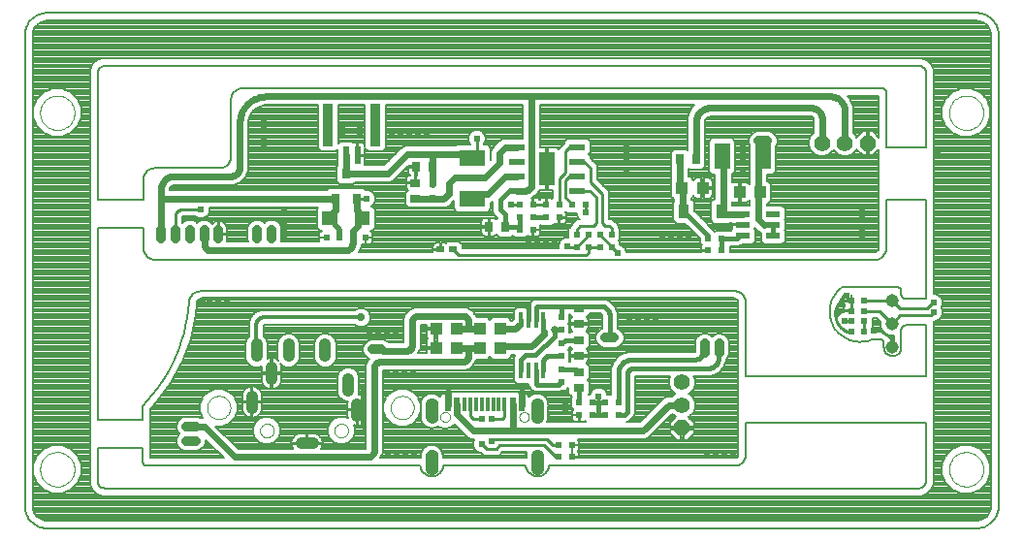
<source format=gtl>
G75*
G70*
%OFA0B0*%
%FSLAX24Y24*%
%IPPOS*%
%LPD*%
%AMOC8*
5,1,8,0,0,1.08239X$1,22.5*
%
%ADD10C,0.0050*%
%ADD11C,0.0000*%
%ADD12R,0.0197X0.0220*%
%ADD13R,0.0220X0.0197*%
%ADD14C,0.0450*%
%ADD15R,0.0236X0.0600*%
%ADD16R,0.0350X0.1450*%
%ADD17R,0.0394X0.0433*%
%ADD18R,0.0250X0.0197*%
%ADD19R,0.0472X0.0217*%
%ADD20R,0.0358X0.0480*%
%ADD21R,0.0551X0.0906*%
%ADD22R,0.0157X0.0551*%
%ADD23R,0.0354X0.0250*%
%ADD24R,0.0250X0.0354*%
%ADD25R,0.0315X0.0354*%
%ADD26R,0.0551X0.0236*%
%ADD27R,0.0551X0.1181*%
%ADD28R,0.0906X0.0551*%
%ADD29C,0.0400*%
%ADD30R,0.0050X0.0050*%
%ADD31R,0.0118X0.0450*%
%ADD32R,0.0236X0.0450*%
%ADD33C,0.0277*%
%ADD34C,0.0004*%
%ADD35C,0.0550*%
%ADD36OC8,0.0550*%
%ADD37C,0.0317*%
%ADD38C,0.0080*%
%ADD39C,0.0240*%
%ADD40C,0.0160*%
%ADD41C,0.0200*%
%ADD42C,0.0140*%
%ADD43C,0.0230*%
%ADD44C,0.0100*%
%ADD45C,0.0240*%
%ADD46C,0.0220*%
%ADD47C,0.0280*%
%ADD48C,0.0320*%
%ADD49C,0.0180*%
%ADD50C,0.0260*%
%ADD51C,0.0120*%
%ADD52C,0.0215*%
D10*
X001677Y000927D02*
X033631Y000927D01*
X033630Y000927D02*
X033684Y000929D01*
X033738Y000934D01*
X033791Y000943D01*
X033844Y000956D01*
X033895Y000973D01*
X033945Y000993D01*
X033993Y001017D01*
X034040Y001044D01*
X034085Y001075D01*
X034127Y001108D01*
X034167Y001145D01*
X034204Y001184D01*
X034238Y001226D01*
X034269Y001270D01*
X034297Y001316D01*
X034321Y001364D01*
X034342Y001414D01*
X034360Y001465D01*
X034374Y001517D01*
X034384Y001570D01*
X034390Y001624D01*
X034392Y001677D01*
X034392Y017896D01*
X034392Y017895D02*
X034390Y017949D01*
X034383Y018003D01*
X034373Y018056D01*
X034360Y018108D01*
X034342Y018159D01*
X034321Y018209D01*
X034297Y018257D01*
X034269Y018303D01*
X034237Y018347D01*
X034203Y018388D01*
X034166Y018427D01*
X034126Y018464D01*
X034084Y018497D01*
X034040Y018528D01*
X033993Y018555D01*
X033945Y018578D01*
X033895Y018599D01*
X033843Y018615D01*
X033791Y018628D01*
X033738Y018637D01*
X033684Y018643D01*
X033631Y018644D01*
X001677Y018644D01*
X001624Y018642D01*
X001570Y018637D01*
X001518Y018627D01*
X001466Y018614D01*
X001415Y018597D01*
X001366Y018577D01*
X001318Y018553D01*
X001272Y018526D01*
X001228Y018495D01*
X001186Y018462D01*
X001147Y018425D01*
X001111Y018386D01*
X001077Y018345D01*
X001046Y018301D01*
X001019Y018255D01*
X000995Y018207D01*
X000975Y018158D01*
X000958Y018107D01*
X000944Y018055D01*
X000935Y018003D01*
X000929Y017949D01*
X000927Y017896D01*
X000927Y001677D01*
X000929Y001623D01*
X000935Y001570D01*
X000944Y001518D01*
X000957Y001466D01*
X000974Y001415D01*
X000995Y001365D01*
X001019Y001318D01*
X001046Y001272D01*
X001077Y001228D01*
X001110Y001186D01*
X001147Y001147D01*
X001186Y001110D01*
X001228Y001077D01*
X001272Y001046D01*
X001318Y001019D01*
X001365Y000995D01*
X001415Y000974D01*
X001466Y000957D01*
X001518Y000944D01*
X001570Y000935D01*
X001623Y000929D01*
X001677Y000927D01*
X003677Y002305D02*
X031642Y002305D01*
X031672Y002307D01*
X031702Y002312D01*
X031731Y002321D01*
X031758Y002334D01*
X031784Y002349D01*
X031808Y002368D01*
X031829Y002389D01*
X031848Y002413D01*
X031863Y002439D01*
X031876Y002466D01*
X031885Y002495D01*
X031890Y002525D01*
X031892Y002555D01*
X031892Y004570D01*
X025710Y004570D01*
X025710Y003477D01*
X025708Y003438D01*
X025702Y003399D01*
X025693Y003361D01*
X025680Y003324D01*
X025663Y003288D01*
X025643Y003255D01*
X025619Y003223D01*
X025593Y003194D01*
X025564Y003168D01*
X025532Y003144D01*
X025499Y003124D01*
X025463Y003107D01*
X025426Y003094D01*
X025388Y003085D01*
X025349Y003079D01*
X025310Y003077D01*
X018928Y003077D01*
X018928Y003078D02*
X018923Y003039D01*
X018914Y003001D01*
X018901Y002964D01*
X018885Y002929D01*
X018865Y002895D01*
X018842Y002863D01*
X018816Y002834D01*
X018787Y002808D01*
X018756Y002785D01*
X018722Y002764D01*
X018687Y002748D01*
X018650Y002734D01*
X018613Y002725D01*
X018574Y002719D01*
X018535Y002717D01*
X018496Y002719D01*
X018457Y002725D01*
X018420Y002734D01*
X018383Y002748D01*
X018348Y002764D01*
X018314Y002785D01*
X018283Y002808D01*
X018254Y002834D01*
X018228Y002863D01*
X018205Y002895D01*
X018185Y002929D01*
X018169Y002964D01*
X018156Y003001D01*
X018147Y003039D01*
X018142Y003078D01*
X018141Y003077D02*
X015298Y003077D01*
X015298Y003078D02*
X015293Y003039D01*
X015284Y003001D01*
X015271Y002964D01*
X015255Y002929D01*
X015235Y002895D01*
X015212Y002863D01*
X015186Y002834D01*
X015157Y002808D01*
X015126Y002785D01*
X015092Y002764D01*
X015057Y002748D01*
X015020Y002734D01*
X014983Y002725D01*
X014944Y002719D01*
X014905Y002717D01*
X014866Y002719D01*
X014827Y002725D01*
X014790Y002734D01*
X014753Y002748D01*
X014718Y002764D01*
X014684Y002785D01*
X014653Y002808D01*
X014624Y002834D01*
X014598Y002863D01*
X014575Y002895D01*
X014555Y002929D01*
X014539Y002964D01*
X014526Y003001D01*
X014517Y003039D01*
X014512Y003078D01*
X014511Y003077D02*
X005110Y003077D01*
X005085Y003082D01*
X005062Y003091D01*
X005039Y003103D01*
X005019Y003118D01*
X005001Y003136D01*
X004986Y003156D01*
X004974Y003178D01*
X004965Y003202D01*
X004960Y003227D01*
X004958Y003252D01*
X004960Y003277D01*
X004960Y003683D01*
X003427Y003683D01*
X003427Y002527D01*
X003431Y002499D01*
X003438Y002471D01*
X003448Y002444D01*
X003461Y002419D01*
X003477Y002396D01*
X003496Y002374D01*
X003517Y002355D01*
X003541Y002339D01*
X003566Y002326D01*
X003593Y002316D01*
X003620Y002309D01*
X003648Y002305D01*
X003677Y002305D01*
X003427Y004671D02*
X004960Y004671D01*
X004960Y005127D01*
X003427Y004671D02*
X003427Y011245D01*
X004994Y011245D01*
X004994Y010564D01*
X004996Y010525D01*
X005002Y010486D01*
X005011Y010448D01*
X005024Y010411D01*
X005041Y010375D01*
X005061Y010342D01*
X005085Y010310D01*
X005111Y010281D01*
X005140Y010255D01*
X005172Y010231D01*
X005205Y010211D01*
X005241Y010194D01*
X005278Y010181D01*
X005316Y010172D01*
X005355Y010166D01*
X005394Y010164D01*
X030138Y010164D01*
X030177Y010166D01*
X030216Y010172D01*
X030254Y010181D01*
X030291Y010194D01*
X030327Y010211D01*
X030360Y010231D01*
X030392Y010255D01*
X030421Y010281D01*
X030447Y010310D01*
X030471Y010342D01*
X030491Y010375D01*
X030508Y010411D01*
X030521Y010448D01*
X030530Y010486D01*
X030536Y010525D01*
X030538Y010564D01*
X030538Y012220D01*
X031892Y012220D01*
X031892Y008810D01*
X031192Y008810D01*
X031169Y008814D01*
X031147Y008821D01*
X031126Y008831D01*
X031107Y008844D01*
X031090Y008860D01*
X031076Y008878D01*
X031064Y008898D01*
X031055Y008919D01*
X031049Y008941D01*
X031046Y008964D01*
X031047Y008987D01*
X031046Y008988D02*
X031046Y009050D01*
X031046Y009073D01*
X031042Y009096D01*
X031036Y009118D01*
X031026Y009139D01*
X031014Y009158D01*
X030999Y009175D01*
X030981Y009190D01*
X030962Y009203D01*
X030941Y009212D01*
X030919Y009218D01*
X030896Y009222D01*
X029019Y009222D01*
X028969Y009184D01*
X028921Y009143D01*
X028876Y009099D01*
X028834Y009053D01*
X028794Y009004D01*
X028758Y008952D01*
X028725Y008899D01*
X028695Y008844D01*
X028668Y008787D01*
X028645Y008728D01*
X028626Y008668D01*
X028610Y008607D01*
X028598Y008546D01*
X028589Y008483D01*
X028585Y008420D01*
X028584Y008358D01*
X028587Y008295D01*
X028594Y008232D01*
X028605Y008170D01*
X028619Y008109D01*
X028637Y008049D01*
X028659Y007990D01*
X028684Y007932D01*
X028713Y007876D01*
X028745Y007822D01*
X028780Y007770D01*
X028818Y007720D01*
X028859Y007672D01*
X028904Y007627D01*
X028950Y007585D01*
X028999Y007546D01*
X029051Y007510D01*
X029104Y007477D01*
X029160Y007447D01*
X029217Y007421D01*
X029275Y007398D01*
X029335Y007379D01*
X029396Y007363D01*
X029458Y007351D01*
X029520Y007343D01*
X029583Y007339D01*
X029646Y007338D01*
X029709Y007342D01*
X029771Y007349D01*
X029833Y007360D01*
X029895Y007374D01*
X029955Y007392D01*
X030014Y007414D01*
X030071Y007440D01*
X030267Y007440D01*
X030293Y007438D01*
X030318Y007433D01*
X030342Y007424D01*
X030364Y007411D01*
X030385Y007396D01*
X030403Y007378D01*
X030418Y007357D01*
X030431Y007335D01*
X030440Y007311D01*
X030445Y007286D01*
X030447Y007260D01*
X030447Y007147D01*
X030448Y007147D02*
X030450Y007114D01*
X030455Y007080D01*
X030465Y007048D01*
X030478Y007017D01*
X030494Y006988D01*
X030513Y006961D01*
X030536Y006936D01*
X030561Y006913D01*
X030588Y006894D01*
X030617Y006878D01*
X030648Y006865D01*
X030680Y006855D01*
X030714Y006850D01*
X030747Y006848D01*
X030780Y006850D01*
X030814Y006855D01*
X030846Y006865D01*
X030877Y006878D01*
X030906Y006894D01*
X030933Y006913D01*
X030958Y006936D01*
X030981Y006961D01*
X031000Y006988D01*
X031016Y007017D01*
X031029Y007048D01*
X031039Y007080D01*
X031044Y007114D01*
X031046Y007147D01*
X031046Y007761D01*
X031047Y007761D02*
X031050Y007784D01*
X031057Y007806D01*
X031067Y007827D01*
X031080Y007847D01*
X031095Y007864D01*
X031113Y007879D01*
X031133Y007891D01*
X031154Y007901D01*
X031177Y007907D01*
X031200Y007910D01*
X031223Y007909D01*
X031223Y007910D02*
X031892Y007910D01*
X031892Y006158D01*
X025710Y006158D01*
X025710Y008677D01*
X025708Y008716D01*
X025702Y008755D01*
X025693Y008793D01*
X025680Y008830D01*
X025663Y008866D01*
X025643Y008899D01*
X025619Y008931D01*
X025593Y008960D01*
X025564Y008986D01*
X025532Y009010D01*
X025499Y009030D01*
X025463Y009047D01*
X025426Y009060D01*
X025388Y009069D01*
X025349Y009075D01*
X025310Y009077D01*
X006960Y009077D01*
X006921Y009075D01*
X006882Y009069D01*
X006844Y009060D01*
X006807Y009047D01*
X006771Y009030D01*
X006738Y009010D01*
X006706Y008986D01*
X006677Y008960D01*
X006651Y008931D01*
X006627Y008899D01*
X006607Y008866D01*
X006590Y008830D01*
X006577Y008793D01*
X006568Y008755D01*
X006562Y008716D01*
X006560Y008677D01*
X006534Y008413D01*
X006496Y008151D01*
X006446Y007891D01*
X006384Y007633D01*
X006310Y007379D01*
X006224Y007129D01*
X006126Y006882D01*
X006017Y006641D01*
X005897Y006404D01*
X005767Y006174D01*
X005625Y005950D01*
X005473Y005733D01*
X005312Y005523D01*
X005141Y005321D01*
X004960Y005127D01*
X004994Y012233D02*
X003427Y012233D01*
X003427Y016586D01*
X003429Y016616D01*
X003434Y016646D01*
X003443Y016675D01*
X003456Y016702D01*
X003471Y016728D01*
X003490Y016752D01*
X003511Y016773D01*
X003535Y016792D01*
X003561Y016807D01*
X003588Y016820D01*
X003617Y016829D01*
X003647Y016834D01*
X003677Y016836D01*
X031642Y016836D01*
X031672Y016834D01*
X031702Y016829D01*
X031731Y016820D01*
X031758Y016807D01*
X031784Y016792D01*
X031808Y016773D01*
X031829Y016752D01*
X031848Y016728D01*
X031863Y016702D01*
X031876Y016675D01*
X031885Y016646D01*
X031890Y016616D01*
X031892Y016586D01*
X031892Y014008D01*
X030538Y014008D01*
X030538Y015914D01*
X030536Y015937D01*
X030531Y015960D01*
X030522Y015982D01*
X030509Y016002D01*
X030494Y016020D01*
X030476Y016035D01*
X030456Y016048D01*
X030434Y016057D01*
X030411Y016062D01*
X030388Y016064D01*
X008410Y016064D01*
X008371Y016062D01*
X008332Y016056D01*
X008294Y016047D01*
X008257Y016034D01*
X008221Y016017D01*
X008188Y015997D01*
X008156Y015973D01*
X008127Y015947D01*
X008101Y015918D01*
X008077Y015886D01*
X008057Y015853D01*
X008040Y015817D01*
X008027Y015780D01*
X008018Y015742D01*
X008012Y015703D01*
X008010Y015664D01*
X008010Y013714D01*
X008008Y013675D01*
X008002Y013636D01*
X007993Y013598D01*
X007980Y013561D01*
X007963Y013525D01*
X007943Y013492D01*
X007919Y013460D01*
X007893Y013431D01*
X007864Y013405D01*
X007832Y013381D01*
X007799Y013361D01*
X007763Y013344D01*
X007726Y013331D01*
X007688Y013322D01*
X007649Y013316D01*
X007610Y013314D01*
X005394Y013314D01*
X005355Y013312D01*
X005316Y013306D01*
X005278Y013297D01*
X005241Y013284D01*
X005205Y013267D01*
X005172Y013247D01*
X005140Y013223D01*
X005111Y013197D01*
X005085Y013168D01*
X005061Y013136D01*
X005041Y013103D01*
X005024Y013067D01*
X005011Y013030D01*
X005002Y012992D01*
X004996Y012953D01*
X004994Y012914D01*
X004994Y012233D01*
D11*
X001440Y015215D02*
X001442Y015263D01*
X001448Y015311D01*
X001458Y015358D01*
X001471Y015404D01*
X001489Y015449D01*
X001509Y015493D01*
X001534Y015535D01*
X001562Y015574D01*
X001592Y015611D01*
X001626Y015645D01*
X001663Y015677D01*
X001701Y015706D01*
X001742Y015731D01*
X001785Y015753D01*
X001830Y015771D01*
X001876Y015785D01*
X001923Y015796D01*
X001971Y015803D01*
X002019Y015806D01*
X002067Y015805D01*
X002115Y015800D01*
X002163Y015791D01*
X002209Y015779D01*
X002254Y015762D01*
X002298Y015742D01*
X002340Y015719D01*
X002380Y015692D01*
X002418Y015662D01*
X002453Y015629D01*
X002485Y015593D01*
X002515Y015555D01*
X002541Y015514D01*
X002563Y015471D01*
X002583Y015427D01*
X002598Y015382D01*
X002610Y015335D01*
X002618Y015287D01*
X002622Y015239D01*
X002622Y015191D01*
X002618Y015143D01*
X002610Y015095D01*
X002598Y015048D01*
X002583Y015003D01*
X002563Y014959D01*
X002541Y014916D01*
X002515Y014875D01*
X002485Y014837D01*
X002453Y014801D01*
X002418Y014768D01*
X002380Y014738D01*
X002340Y014711D01*
X002298Y014688D01*
X002254Y014668D01*
X002209Y014651D01*
X002163Y014639D01*
X002115Y014630D01*
X002067Y014625D01*
X002019Y014624D01*
X001971Y014627D01*
X001923Y014634D01*
X001876Y014645D01*
X001830Y014659D01*
X001785Y014677D01*
X001742Y014699D01*
X001701Y014724D01*
X001663Y014753D01*
X001626Y014785D01*
X001592Y014819D01*
X001562Y014856D01*
X001534Y014895D01*
X001509Y014937D01*
X001489Y014981D01*
X001471Y015026D01*
X001458Y015072D01*
X001448Y015119D01*
X001442Y015167D01*
X001440Y015215D01*
X007182Y005080D02*
X007184Y005120D01*
X007190Y005159D01*
X007200Y005198D01*
X007213Y005235D01*
X007231Y005271D01*
X007252Y005305D01*
X007276Y005337D01*
X007303Y005366D01*
X007333Y005393D01*
X007365Y005416D01*
X007400Y005436D01*
X007436Y005452D01*
X007474Y005465D01*
X007513Y005474D01*
X007552Y005479D01*
X007592Y005480D01*
X007632Y005477D01*
X007671Y005470D01*
X007709Y005459D01*
X007747Y005445D01*
X007782Y005426D01*
X007815Y005405D01*
X007847Y005380D01*
X007875Y005352D01*
X007901Y005322D01*
X007923Y005289D01*
X007942Y005254D01*
X007958Y005217D01*
X007970Y005179D01*
X007978Y005140D01*
X007982Y005100D01*
X007982Y005060D01*
X007978Y005020D01*
X007970Y004981D01*
X007958Y004943D01*
X007942Y004906D01*
X007923Y004871D01*
X007901Y004838D01*
X007875Y004808D01*
X007847Y004780D01*
X007815Y004755D01*
X007782Y004734D01*
X007747Y004715D01*
X007709Y004701D01*
X007671Y004690D01*
X007632Y004683D01*
X007592Y004680D01*
X007552Y004681D01*
X007513Y004686D01*
X007474Y004695D01*
X007436Y004708D01*
X007400Y004724D01*
X007365Y004744D01*
X007333Y004767D01*
X007303Y004794D01*
X007276Y004823D01*
X007252Y004855D01*
X007231Y004889D01*
X007213Y004925D01*
X007200Y004962D01*
X007190Y005001D01*
X007184Y005040D01*
X007182Y005080D01*
X009001Y004288D02*
X009003Y004318D01*
X009009Y004348D01*
X009018Y004377D01*
X009031Y004404D01*
X009048Y004429D01*
X009067Y004452D01*
X009090Y004473D01*
X009115Y004490D01*
X009141Y004504D01*
X009170Y004514D01*
X009199Y004521D01*
X009229Y004524D01*
X009260Y004523D01*
X009290Y004518D01*
X009319Y004509D01*
X009346Y004497D01*
X009372Y004482D01*
X009396Y004463D01*
X009417Y004441D01*
X009435Y004417D01*
X009450Y004390D01*
X009461Y004362D01*
X009469Y004333D01*
X009473Y004303D01*
X009473Y004273D01*
X009469Y004243D01*
X009461Y004214D01*
X009450Y004186D01*
X009435Y004159D01*
X009417Y004135D01*
X009396Y004113D01*
X009372Y004094D01*
X009346Y004079D01*
X009319Y004067D01*
X009290Y004058D01*
X009260Y004053D01*
X009229Y004052D01*
X009199Y004055D01*
X009170Y004062D01*
X009141Y004072D01*
X009115Y004086D01*
X009090Y004103D01*
X009067Y004124D01*
X009048Y004147D01*
X009031Y004172D01*
X009018Y004199D01*
X009009Y004228D01*
X009003Y004258D01*
X009001Y004288D01*
X011560Y004288D02*
X011562Y004318D01*
X011568Y004348D01*
X011577Y004377D01*
X011590Y004404D01*
X011607Y004429D01*
X011626Y004452D01*
X011649Y004473D01*
X011674Y004490D01*
X011700Y004504D01*
X011729Y004514D01*
X011758Y004521D01*
X011788Y004524D01*
X011819Y004523D01*
X011849Y004518D01*
X011878Y004509D01*
X011905Y004497D01*
X011931Y004482D01*
X011955Y004463D01*
X011976Y004441D01*
X011994Y004417D01*
X012009Y004390D01*
X012020Y004362D01*
X012028Y004333D01*
X012032Y004303D01*
X012032Y004273D01*
X012028Y004243D01*
X012020Y004214D01*
X012009Y004186D01*
X011994Y004159D01*
X011976Y004135D01*
X011955Y004113D01*
X011931Y004094D01*
X011905Y004079D01*
X011878Y004067D01*
X011849Y004058D01*
X011819Y004053D01*
X011788Y004052D01*
X011758Y004055D01*
X011729Y004062D01*
X011700Y004072D01*
X011674Y004086D01*
X011649Y004103D01*
X011626Y004124D01*
X011607Y004147D01*
X011590Y004172D01*
X011577Y004199D01*
X011568Y004228D01*
X011562Y004258D01*
X011560Y004288D01*
X013487Y005080D02*
X013489Y005120D01*
X013495Y005159D01*
X013505Y005198D01*
X013518Y005235D01*
X013536Y005271D01*
X013557Y005305D01*
X013581Y005337D01*
X013608Y005366D01*
X013638Y005393D01*
X013670Y005416D01*
X013705Y005436D01*
X013741Y005452D01*
X013779Y005465D01*
X013818Y005474D01*
X013857Y005479D01*
X013897Y005480D01*
X013937Y005477D01*
X013976Y005470D01*
X014014Y005459D01*
X014052Y005445D01*
X014087Y005426D01*
X014120Y005405D01*
X014152Y005380D01*
X014180Y005352D01*
X014206Y005322D01*
X014228Y005289D01*
X014247Y005254D01*
X014263Y005217D01*
X014275Y005179D01*
X014283Y005140D01*
X014287Y005100D01*
X014287Y005060D01*
X014283Y005020D01*
X014275Y004981D01*
X014263Y004943D01*
X014247Y004906D01*
X014228Y004871D01*
X014206Y004838D01*
X014180Y004808D01*
X014152Y004780D01*
X014120Y004755D01*
X014087Y004734D01*
X014052Y004715D01*
X014014Y004701D01*
X013976Y004690D01*
X013937Y004683D01*
X013897Y004680D01*
X013857Y004681D01*
X013818Y004686D01*
X013779Y004695D01*
X013741Y004708D01*
X013705Y004724D01*
X013670Y004744D01*
X013638Y004767D01*
X013608Y004794D01*
X013581Y004823D01*
X013557Y004855D01*
X013536Y004889D01*
X013518Y004925D01*
X013505Y004962D01*
X013495Y005001D01*
X013489Y005040D01*
X013487Y005080D01*
X015196Y004757D02*
X015198Y004782D01*
X015204Y004807D01*
X015213Y004830D01*
X015226Y004852D01*
X015242Y004871D01*
X015261Y004888D01*
X015282Y004902D01*
X015305Y004912D01*
X015330Y004919D01*
X015355Y004922D01*
X015380Y004921D01*
X015405Y004916D01*
X015428Y004908D01*
X015451Y004895D01*
X015471Y004880D01*
X015488Y004862D01*
X015503Y004841D01*
X015514Y004819D01*
X015522Y004795D01*
X015526Y004770D01*
X015526Y004744D01*
X015522Y004719D01*
X015514Y004695D01*
X015503Y004673D01*
X015488Y004652D01*
X015471Y004634D01*
X015451Y004619D01*
X015428Y004606D01*
X015405Y004598D01*
X015380Y004593D01*
X015355Y004592D01*
X015330Y004595D01*
X015305Y004602D01*
X015282Y004612D01*
X015261Y004626D01*
X015242Y004643D01*
X015226Y004662D01*
X015213Y004684D01*
X015204Y004707D01*
X015198Y004732D01*
X015196Y004757D01*
X017913Y004757D02*
X017915Y004782D01*
X017921Y004807D01*
X017930Y004830D01*
X017943Y004852D01*
X017959Y004871D01*
X017978Y004888D01*
X017999Y004902D01*
X018022Y004912D01*
X018047Y004919D01*
X018072Y004922D01*
X018097Y004921D01*
X018122Y004916D01*
X018145Y004908D01*
X018168Y004895D01*
X018188Y004880D01*
X018205Y004862D01*
X018220Y004841D01*
X018231Y004819D01*
X018239Y004795D01*
X018243Y004770D01*
X018243Y004744D01*
X018239Y004719D01*
X018231Y004695D01*
X018220Y004673D01*
X018205Y004652D01*
X018188Y004634D01*
X018168Y004619D01*
X018145Y004606D01*
X018122Y004598D01*
X018097Y004593D01*
X018072Y004592D01*
X018047Y004595D01*
X018022Y004602D01*
X017999Y004612D01*
X017978Y004626D01*
X017959Y004643D01*
X017943Y004662D01*
X017930Y004684D01*
X017921Y004707D01*
X017915Y004732D01*
X017913Y004757D01*
X032687Y002959D02*
X032689Y003007D01*
X032695Y003055D01*
X032705Y003102D01*
X032718Y003148D01*
X032736Y003193D01*
X032756Y003237D01*
X032781Y003279D01*
X032809Y003318D01*
X032839Y003355D01*
X032873Y003389D01*
X032910Y003421D01*
X032948Y003450D01*
X032989Y003475D01*
X033032Y003497D01*
X033077Y003515D01*
X033123Y003529D01*
X033170Y003540D01*
X033218Y003547D01*
X033266Y003550D01*
X033314Y003549D01*
X033362Y003544D01*
X033410Y003535D01*
X033456Y003523D01*
X033501Y003506D01*
X033545Y003486D01*
X033587Y003463D01*
X033627Y003436D01*
X033665Y003406D01*
X033700Y003373D01*
X033732Y003337D01*
X033762Y003299D01*
X033788Y003258D01*
X033810Y003215D01*
X033830Y003171D01*
X033845Y003126D01*
X033857Y003079D01*
X033865Y003031D01*
X033869Y002983D01*
X033869Y002935D01*
X033865Y002887D01*
X033857Y002839D01*
X033845Y002792D01*
X033830Y002747D01*
X033810Y002703D01*
X033788Y002660D01*
X033762Y002619D01*
X033732Y002581D01*
X033700Y002545D01*
X033665Y002512D01*
X033627Y002482D01*
X033587Y002455D01*
X033545Y002432D01*
X033501Y002412D01*
X033456Y002395D01*
X033410Y002383D01*
X033362Y002374D01*
X033314Y002369D01*
X033266Y002368D01*
X033218Y002371D01*
X033170Y002378D01*
X033123Y002389D01*
X033077Y002403D01*
X033032Y002421D01*
X032989Y002443D01*
X032948Y002468D01*
X032910Y002497D01*
X032873Y002529D01*
X032839Y002563D01*
X032809Y002600D01*
X032781Y002639D01*
X032756Y002681D01*
X032736Y002725D01*
X032718Y002770D01*
X032705Y002816D01*
X032695Y002863D01*
X032689Y002911D01*
X032687Y002959D01*
X032687Y015215D02*
X032689Y015263D01*
X032695Y015311D01*
X032705Y015358D01*
X032718Y015404D01*
X032736Y015449D01*
X032756Y015493D01*
X032781Y015535D01*
X032809Y015574D01*
X032839Y015611D01*
X032873Y015645D01*
X032910Y015677D01*
X032948Y015706D01*
X032989Y015731D01*
X033032Y015753D01*
X033077Y015771D01*
X033123Y015785D01*
X033170Y015796D01*
X033218Y015803D01*
X033266Y015806D01*
X033314Y015805D01*
X033362Y015800D01*
X033410Y015791D01*
X033456Y015779D01*
X033501Y015762D01*
X033545Y015742D01*
X033587Y015719D01*
X033627Y015692D01*
X033665Y015662D01*
X033700Y015629D01*
X033732Y015593D01*
X033762Y015555D01*
X033788Y015514D01*
X033810Y015471D01*
X033830Y015427D01*
X033845Y015382D01*
X033857Y015335D01*
X033865Y015287D01*
X033869Y015239D01*
X033869Y015191D01*
X033865Y015143D01*
X033857Y015095D01*
X033845Y015048D01*
X033830Y015003D01*
X033810Y014959D01*
X033788Y014916D01*
X033762Y014875D01*
X033732Y014837D01*
X033700Y014801D01*
X033665Y014768D01*
X033627Y014738D01*
X033587Y014711D01*
X033545Y014688D01*
X033501Y014668D01*
X033456Y014651D01*
X033410Y014639D01*
X033362Y014630D01*
X033314Y014625D01*
X033266Y014624D01*
X033218Y014627D01*
X033170Y014634D01*
X033123Y014645D01*
X033077Y014659D01*
X033032Y014677D01*
X032989Y014699D01*
X032948Y014724D01*
X032910Y014753D01*
X032873Y014785D01*
X032839Y014819D01*
X032809Y014856D01*
X032781Y014895D01*
X032756Y014937D01*
X032736Y014981D01*
X032718Y015026D01*
X032705Y015072D01*
X032695Y015119D01*
X032689Y015167D01*
X032687Y015215D01*
X001440Y002959D02*
X001442Y003007D01*
X001448Y003055D01*
X001458Y003102D01*
X001471Y003148D01*
X001489Y003193D01*
X001509Y003237D01*
X001534Y003279D01*
X001562Y003318D01*
X001592Y003355D01*
X001626Y003389D01*
X001663Y003421D01*
X001701Y003450D01*
X001742Y003475D01*
X001785Y003497D01*
X001830Y003515D01*
X001876Y003529D01*
X001923Y003540D01*
X001971Y003547D01*
X002019Y003550D01*
X002067Y003549D01*
X002115Y003544D01*
X002163Y003535D01*
X002209Y003523D01*
X002254Y003506D01*
X002298Y003486D01*
X002340Y003463D01*
X002380Y003436D01*
X002418Y003406D01*
X002453Y003373D01*
X002485Y003337D01*
X002515Y003299D01*
X002541Y003258D01*
X002563Y003215D01*
X002583Y003171D01*
X002598Y003126D01*
X002610Y003079D01*
X002618Y003031D01*
X002622Y002983D01*
X002622Y002935D01*
X002618Y002887D01*
X002610Y002839D01*
X002598Y002792D01*
X002583Y002747D01*
X002563Y002703D01*
X002541Y002660D01*
X002515Y002619D01*
X002485Y002581D01*
X002453Y002545D01*
X002418Y002512D01*
X002380Y002482D01*
X002340Y002455D01*
X002298Y002432D01*
X002254Y002412D01*
X002209Y002395D01*
X002163Y002383D01*
X002115Y002374D01*
X002067Y002369D01*
X002019Y002368D01*
X001971Y002371D01*
X001923Y002378D01*
X001876Y002389D01*
X001830Y002403D01*
X001785Y002421D01*
X001742Y002443D01*
X001701Y002468D01*
X001663Y002497D01*
X001626Y002529D01*
X001592Y002563D01*
X001562Y002600D01*
X001534Y002639D01*
X001509Y002681D01*
X001489Y002725D01*
X001471Y002770D01*
X001458Y002816D01*
X001448Y002863D01*
X001442Y002911D01*
X001440Y002959D01*
D12*
X014944Y012305D03*
X014944Y012752D03*
X019884Y011038D03*
X020284Y011038D03*
X020684Y011038D03*
X021084Y011038D03*
X021084Y010592D03*
X020684Y010592D03*
X020284Y010592D03*
X019884Y010592D03*
X019358Y008195D03*
X019358Y007749D03*
X019358Y007295D03*
X019358Y006849D03*
X019358Y006405D03*
X019358Y005958D03*
D13*
X019974Y005249D03*
X020421Y005249D03*
X020421Y004823D03*
X019974Y004823D03*
X020868Y004823D03*
X021315Y004823D03*
X021315Y005249D03*
X020868Y005249D03*
X019724Y003789D03*
X019278Y003789D03*
X019278Y003379D03*
X019724Y003379D03*
X029323Y007682D03*
X029770Y007682D03*
X029770Y008042D03*
X029770Y008402D03*
X029323Y008402D03*
X029323Y008042D03*
X029323Y008762D03*
X029770Y008762D03*
X024859Y010477D03*
X024412Y010477D03*
X024412Y010888D03*
X024859Y010888D03*
X020189Y012047D03*
X019742Y012047D03*
X019289Y012047D03*
X018842Y012047D03*
X018389Y012047D03*
X018389Y011616D03*
X018842Y011616D03*
X019289Y011616D03*
X018389Y011190D03*
X017942Y011190D03*
X017942Y011616D03*
X017942Y012047D03*
X012628Y010927D03*
X012182Y010927D03*
X011728Y010927D03*
X011282Y010927D03*
D14*
X030746Y008752D03*
X030746Y007952D03*
X030746Y007152D03*
D15*
X012353Y013747D03*
X011959Y013747D03*
D16*
X011347Y014792D03*
X012964Y014792D03*
D17*
X023509Y012627D03*
X024219Y012627D03*
X025493Y012477D03*
X026203Y012477D03*
X017262Y007780D03*
X016553Y007780D03*
X015762Y007781D03*
X015053Y007781D03*
X015053Y007130D03*
X015762Y007130D03*
X016553Y007130D03*
X017262Y007130D03*
D18*
X015645Y010512D03*
X015205Y010512D03*
D19*
X025610Y010988D03*
X025610Y011362D03*
X025610Y011736D03*
X026634Y011736D03*
X026634Y011362D03*
X026634Y010988D03*
D20*
X024859Y011827D03*
X023569Y011827D03*
X012600Y011577D03*
X011310Y011577D03*
D21*
X024887Y013712D03*
X026284Y013712D03*
D22*
X018742Y008080D03*
X018486Y008080D03*
X018230Y008080D03*
X017974Y008080D03*
X017974Y006347D03*
X018230Y006347D03*
X018486Y006347D03*
X018742Y006347D03*
D23*
X019970Y006301D03*
X019970Y005754D03*
X019972Y006854D03*
X019972Y007401D03*
X019972Y007954D03*
X019972Y008501D03*
X014341Y012255D03*
X014341Y012802D03*
D24*
X014369Y013355D03*
X014915Y013355D03*
X016872Y011289D03*
X017418Y011289D03*
X023441Y013612D03*
X023988Y013612D03*
D25*
X012329Y012254D03*
X011581Y012254D03*
X011955Y013110D03*
D26*
X017822Y013038D03*
X017822Y012538D03*
X017822Y013538D03*
X017822Y014038D03*
X019909Y014038D03*
X019909Y013538D03*
X019909Y013038D03*
X019909Y012538D03*
D27*
X018866Y013288D03*
D28*
X016292Y013660D03*
X016292Y012262D03*
D29*
X011245Y007244D02*
X011245Y006844D01*
X009985Y006844D02*
X009985Y007244D01*
X008883Y007244D02*
X008883Y006844D01*
X009395Y006457D02*
X009395Y006057D01*
X008725Y005473D02*
X008725Y005073D01*
X010415Y003855D02*
X010815Y003855D01*
X012347Y004797D02*
X012347Y005197D01*
X012033Y005663D02*
X012033Y006063D01*
D30*
X010615Y004011D03*
X006527Y003931D03*
X005605Y011140D03*
X008906Y011140D03*
X023610Y005951D03*
X024297Y007227D03*
X028319Y014268D03*
D31*
X017409Y005203D03*
X017212Y005203D03*
X017015Y005203D03*
X016818Y005203D03*
X016621Y005203D03*
X016424Y005203D03*
X016228Y005203D03*
X016031Y005203D03*
D32*
X015755Y005203D03*
X015450Y005203D03*
X017684Y005203D03*
X017989Y005203D03*
D33*
X018535Y004978D03*
X018535Y003206D03*
X014905Y003206D03*
X014905Y004978D03*
D34*
X014708Y004978D02*
X015102Y004978D01*
X015102Y004976D02*
X014708Y004976D01*
X014708Y004973D02*
X015102Y004973D01*
X015102Y004971D02*
X014708Y004971D01*
X014708Y004968D02*
X015102Y004968D01*
X015102Y004966D02*
X014708Y004966D01*
X014708Y004963D02*
X015102Y004963D01*
X015102Y004961D02*
X014708Y004961D01*
X014708Y004959D02*
X015102Y004959D01*
X015102Y004956D02*
X014708Y004956D01*
X014708Y004954D02*
X015102Y004954D01*
X015102Y004951D02*
X014708Y004951D01*
X014708Y004949D02*
X015102Y004949D01*
X015102Y004946D02*
X014708Y004946D01*
X014708Y004944D02*
X015102Y004944D01*
X015102Y004942D02*
X014708Y004942D01*
X014708Y004939D02*
X015102Y004939D01*
X015102Y004937D02*
X014708Y004937D01*
X014708Y004934D02*
X015102Y004934D01*
X015102Y004932D02*
X014708Y004932D01*
X014708Y004929D02*
X015102Y004929D01*
X015102Y004927D02*
X014708Y004927D01*
X014708Y004924D02*
X015102Y004924D01*
X015102Y004922D02*
X014708Y004922D01*
X014708Y004920D02*
X015102Y004920D01*
X015102Y004917D02*
X014708Y004917D01*
X014708Y004915D02*
X015102Y004915D01*
X015102Y004912D02*
X014708Y004912D01*
X014708Y004910D02*
X015102Y004910D01*
X015102Y004907D02*
X014708Y004907D01*
X014708Y004905D02*
X015102Y004905D01*
X015102Y004903D02*
X014708Y004903D01*
X014708Y004900D02*
X015102Y004900D01*
X015102Y004898D02*
X014708Y004898D01*
X014708Y004895D02*
X015102Y004895D01*
X015102Y004893D02*
X014708Y004893D01*
X014708Y004890D02*
X015102Y004890D01*
X015102Y004888D02*
X014708Y004888D01*
X014708Y004886D02*
X015102Y004886D01*
X015102Y004883D02*
X014708Y004883D01*
X014708Y004881D02*
X015102Y004881D01*
X015102Y004878D02*
X014708Y004878D01*
X014708Y004876D02*
X015102Y004876D01*
X015102Y004873D02*
X014708Y004873D01*
X014708Y004871D02*
X015102Y004871D01*
X015102Y004868D02*
X014708Y004868D01*
X014708Y004866D02*
X015102Y004866D01*
X015102Y004864D02*
X014708Y004864D01*
X014708Y004861D02*
X015102Y004861D01*
X015102Y004859D02*
X014708Y004859D01*
X014708Y004856D02*
X015102Y004856D01*
X015102Y004854D02*
X014708Y004854D01*
X014708Y004851D02*
X015102Y004851D01*
X015102Y004849D02*
X014708Y004849D01*
X014708Y004847D02*
X015102Y004847D01*
X015102Y004844D02*
X014708Y004844D01*
X014708Y004842D02*
X015102Y004842D01*
X015102Y004839D02*
X014708Y004839D01*
X014708Y004837D02*
X015102Y004837D01*
X015102Y004834D02*
X014708Y004834D01*
X014708Y004832D02*
X015102Y004832D01*
X015102Y004829D02*
X014708Y004829D01*
X014708Y004827D02*
X015102Y004827D01*
X015102Y004825D02*
X014708Y004825D01*
X014708Y004822D02*
X015102Y004822D01*
X015102Y004820D02*
X014708Y004820D01*
X014708Y004817D02*
X015102Y004817D01*
X015102Y004815D02*
X014708Y004815D01*
X014708Y004812D02*
X015102Y004812D01*
X015102Y004810D02*
X014708Y004810D01*
X014708Y004808D02*
X015102Y004808D01*
X015102Y004805D02*
X014708Y004805D01*
X014708Y004803D02*
X015102Y004803D01*
X015102Y004800D02*
X014708Y004800D01*
X014708Y004798D02*
X015102Y004798D01*
X015102Y004795D02*
X014708Y004795D01*
X014708Y004793D02*
X015102Y004793D01*
X015102Y004790D02*
X014708Y004790D01*
X014708Y004788D02*
X015102Y004788D01*
X015102Y004786D02*
X014708Y004786D01*
X014708Y004783D02*
X015102Y004783D01*
X015102Y004781D02*
X014708Y004781D01*
X014708Y004778D02*
X015102Y004778D01*
X015102Y004776D02*
X014708Y004776D01*
X014708Y004773D02*
X015102Y004773D01*
X015102Y004771D02*
X014708Y004771D01*
X014708Y004769D02*
X015102Y004769D01*
X015102Y004766D02*
X014708Y004766D01*
X014708Y004764D02*
X015102Y004764D01*
X015102Y004761D02*
X015097Y004717D01*
X014713Y004717D01*
X014708Y004761D01*
X015102Y004761D01*
X015102Y005194D01*
X015097Y005238D01*
X015082Y005280D01*
X015059Y005317D01*
X014751Y005317D01*
X014782Y005348D01*
X014819Y005372D01*
X014861Y005386D01*
X014905Y005391D01*
X014949Y005386D01*
X014990Y005372D01*
X015027Y005348D01*
X015059Y005317D01*
X015060Y005314D02*
X014749Y005314D01*
X014748Y005312D02*
X015062Y005312D01*
X015063Y005310D02*
X014746Y005310D01*
X014745Y005307D02*
X015065Y005307D01*
X015066Y005305D02*
X014743Y005305D01*
X014742Y005302D02*
X015068Y005302D01*
X015069Y005300D02*
X014740Y005300D01*
X014738Y005297D02*
X015071Y005297D01*
X015073Y005295D02*
X014737Y005295D01*
X014735Y005293D02*
X015074Y005293D01*
X015076Y005290D02*
X014734Y005290D01*
X014732Y005288D02*
X015077Y005288D01*
X015079Y005285D02*
X014731Y005285D01*
X014729Y005283D02*
X015080Y005283D01*
X015082Y005280D02*
X014728Y005280D01*
X014727Y005280D02*
X014751Y005317D01*
X014753Y005319D02*
X015056Y005319D01*
X015054Y005322D02*
X014756Y005322D01*
X014758Y005324D02*
X015051Y005324D01*
X015049Y005327D02*
X014760Y005327D01*
X014763Y005329D02*
X015047Y005329D01*
X015044Y005332D02*
X014765Y005332D01*
X014768Y005334D02*
X015042Y005334D01*
X015039Y005336D02*
X014770Y005336D01*
X014773Y005339D02*
X015037Y005339D01*
X015034Y005341D02*
X014775Y005341D01*
X014777Y005344D02*
X015032Y005344D01*
X015030Y005346D02*
X014780Y005346D01*
X014783Y005349D02*
X015027Y005349D01*
X015023Y005351D02*
X014786Y005351D01*
X014790Y005353D02*
X015019Y005353D01*
X015015Y005356D02*
X014794Y005356D01*
X014798Y005358D02*
X015011Y005358D01*
X015008Y005361D02*
X014802Y005361D01*
X014806Y005363D02*
X015004Y005363D01*
X015000Y005366D02*
X014810Y005366D01*
X014814Y005368D02*
X014996Y005368D01*
X014992Y005371D02*
X014817Y005371D01*
X014823Y005373D02*
X014987Y005373D01*
X014980Y005375D02*
X014830Y005375D01*
X014837Y005378D02*
X014973Y005378D01*
X014966Y005380D02*
X014844Y005380D01*
X014851Y005383D02*
X014959Y005383D01*
X014952Y005385D02*
X014858Y005385D01*
X014873Y005388D02*
X014937Y005388D01*
X014915Y005390D02*
X014894Y005390D01*
X014727Y005280D02*
X014713Y005238D01*
X014708Y005194D01*
X014708Y004761D01*
X014708Y004759D02*
X015101Y004759D01*
X015101Y004756D02*
X014708Y004756D01*
X014709Y004754D02*
X015101Y004754D01*
X015100Y004751D02*
X014709Y004751D01*
X014709Y004749D02*
X015100Y004749D01*
X015100Y004747D02*
X014710Y004747D01*
X014710Y004744D02*
X015100Y004744D01*
X015099Y004742D02*
X014710Y004742D01*
X014710Y004739D02*
X015099Y004739D01*
X015099Y004737D02*
X014711Y004737D01*
X014711Y004734D02*
X015099Y004734D01*
X015098Y004732D02*
X014711Y004732D01*
X014711Y004730D02*
X015098Y004730D01*
X015098Y004727D02*
X014712Y004727D01*
X014712Y004725D02*
X015097Y004725D01*
X015097Y004722D02*
X014712Y004722D01*
X014713Y004720D02*
X015097Y004720D01*
X015097Y004717D02*
X015082Y004676D01*
X014727Y004676D01*
X014713Y004717D01*
X014714Y004715D02*
X015096Y004715D01*
X015095Y004712D02*
X014715Y004712D01*
X014715Y004710D02*
X015094Y004710D01*
X015093Y004708D02*
X014716Y004708D01*
X014717Y004705D02*
X015092Y004705D01*
X015091Y004703D02*
X014718Y004703D01*
X014719Y004700D02*
X015091Y004700D01*
X015090Y004698D02*
X014720Y004698D01*
X014721Y004695D02*
X015089Y004695D01*
X015088Y004693D02*
X014721Y004693D01*
X014722Y004691D02*
X015087Y004691D01*
X015086Y004688D02*
X014723Y004688D01*
X014724Y004686D02*
X015086Y004686D01*
X015085Y004683D02*
X014725Y004683D01*
X014726Y004681D02*
X015084Y004681D01*
X015083Y004678D02*
X014726Y004678D01*
X014727Y004676D02*
X014751Y004639D01*
X014782Y004607D01*
X014819Y004584D01*
X014861Y004569D01*
X014905Y004564D01*
X014949Y004569D01*
X014990Y004584D01*
X015027Y004607D01*
X015059Y004639D01*
X014750Y004639D01*
X014749Y004642D02*
X015061Y004642D01*
X015062Y004644D02*
X014747Y004644D01*
X014746Y004647D02*
X015064Y004647D01*
X015065Y004649D02*
X014744Y004649D01*
X014743Y004652D02*
X015067Y004652D01*
X015068Y004654D02*
X014741Y004654D01*
X014740Y004656D02*
X015070Y004656D01*
X015071Y004659D02*
X014738Y004659D01*
X014737Y004661D02*
X015073Y004661D01*
X015074Y004664D02*
X014735Y004664D01*
X014733Y004666D02*
X015076Y004666D01*
X015078Y004669D02*
X014732Y004669D01*
X014730Y004671D02*
X015079Y004671D01*
X015081Y004673D02*
X014729Y004673D01*
X014752Y004637D02*
X015057Y004637D01*
X015059Y004639D02*
X015082Y004676D01*
X015055Y004634D02*
X014755Y004634D01*
X014757Y004632D02*
X015052Y004632D01*
X015050Y004630D02*
X014760Y004630D01*
X014762Y004627D02*
X015047Y004627D01*
X015045Y004625D02*
X014765Y004625D01*
X014767Y004622D02*
X015042Y004622D01*
X015040Y004620D02*
X014770Y004620D01*
X014772Y004617D02*
X015038Y004617D01*
X015035Y004615D02*
X014774Y004615D01*
X014777Y004613D02*
X015033Y004613D01*
X015030Y004610D02*
X014779Y004610D01*
X014782Y004608D02*
X015028Y004608D01*
X015024Y004605D02*
X014785Y004605D01*
X014789Y004603D02*
X015020Y004603D01*
X015016Y004600D02*
X014793Y004600D01*
X014797Y004598D02*
X015012Y004598D01*
X015009Y004595D02*
X014801Y004595D01*
X014805Y004593D02*
X015005Y004593D01*
X015001Y004591D02*
X014809Y004591D01*
X014813Y004588D02*
X014997Y004588D01*
X014993Y004586D02*
X014816Y004586D01*
X014821Y004583D02*
X014988Y004583D01*
X014981Y004581D02*
X014828Y004581D01*
X014835Y004578D02*
X014974Y004578D01*
X014967Y004576D02*
X014842Y004576D01*
X014849Y004574D02*
X014960Y004574D01*
X014954Y004571D02*
X014856Y004571D01*
X014867Y004569D02*
X014942Y004569D01*
X014921Y004566D02*
X014889Y004566D01*
X014708Y004981D02*
X015102Y004981D01*
X015102Y004983D02*
X014708Y004983D01*
X014708Y004985D02*
X015102Y004985D01*
X015102Y004988D02*
X014708Y004988D01*
X014708Y004990D02*
X015102Y004990D01*
X015102Y004993D02*
X014708Y004993D01*
X014708Y004995D02*
X015102Y004995D01*
X015102Y004998D02*
X014708Y004998D01*
X014708Y005000D02*
X015102Y005000D01*
X015102Y005002D02*
X014708Y005002D01*
X014708Y005005D02*
X015102Y005005D01*
X015102Y005007D02*
X014708Y005007D01*
X014708Y005010D02*
X015102Y005010D01*
X015102Y005012D02*
X014708Y005012D01*
X014708Y005015D02*
X015102Y005015D01*
X015102Y005017D02*
X014708Y005017D01*
X014708Y005020D02*
X015102Y005020D01*
X015102Y005022D02*
X014708Y005022D01*
X014708Y005024D02*
X015102Y005024D01*
X015102Y005027D02*
X014708Y005027D01*
X014708Y005029D02*
X015102Y005029D01*
X015102Y005032D02*
X014708Y005032D01*
X014708Y005034D02*
X015102Y005034D01*
X015102Y005037D02*
X014708Y005037D01*
X014708Y005039D02*
X015102Y005039D01*
X015102Y005041D02*
X014708Y005041D01*
X014708Y005044D02*
X015102Y005044D01*
X015102Y005046D02*
X014708Y005046D01*
X014708Y005049D02*
X015102Y005049D01*
X015102Y005051D02*
X014708Y005051D01*
X014708Y005054D02*
X015102Y005054D01*
X015102Y005056D02*
X014708Y005056D01*
X014708Y005059D02*
X015102Y005059D01*
X015102Y005061D02*
X014708Y005061D01*
X014708Y005063D02*
X015102Y005063D01*
X015102Y005066D02*
X014708Y005066D01*
X014708Y005068D02*
X015102Y005068D01*
X015102Y005071D02*
X014708Y005071D01*
X014708Y005073D02*
X015102Y005073D01*
X015102Y005076D02*
X014708Y005076D01*
X014708Y005078D02*
X015102Y005078D01*
X015102Y005080D02*
X014708Y005080D01*
X014708Y005083D02*
X015102Y005083D01*
X015102Y005085D02*
X014708Y005085D01*
X014708Y005088D02*
X015102Y005088D01*
X015102Y005090D02*
X014708Y005090D01*
X014708Y005093D02*
X015102Y005093D01*
X015102Y005095D02*
X014708Y005095D01*
X014708Y005098D02*
X015102Y005098D01*
X015102Y005100D02*
X014708Y005100D01*
X014708Y005102D02*
X015102Y005102D01*
X015102Y005105D02*
X014708Y005105D01*
X014708Y005107D02*
X015102Y005107D01*
X015102Y005110D02*
X014708Y005110D01*
X014708Y005112D02*
X015102Y005112D01*
X015102Y005115D02*
X014708Y005115D01*
X014708Y005117D02*
X015102Y005117D01*
X015102Y005119D02*
X014708Y005119D01*
X014708Y005122D02*
X015102Y005122D01*
X015102Y005124D02*
X014708Y005124D01*
X014708Y005127D02*
X015102Y005127D01*
X015102Y005129D02*
X014708Y005129D01*
X014708Y005132D02*
X015102Y005132D01*
X015102Y005134D02*
X014708Y005134D01*
X014708Y005137D02*
X015102Y005137D01*
X015102Y005139D02*
X014708Y005139D01*
X014708Y005141D02*
X015102Y005141D01*
X015102Y005144D02*
X014708Y005144D01*
X014708Y005146D02*
X015102Y005146D01*
X015102Y005149D02*
X014708Y005149D01*
X014708Y005151D02*
X015102Y005151D01*
X015102Y005154D02*
X014708Y005154D01*
X014708Y005156D02*
X015102Y005156D01*
X015102Y005158D02*
X014708Y005158D01*
X014708Y005161D02*
X015102Y005161D01*
X015102Y005163D02*
X014708Y005163D01*
X014708Y005166D02*
X015102Y005166D01*
X015102Y005168D02*
X014708Y005168D01*
X014708Y005171D02*
X015102Y005171D01*
X015102Y005173D02*
X014708Y005173D01*
X014708Y005176D02*
X015102Y005176D01*
X015102Y005178D02*
X014708Y005178D01*
X014708Y005180D02*
X015102Y005180D01*
X015102Y005183D02*
X014708Y005183D01*
X014708Y005185D02*
X015102Y005185D01*
X015102Y005188D02*
X014708Y005188D01*
X014708Y005190D02*
X015102Y005190D01*
X015102Y005193D02*
X014708Y005193D01*
X014708Y005195D02*
X015101Y005195D01*
X015101Y005197D02*
X014708Y005197D01*
X014709Y005200D02*
X015101Y005200D01*
X015101Y005202D02*
X014709Y005202D01*
X014709Y005205D02*
X015100Y005205D01*
X015100Y005207D02*
X014709Y005207D01*
X014710Y005210D02*
X015100Y005210D01*
X015100Y005212D02*
X014710Y005212D01*
X014710Y005215D02*
X015099Y005215D01*
X015099Y005217D02*
X014710Y005217D01*
X014711Y005219D02*
X015099Y005219D01*
X015098Y005222D02*
X014711Y005222D01*
X014711Y005224D02*
X015098Y005224D01*
X015098Y005227D02*
X014712Y005227D01*
X014712Y005229D02*
X015098Y005229D01*
X015097Y005232D02*
X014712Y005232D01*
X014712Y005234D02*
X015097Y005234D01*
X015097Y005236D02*
X014713Y005236D01*
X014713Y005239D02*
X015096Y005239D01*
X015096Y005241D02*
X014714Y005241D01*
X014715Y005244D02*
X015095Y005244D01*
X015094Y005246D02*
X014716Y005246D01*
X014716Y005249D02*
X015093Y005249D01*
X015092Y005251D02*
X014717Y005251D01*
X014718Y005254D02*
X015091Y005254D01*
X015090Y005256D02*
X014719Y005256D01*
X014720Y005258D02*
X015090Y005258D01*
X015089Y005261D02*
X014721Y005261D01*
X014722Y005263D02*
X015088Y005263D01*
X015087Y005266D02*
X014722Y005266D01*
X014723Y005268D02*
X015086Y005268D01*
X015085Y005271D02*
X014724Y005271D01*
X014725Y005273D02*
X015084Y005273D01*
X015084Y005275D02*
X014726Y005275D01*
X014727Y005278D02*
X015083Y005278D01*
X014905Y003620D02*
X014949Y003615D01*
X014990Y003600D01*
X015027Y003577D01*
X014782Y003577D01*
X014819Y003600D01*
X014861Y003615D01*
X014905Y003620D01*
X014917Y003618D02*
X014892Y003618D01*
X014871Y003616D02*
X014939Y003616D01*
X014952Y003613D02*
X014857Y003613D01*
X014850Y003611D02*
X014959Y003611D01*
X014966Y003608D02*
X014843Y003608D01*
X014836Y003606D02*
X014973Y003606D01*
X014980Y003604D02*
X014829Y003604D01*
X014822Y003601D02*
X014987Y003601D01*
X014992Y003599D02*
X014817Y003599D01*
X014813Y003596D02*
X014996Y003596D01*
X015000Y003594D02*
X014809Y003594D01*
X014805Y003591D02*
X015004Y003591D01*
X015008Y003589D02*
X014802Y003589D01*
X014798Y003586D02*
X015012Y003586D01*
X015016Y003584D02*
X014794Y003584D01*
X014790Y003582D02*
X015020Y003582D01*
X015023Y003579D02*
X014786Y003579D01*
X014782Y003577D02*
X014751Y003545D01*
X015059Y003545D01*
X015082Y003508D01*
X015097Y003466D01*
X015102Y003423D01*
X014708Y003423D01*
X014713Y003466D01*
X014727Y003508D01*
X014751Y003545D01*
X014753Y003547D02*
X015057Y003547D01*
X015059Y003545D02*
X015027Y003577D01*
X015030Y003574D02*
X014780Y003574D01*
X014777Y003572D02*
X015032Y003572D01*
X015035Y003569D02*
X014775Y003569D01*
X014772Y003567D02*
X015037Y003567D01*
X015040Y003565D02*
X014770Y003565D01*
X014767Y003562D02*
X015042Y003562D01*
X015044Y003560D02*
X014765Y003560D01*
X014763Y003557D02*
X015047Y003557D01*
X015049Y003555D02*
X014760Y003555D01*
X014758Y003552D02*
X015052Y003552D01*
X015054Y003550D02*
X014755Y003550D01*
X014749Y003543D02*
X015060Y003543D01*
X015062Y003540D02*
X014748Y003540D01*
X014746Y003538D02*
X015063Y003538D01*
X015065Y003535D02*
X014744Y003535D01*
X014743Y003533D02*
X015067Y003533D01*
X015068Y003530D02*
X014741Y003530D01*
X014740Y003528D02*
X015070Y003528D01*
X015071Y003526D02*
X014738Y003526D01*
X014737Y003523D02*
X015073Y003523D01*
X015074Y003521D02*
X014735Y003521D01*
X014734Y003518D02*
X015076Y003518D01*
X015077Y003516D02*
X014732Y003516D01*
X014731Y003513D02*
X015079Y003513D01*
X015080Y003511D02*
X014729Y003511D01*
X014728Y003508D02*
X015082Y003508D01*
X015083Y003506D02*
X014727Y003506D01*
X014726Y003504D02*
X015084Y003504D01*
X015085Y003501D02*
X014725Y003501D01*
X014724Y003499D02*
X015085Y003499D01*
X015086Y003496D02*
X014723Y003496D01*
X014722Y003494D02*
X015087Y003494D01*
X015088Y003491D02*
X014722Y003491D01*
X014721Y003489D02*
X015089Y003489D01*
X015090Y003487D02*
X014720Y003487D01*
X014719Y003484D02*
X015090Y003484D01*
X015091Y003482D02*
X014718Y003482D01*
X014717Y003479D02*
X015092Y003479D01*
X015093Y003477D02*
X014716Y003477D01*
X014716Y003474D02*
X015094Y003474D01*
X015095Y003472D02*
X014715Y003472D01*
X014714Y003469D02*
X015096Y003469D01*
X015096Y003467D02*
X014713Y003467D01*
X014713Y003465D02*
X015097Y003465D01*
X015097Y003462D02*
X014712Y003462D01*
X014712Y003460D02*
X015097Y003460D01*
X015098Y003457D02*
X014712Y003457D01*
X014711Y003455D02*
X015098Y003455D01*
X015098Y003452D02*
X014711Y003452D01*
X014711Y003450D02*
X015099Y003450D01*
X015099Y003448D02*
X014711Y003448D01*
X014710Y003445D02*
X015099Y003445D01*
X015099Y003443D02*
X014710Y003443D01*
X014710Y003440D02*
X015100Y003440D01*
X015100Y003438D02*
X014710Y003438D01*
X014709Y003435D02*
X015100Y003435D01*
X015100Y003433D02*
X014709Y003433D01*
X014709Y003430D02*
X015101Y003430D01*
X015101Y003428D02*
X014708Y003428D01*
X014708Y003426D02*
X015101Y003426D01*
X015102Y003423D02*
X015102Y002990D01*
X015097Y002946D01*
X015082Y002904D01*
X014727Y002904D01*
X014713Y002946D01*
X014708Y002990D01*
X014708Y003423D01*
X014708Y003421D02*
X015102Y003421D01*
X015102Y003418D02*
X014708Y003418D01*
X014708Y003416D02*
X015102Y003416D01*
X015102Y003413D02*
X014708Y003413D01*
X014708Y003411D02*
X015102Y003411D01*
X015102Y003409D02*
X014708Y003409D01*
X014708Y003406D02*
X015102Y003406D01*
X015102Y003404D02*
X014708Y003404D01*
X014708Y003401D02*
X015102Y003401D01*
X015102Y003399D02*
X014708Y003399D01*
X014708Y003396D02*
X015102Y003396D01*
X015102Y003394D02*
X014708Y003394D01*
X014708Y003391D02*
X015102Y003391D01*
X015102Y003389D02*
X014708Y003389D01*
X014708Y003387D02*
X015102Y003387D01*
X015102Y003384D02*
X014708Y003384D01*
X014708Y003382D02*
X015102Y003382D01*
X015102Y003379D02*
X014708Y003379D01*
X014708Y003377D02*
X015102Y003377D01*
X015102Y003374D02*
X014708Y003374D01*
X014708Y003372D02*
X015102Y003372D01*
X015102Y003370D02*
X014708Y003370D01*
X014708Y003367D02*
X015102Y003367D01*
X015102Y003365D02*
X014708Y003365D01*
X014708Y003362D02*
X015102Y003362D01*
X015102Y003360D02*
X014708Y003360D01*
X014708Y003357D02*
X015102Y003357D01*
X015102Y003355D02*
X014708Y003355D01*
X014708Y003352D02*
X015102Y003352D01*
X015102Y003350D02*
X014708Y003350D01*
X014708Y003348D02*
X015102Y003348D01*
X015102Y003345D02*
X014708Y003345D01*
X014708Y003343D02*
X015102Y003343D01*
X015102Y003340D02*
X014708Y003340D01*
X014708Y003338D02*
X015102Y003338D01*
X015102Y003335D02*
X014708Y003335D01*
X014708Y003333D02*
X015102Y003333D01*
X015102Y003331D02*
X014708Y003331D01*
X014708Y003328D02*
X015102Y003328D01*
X015102Y003326D02*
X014708Y003326D01*
X014708Y003323D02*
X015102Y003323D01*
X015102Y003321D02*
X014708Y003321D01*
X014708Y003318D02*
X015102Y003318D01*
X015102Y003316D02*
X014708Y003316D01*
X014708Y003313D02*
X015102Y003313D01*
X015102Y003311D02*
X014708Y003311D01*
X014708Y003309D02*
X015102Y003309D01*
X015102Y003306D02*
X014708Y003306D01*
X014708Y003304D02*
X015102Y003304D01*
X015102Y003301D02*
X014708Y003301D01*
X014708Y003299D02*
X015102Y003299D01*
X015102Y003296D02*
X014708Y003296D01*
X014708Y003294D02*
X015102Y003294D01*
X015102Y003292D02*
X014708Y003292D01*
X014708Y003289D02*
X015102Y003289D01*
X015102Y003287D02*
X014708Y003287D01*
X014708Y003284D02*
X015102Y003284D01*
X015102Y003282D02*
X014708Y003282D01*
X014708Y003279D02*
X015102Y003279D01*
X015102Y003277D02*
X014708Y003277D01*
X014708Y003274D02*
X015102Y003274D01*
X015102Y003272D02*
X014708Y003272D01*
X014708Y003270D02*
X015102Y003270D01*
X015102Y003267D02*
X014708Y003267D01*
X014708Y003265D02*
X015102Y003265D01*
X015102Y003262D02*
X014708Y003262D01*
X014708Y003260D02*
X015102Y003260D01*
X015102Y003257D02*
X014708Y003257D01*
X014708Y003255D02*
X015102Y003255D01*
X015102Y003253D02*
X014708Y003253D01*
X014708Y003250D02*
X015102Y003250D01*
X015102Y003248D02*
X014708Y003248D01*
X014708Y003245D02*
X015102Y003245D01*
X015102Y003243D02*
X014708Y003243D01*
X014708Y003240D02*
X015102Y003240D01*
X015102Y003238D02*
X014708Y003238D01*
X014708Y003235D02*
X015102Y003235D01*
X015102Y003233D02*
X014708Y003233D01*
X014708Y003231D02*
X015102Y003231D01*
X015102Y003228D02*
X014708Y003228D01*
X014708Y003226D02*
X015102Y003226D01*
X015102Y003223D02*
X014708Y003223D01*
X014708Y003221D02*
X015102Y003221D01*
X015102Y003218D02*
X014708Y003218D01*
X014708Y003216D02*
X015102Y003216D01*
X015102Y003214D02*
X014708Y003214D01*
X014708Y003211D02*
X015102Y003211D01*
X015102Y003209D02*
X014708Y003209D01*
X014708Y003206D02*
X015102Y003206D01*
X015102Y003204D02*
X014708Y003204D01*
X014708Y003201D02*
X015102Y003201D01*
X015102Y003199D02*
X014708Y003199D01*
X014708Y003196D02*
X015102Y003196D01*
X015102Y003194D02*
X014708Y003194D01*
X014708Y003192D02*
X015102Y003192D01*
X015102Y003189D02*
X014708Y003189D01*
X014708Y003187D02*
X015102Y003187D01*
X015102Y003184D02*
X014708Y003184D01*
X014708Y003182D02*
X015102Y003182D01*
X015102Y003179D02*
X014708Y003179D01*
X014708Y003177D02*
X015102Y003177D01*
X015102Y003175D02*
X014708Y003175D01*
X014708Y003172D02*
X015102Y003172D01*
X015102Y003170D02*
X014708Y003170D01*
X014708Y003167D02*
X015102Y003167D01*
X015102Y003165D02*
X014708Y003165D01*
X014708Y003162D02*
X015102Y003162D01*
X015102Y003160D02*
X014708Y003160D01*
X014708Y003157D02*
X015102Y003157D01*
X015102Y003155D02*
X014708Y003155D01*
X014708Y003153D02*
X015102Y003153D01*
X015102Y003150D02*
X014708Y003150D01*
X014708Y003148D02*
X015102Y003148D01*
X015102Y003145D02*
X014708Y003145D01*
X014708Y003143D02*
X015102Y003143D01*
X015102Y003140D02*
X014708Y003140D01*
X014708Y003138D02*
X015102Y003138D01*
X015102Y003136D02*
X014708Y003136D01*
X014708Y003133D02*
X015102Y003133D01*
X015102Y003131D02*
X014708Y003131D01*
X014708Y003128D02*
X015102Y003128D01*
X015102Y003126D02*
X014708Y003126D01*
X014708Y003123D02*
X015102Y003123D01*
X015102Y003121D02*
X014708Y003121D01*
X014708Y003118D02*
X015102Y003118D01*
X015102Y003116D02*
X014708Y003116D01*
X014708Y003114D02*
X015102Y003114D01*
X015102Y003111D02*
X014708Y003111D01*
X014708Y003109D02*
X015102Y003109D01*
X015102Y003106D02*
X014708Y003106D01*
X014708Y003104D02*
X015102Y003104D01*
X015102Y003101D02*
X014708Y003101D01*
X014708Y003099D02*
X015102Y003099D01*
X015102Y003097D02*
X014708Y003097D01*
X014708Y003094D02*
X015102Y003094D01*
X015102Y003092D02*
X014708Y003092D01*
X014708Y003089D02*
X015102Y003089D01*
X015102Y003087D02*
X014708Y003087D01*
X014708Y003084D02*
X015102Y003084D01*
X015102Y003082D02*
X014708Y003082D01*
X014708Y003079D02*
X015102Y003079D01*
X015102Y003077D02*
X014708Y003077D01*
X014708Y003075D02*
X015102Y003075D01*
X015102Y003072D02*
X014708Y003072D01*
X014708Y003070D02*
X015102Y003070D01*
X015102Y003067D02*
X014708Y003067D01*
X014708Y003065D02*
X015102Y003065D01*
X015102Y003062D02*
X014708Y003062D01*
X014708Y003060D02*
X015102Y003060D01*
X015102Y003058D02*
X014708Y003058D01*
X014708Y003055D02*
X015102Y003055D01*
X015102Y003053D02*
X014708Y003053D01*
X014708Y003050D02*
X015102Y003050D01*
X015102Y003048D02*
X014708Y003048D01*
X014708Y003045D02*
X015102Y003045D01*
X015102Y003043D02*
X014708Y003043D01*
X014708Y003041D02*
X015102Y003041D01*
X015102Y003038D02*
X014708Y003038D01*
X014708Y003036D02*
X015102Y003036D01*
X015102Y003033D02*
X014708Y003033D01*
X014708Y003031D02*
X015102Y003031D01*
X015102Y003028D02*
X014708Y003028D01*
X014708Y003026D02*
X015102Y003026D01*
X015102Y003023D02*
X014708Y003023D01*
X014708Y003021D02*
X015102Y003021D01*
X015102Y003019D02*
X014708Y003019D01*
X014708Y003016D02*
X015102Y003016D01*
X015102Y003014D02*
X014708Y003014D01*
X014708Y003011D02*
X015102Y003011D01*
X015102Y003009D02*
X014708Y003009D01*
X014708Y003006D02*
X015102Y003006D01*
X015102Y003004D02*
X014708Y003004D01*
X014708Y003002D02*
X015102Y003002D01*
X015102Y002999D02*
X014708Y002999D01*
X014708Y002997D02*
X015102Y002997D01*
X015102Y002994D02*
X014708Y002994D01*
X014708Y002992D02*
X015102Y002992D01*
X015102Y002989D02*
X014708Y002989D01*
X014708Y002987D02*
X015101Y002987D01*
X015101Y002984D02*
X014708Y002984D01*
X014709Y002982D02*
X015101Y002982D01*
X015100Y002980D02*
X014709Y002980D01*
X014709Y002977D02*
X015100Y002977D01*
X015100Y002975D02*
X014710Y002975D01*
X014710Y002972D02*
X015100Y002972D01*
X015099Y002970D02*
X014710Y002970D01*
X014710Y002967D02*
X015099Y002967D01*
X015099Y002965D02*
X014711Y002965D01*
X014711Y002963D02*
X015099Y002963D01*
X015098Y002960D02*
X014711Y002960D01*
X014711Y002958D02*
X015098Y002958D01*
X015098Y002955D02*
X014712Y002955D01*
X014712Y002953D02*
X015097Y002953D01*
X015097Y002950D02*
X014712Y002950D01*
X014713Y002948D02*
X015097Y002948D01*
X015097Y002945D02*
X014713Y002945D01*
X014714Y002943D02*
X015096Y002943D01*
X015095Y002941D02*
X014715Y002941D01*
X014715Y002938D02*
X015094Y002938D01*
X015093Y002936D02*
X014716Y002936D01*
X014717Y002933D02*
X015092Y002933D01*
X015091Y002931D02*
X014718Y002931D01*
X014719Y002928D02*
X015091Y002928D01*
X015090Y002926D02*
X014720Y002926D01*
X014721Y002924D02*
X015089Y002924D01*
X015088Y002921D02*
X014721Y002921D01*
X014722Y002919D02*
X015087Y002919D01*
X015086Y002916D02*
X014723Y002916D01*
X014724Y002914D02*
X015085Y002914D01*
X015085Y002911D02*
X014725Y002911D01*
X014726Y002909D02*
X015084Y002909D01*
X015083Y002906D02*
X014727Y002906D01*
X014727Y002904D02*
X014751Y002867D01*
X014782Y002836D01*
X015028Y002836D01*
X015027Y002836D02*
X014990Y002812D01*
X014949Y002798D01*
X014905Y002793D01*
X014861Y002798D01*
X014819Y002812D01*
X014782Y002836D01*
X014779Y002838D02*
X015030Y002838D01*
X015027Y002836D02*
X015059Y002867D01*
X015082Y002904D01*
X015080Y002902D02*
X014729Y002902D01*
X014731Y002899D02*
X015079Y002899D01*
X015077Y002897D02*
X014732Y002897D01*
X014734Y002894D02*
X015076Y002894D01*
X015074Y002892D02*
X014735Y002892D01*
X014737Y002889D02*
X015073Y002889D01*
X015071Y002887D02*
X014738Y002887D01*
X014740Y002885D02*
X015070Y002885D01*
X015068Y002882D02*
X014741Y002882D01*
X014743Y002880D02*
X015067Y002880D01*
X015065Y002877D02*
X014744Y002877D01*
X014746Y002875D02*
X015064Y002875D01*
X015062Y002872D02*
X014747Y002872D01*
X014749Y002870D02*
X015061Y002870D01*
X015059Y002867D02*
X014750Y002867D01*
X014753Y002865D02*
X015057Y002865D01*
X015054Y002863D02*
X014755Y002863D01*
X014758Y002860D02*
X015052Y002860D01*
X015049Y002858D02*
X014760Y002858D01*
X014762Y002855D02*
X015047Y002855D01*
X015045Y002853D02*
X014765Y002853D01*
X014767Y002850D02*
X015042Y002850D01*
X015040Y002848D02*
X014770Y002848D01*
X014772Y002846D02*
X015037Y002846D01*
X015035Y002843D02*
X014775Y002843D01*
X014777Y002841D02*
X015032Y002841D01*
X015024Y002833D02*
X014786Y002833D01*
X014790Y002831D02*
X015020Y002831D01*
X015016Y002828D02*
X014794Y002828D01*
X014797Y002826D02*
X015012Y002826D01*
X015008Y002824D02*
X014801Y002824D01*
X014805Y002821D02*
X015004Y002821D01*
X015000Y002819D02*
X014809Y002819D01*
X014813Y002816D02*
X014997Y002816D01*
X014993Y002814D02*
X014817Y002814D01*
X014822Y002811D02*
X014988Y002811D01*
X014981Y002809D02*
X014829Y002809D01*
X014836Y002807D02*
X014974Y002807D01*
X014967Y002804D02*
X014843Y002804D01*
X014850Y002802D02*
X014960Y002802D01*
X014953Y002799D02*
X014857Y002799D01*
X014869Y002797D02*
X014940Y002797D01*
X014919Y002794D02*
X014891Y002794D01*
X018338Y002990D02*
X018338Y003423D01*
X018731Y003423D01*
X018727Y003466D01*
X018712Y003508D01*
X018689Y003545D01*
X018380Y003545D01*
X018381Y003545D02*
X018412Y003577D01*
X018657Y003577D01*
X018689Y003545D01*
X018690Y003543D02*
X018379Y003543D01*
X018381Y003545D02*
X018357Y003508D01*
X018343Y003466D01*
X018338Y003423D01*
X018338Y003421D02*
X018731Y003421D01*
X018731Y003423D02*
X018731Y002990D01*
X018727Y002946D01*
X018712Y002904D01*
X018357Y002904D01*
X018343Y002946D01*
X018338Y002990D01*
X018338Y002989D02*
X018731Y002989D01*
X018731Y002987D02*
X018338Y002987D01*
X018338Y002984D02*
X018731Y002984D01*
X018731Y002982D02*
X018339Y002982D01*
X018339Y002980D02*
X018730Y002980D01*
X018730Y002977D02*
X018339Y002977D01*
X018339Y002975D02*
X018730Y002975D01*
X018730Y002972D02*
X018340Y002972D01*
X018340Y002970D02*
X018729Y002970D01*
X018729Y002967D02*
X018340Y002967D01*
X018341Y002965D02*
X018729Y002965D01*
X018728Y002963D02*
X018341Y002963D01*
X018341Y002960D02*
X018728Y002960D01*
X018728Y002958D02*
X018341Y002958D01*
X018342Y002955D02*
X018728Y002955D01*
X018727Y002953D02*
X018342Y002953D01*
X018342Y002950D02*
X018727Y002950D01*
X018727Y002948D02*
X018342Y002948D01*
X018343Y002945D02*
X018726Y002945D01*
X018726Y002943D02*
X018344Y002943D01*
X018345Y002941D02*
X018725Y002941D01*
X018724Y002938D02*
X018345Y002938D01*
X018346Y002936D02*
X018723Y002936D01*
X018722Y002933D02*
X018347Y002933D01*
X018348Y002931D02*
X018721Y002931D01*
X018720Y002928D02*
X018349Y002928D01*
X018350Y002926D02*
X018720Y002926D01*
X018719Y002924D02*
X018351Y002924D01*
X018351Y002921D02*
X018718Y002921D01*
X018717Y002919D02*
X018352Y002919D01*
X018353Y002916D02*
X018716Y002916D01*
X018715Y002914D02*
X018354Y002914D01*
X018355Y002911D02*
X018714Y002911D01*
X018714Y002909D02*
X018356Y002909D01*
X018357Y002906D02*
X018713Y002906D01*
X018712Y002904D02*
X018689Y002867D01*
X018380Y002867D01*
X018381Y002867D02*
X018357Y002904D01*
X018359Y002902D02*
X018710Y002902D01*
X018709Y002899D02*
X018360Y002899D01*
X018362Y002897D02*
X018707Y002897D01*
X018706Y002894D02*
X018364Y002894D01*
X018365Y002892D02*
X018704Y002892D01*
X018703Y002889D02*
X018367Y002889D01*
X018368Y002887D02*
X018701Y002887D01*
X018700Y002885D02*
X018370Y002885D01*
X018371Y002882D02*
X018698Y002882D01*
X018697Y002880D02*
X018373Y002880D01*
X018374Y002877D02*
X018695Y002877D01*
X018694Y002875D02*
X018376Y002875D01*
X018377Y002872D02*
X018692Y002872D01*
X018690Y002870D02*
X018379Y002870D01*
X018381Y002867D02*
X018412Y002836D01*
X018657Y002836D01*
X018620Y002812D01*
X018578Y002798D01*
X018535Y002793D01*
X018491Y002798D01*
X018449Y002812D01*
X018412Y002836D01*
X018409Y002838D02*
X018660Y002838D01*
X018657Y002836D02*
X018689Y002867D01*
X018687Y002865D02*
X018383Y002865D01*
X018385Y002863D02*
X018684Y002863D01*
X018682Y002860D02*
X018387Y002860D01*
X018390Y002858D02*
X018679Y002858D01*
X018677Y002855D02*
X018392Y002855D01*
X018395Y002853D02*
X018675Y002853D01*
X018672Y002850D02*
X018397Y002850D01*
X018400Y002848D02*
X018670Y002848D01*
X018667Y002846D02*
X018402Y002846D01*
X018405Y002843D02*
X018665Y002843D01*
X018662Y002841D02*
X018407Y002841D01*
X018416Y002833D02*
X018654Y002833D01*
X018650Y002831D02*
X018420Y002831D01*
X018423Y002828D02*
X018646Y002828D01*
X018642Y002826D02*
X018427Y002826D01*
X018431Y002824D02*
X018638Y002824D01*
X018634Y002821D02*
X018435Y002821D01*
X018439Y002819D02*
X018630Y002819D01*
X018626Y002816D02*
X018443Y002816D01*
X018447Y002814D02*
X018623Y002814D01*
X018618Y002811D02*
X018452Y002811D01*
X018459Y002809D02*
X018611Y002809D01*
X018604Y002807D02*
X018466Y002807D01*
X018473Y002804D02*
X018597Y002804D01*
X018590Y002802D02*
X018480Y002802D01*
X018486Y002799D02*
X018583Y002799D01*
X018570Y002797D02*
X018499Y002797D01*
X018521Y002794D02*
X018549Y002794D01*
X018731Y002992D02*
X018338Y002992D01*
X018338Y002994D02*
X018731Y002994D01*
X018731Y002997D02*
X018338Y002997D01*
X018338Y002999D02*
X018731Y002999D01*
X018731Y003002D02*
X018338Y003002D01*
X018338Y003004D02*
X018731Y003004D01*
X018731Y003006D02*
X018338Y003006D01*
X018338Y003009D02*
X018731Y003009D01*
X018731Y003011D02*
X018338Y003011D01*
X018338Y003014D02*
X018731Y003014D01*
X018731Y003016D02*
X018338Y003016D01*
X018338Y003019D02*
X018731Y003019D01*
X018731Y003021D02*
X018338Y003021D01*
X018338Y003023D02*
X018731Y003023D01*
X018731Y003026D02*
X018338Y003026D01*
X018338Y003028D02*
X018731Y003028D01*
X018731Y003031D02*
X018338Y003031D01*
X018338Y003033D02*
X018731Y003033D01*
X018731Y003036D02*
X018338Y003036D01*
X018338Y003038D02*
X018731Y003038D01*
X018731Y003041D02*
X018338Y003041D01*
X018338Y003043D02*
X018731Y003043D01*
X018731Y003045D02*
X018338Y003045D01*
X018338Y003048D02*
X018731Y003048D01*
X018731Y003050D02*
X018338Y003050D01*
X018338Y003053D02*
X018731Y003053D01*
X018731Y003055D02*
X018338Y003055D01*
X018338Y003058D02*
X018731Y003058D01*
X018731Y003060D02*
X018338Y003060D01*
X018338Y003062D02*
X018731Y003062D01*
X018731Y003065D02*
X018338Y003065D01*
X018338Y003067D02*
X018731Y003067D01*
X018731Y003070D02*
X018338Y003070D01*
X018338Y003072D02*
X018731Y003072D01*
X018731Y003075D02*
X018338Y003075D01*
X018338Y003077D02*
X018731Y003077D01*
X018731Y003079D02*
X018338Y003079D01*
X018338Y003082D02*
X018731Y003082D01*
X018731Y003084D02*
X018338Y003084D01*
X018338Y003087D02*
X018731Y003087D01*
X018731Y003089D02*
X018338Y003089D01*
X018338Y003092D02*
X018731Y003092D01*
X018731Y003094D02*
X018338Y003094D01*
X018338Y003097D02*
X018731Y003097D01*
X018731Y003099D02*
X018338Y003099D01*
X018338Y003101D02*
X018731Y003101D01*
X018731Y003104D02*
X018338Y003104D01*
X018338Y003106D02*
X018731Y003106D01*
X018731Y003109D02*
X018338Y003109D01*
X018338Y003111D02*
X018731Y003111D01*
X018731Y003114D02*
X018338Y003114D01*
X018338Y003116D02*
X018731Y003116D01*
X018731Y003118D02*
X018338Y003118D01*
X018338Y003121D02*
X018731Y003121D01*
X018731Y003123D02*
X018338Y003123D01*
X018338Y003126D02*
X018731Y003126D01*
X018731Y003128D02*
X018338Y003128D01*
X018338Y003131D02*
X018731Y003131D01*
X018731Y003133D02*
X018338Y003133D01*
X018338Y003136D02*
X018731Y003136D01*
X018731Y003138D02*
X018338Y003138D01*
X018338Y003140D02*
X018731Y003140D01*
X018731Y003143D02*
X018338Y003143D01*
X018338Y003145D02*
X018731Y003145D01*
X018731Y003148D02*
X018338Y003148D01*
X018338Y003150D02*
X018731Y003150D01*
X018731Y003153D02*
X018338Y003153D01*
X018338Y003155D02*
X018731Y003155D01*
X018731Y003157D02*
X018338Y003157D01*
X018338Y003160D02*
X018731Y003160D01*
X018731Y003162D02*
X018338Y003162D01*
X018338Y003165D02*
X018731Y003165D01*
X018731Y003167D02*
X018338Y003167D01*
X018338Y003170D02*
X018731Y003170D01*
X018731Y003172D02*
X018338Y003172D01*
X018338Y003175D02*
X018731Y003175D01*
X018731Y003177D02*
X018338Y003177D01*
X018338Y003179D02*
X018731Y003179D01*
X018731Y003182D02*
X018338Y003182D01*
X018338Y003184D02*
X018731Y003184D01*
X018731Y003187D02*
X018338Y003187D01*
X018338Y003189D02*
X018731Y003189D01*
X018731Y003192D02*
X018338Y003192D01*
X018338Y003194D02*
X018731Y003194D01*
X018731Y003196D02*
X018338Y003196D01*
X018338Y003199D02*
X018731Y003199D01*
X018731Y003201D02*
X018338Y003201D01*
X018338Y003204D02*
X018731Y003204D01*
X018731Y003206D02*
X018338Y003206D01*
X018338Y003209D02*
X018731Y003209D01*
X018731Y003211D02*
X018338Y003211D01*
X018338Y003214D02*
X018731Y003214D01*
X018731Y003216D02*
X018338Y003216D01*
X018338Y003218D02*
X018731Y003218D01*
X018731Y003221D02*
X018338Y003221D01*
X018338Y003223D02*
X018731Y003223D01*
X018731Y003226D02*
X018338Y003226D01*
X018338Y003228D02*
X018731Y003228D01*
X018731Y003231D02*
X018338Y003231D01*
X018338Y003233D02*
X018731Y003233D01*
X018731Y003235D02*
X018338Y003235D01*
X018338Y003238D02*
X018731Y003238D01*
X018731Y003240D02*
X018338Y003240D01*
X018338Y003243D02*
X018731Y003243D01*
X018731Y003245D02*
X018338Y003245D01*
X018338Y003248D02*
X018731Y003248D01*
X018731Y003250D02*
X018338Y003250D01*
X018338Y003253D02*
X018731Y003253D01*
X018731Y003255D02*
X018338Y003255D01*
X018338Y003257D02*
X018731Y003257D01*
X018731Y003260D02*
X018338Y003260D01*
X018338Y003262D02*
X018731Y003262D01*
X018731Y003265D02*
X018338Y003265D01*
X018338Y003267D02*
X018731Y003267D01*
X018731Y003270D02*
X018338Y003270D01*
X018338Y003272D02*
X018731Y003272D01*
X018731Y003274D02*
X018338Y003274D01*
X018338Y003277D02*
X018731Y003277D01*
X018731Y003279D02*
X018338Y003279D01*
X018338Y003282D02*
X018731Y003282D01*
X018731Y003284D02*
X018338Y003284D01*
X018338Y003287D02*
X018731Y003287D01*
X018731Y003289D02*
X018338Y003289D01*
X018338Y003292D02*
X018731Y003292D01*
X018731Y003294D02*
X018338Y003294D01*
X018338Y003296D02*
X018731Y003296D01*
X018731Y003299D02*
X018338Y003299D01*
X018338Y003301D02*
X018731Y003301D01*
X018731Y003304D02*
X018338Y003304D01*
X018338Y003306D02*
X018731Y003306D01*
X018731Y003309D02*
X018338Y003309D01*
X018338Y003311D02*
X018731Y003311D01*
X018731Y003313D02*
X018338Y003313D01*
X018338Y003316D02*
X018731Y003316D01*
X018731Y003318D02*
X018338Y003318D01*
X018338Y003321D02*
X018731Y003321D01*
X018731Y003323D02*
X018338Y003323D01*
X018338Y003326D02*
X018731Y003326D01*
X018731Y003328D02*
X018338Y003328D01*
X018338Y003331D02*
X018731Y003331D01*
X018731Y003333D02*
X018338Y003333D01*
X018338Y003335D02*
X018731Y003335D01*
X018731Y003338D02*
X018338Y003338D01*
X018338Y003340D02*
X018731Y003340D01*
X018731Y003343D02*
X018338Y003343D01*
X018338Y003345D02*
X018731Y003345D01*
X018731Y003348D02*
X018338Y003348D01*
X018338Y003350D02*
X018731Y003350D01*
X018731Y003352D02*
X018338Y003352D01*
X018338Y003355D02*
X018731Y003355D01*
X018731Y003357D02*
X018338Y003357D01*
X018338Y003360D02*
X018731Y003360D01*
X018731Y003362D02*
X018338Y003362D01*
X018338Y003365D02*
X018731Y003365D01*
X018731Y003367D02*
X018338Y003367D01*
X018338Y003370D02*
X018731Y003370D01*
X018731Y003372D02*
X018338Y003372D01*
X018338Y003374D02*
X018731Y003374D01*
X018731Y003377D02*
X018338Y003377D01*
X018338Y003379D02*
X018731Y003379D01*
X018731Y003382D02*
X018338Y003382D01*
X018338Y003384D02*
X018731Y003384D01*
X018731Y003387D02*
X018338Y003387D01*
X018338Y003389D02*
X018731Y003389D01*
X018731Y003391D02*
X018338Y003391D01*
X018338Y003394D02*
X018731Y003394D01*
X018731Y003396D02*
X018338Y003396D01*
X018338Y003399D02*
X018731Y003399D01*
X018731Y003401D02*
X018338Y003401D01*
X018338Y003404D02*
X018731Y003404D01*
X018731Y003406D02*
X018338Y003406D01*
X018338Y003409D02*
X018731Y003409D01*
X018731Y003411D02*
X018338Y003411D01*
X018338Y003413D02*
X018731Y003413D01*
X018731Y003416D02*
X018338Y003416D01*
X018338Y003418D02*
X018731Y003418D01*
X018731Y003426D02*
X018338Y003426D01*
X018338Y003428D02*
X018731Y003428D01*
X018731Y003430D02*
X018339Y003430D01*
X018339Y003433D02*
X018730Y003433D01*
X018730Y003435D02*
X018339Y003435D01*
X018339Y003438D02*
X018730Y003438D01*
X018730Y003440D02*
X018340Y003440D01*
X018340Y003443D02*
X018729Y003443D01*
X018729Y003445D02*
X018340Y003445D01*
X018341Y003448D02*
X018729Y003448D01*
X018728Y003450D02*
X018341Y003450D01*
X018341Y003452D02*
X018728Y003452D01*
X018728Y003455D02*
X018341Y003455D01*
X018342Y003457D02*
X018728Y003457D01*
X018727Y003460D02*
X018342Y003460D01*
X018342Y003462D02*
X018727Y003462D01*
X018727Y003465D02*
X018343Y003465D01*
X018343Y003467D02*
X018726Y003467D01*
X018726Y003469D02*
X018344Y003469D01*
X018345Y003472D02*
X018725Y003472D01*
X018724Y003474D02*
X018345Y003474D01*
X018346Y003477D02*
X018723Y003477D01*
X018722Y003479D02*
X018347Y003479D01*
X018348Y003482D02*
X018721Y003482D01*
X018720Y003484D02*
X018349Y003484D01*
X018350Y003487D02*
X018720Y003487D01*
X018719Y003489D02*
X018351Y003489D01*
X018351Y003491D02*
X018718Y003491D01*
X018717Y003494D02*
X018352Y003494D01*
X018353Y003496D02*
X018716Y003496D01*
X018715Y003499D02*
X018354Y003499D01*
X018355Y003501D02*
X018714Y003501D01*
X018714Y003504D02*
X018356Y003504D01*
X018357Y003506D02*
X018713Y003506D01*
X018712Y003508D02*
X018358Y003508D01*
X018359Y003511D02*
X018710Y003511D01*
X018709Y003513D02*
X018361Y003513D01*
X018362Y003516D02*
X018707Y003516D01*
X018706Y003518D02*
X018364Y003518D01*
X018365Y003521D02*
X018704Y003521D01*
X018703Y003523D02*
X018367Y003523D01*
X018368Y003526D02*
X018701Y003526D01*
X018700Y003528D02*
X018370Y003528D01*
X018371Y003530D02*
X018698Y003530D01*
X018696Y003533D02*
X018373Y003533D01*
X018374Y003535D02*
X018695Y003535D01*
X018693Y003538D02*
X018376Y003538D01*
X018377Y003540D02*
X018692Y003540D01*
X018687Y003547D02*
X018383Y003547D01*
X018385Y003550D02*
X018684Y003550D01*
X018682Y003552D02*
X018388Y003552D01*
X018390Y003555D02*
X018679Y003555D01*
X018677Y003557D02*
X018393Y003557D01*
X018395Y003560D02*
X018674Y003560D01*
X018672Y003562D02*
X018397Y003562D01*
X018400Y003565D02*
X018669Y003565D01*
X018667Y003567D02*
X018402Y003567D01*
X018405Y003569D02*
X018665Y003569D01*
X018662Y003572D02*
X018407Y003572D01*
X018410Y003574D02*
X018660Y003574D01*
X018657Y003577D02*
X018620Y003600D01*
X018578Y003615D01*
X018535Y003620D01*
X018491Y003615D01*
X018449Y003600D01*
X018412Y003577D01*
X018416Y003579D02*
X018653Y003579D01*
X018649Y003582D02*
X018420Y003582D01*
X018424Y003584D02*
X018646Y003584D01*
X018642Y003586D02*
X018428Y003586D01*
X018431Y003589D02*
X018638Y003589D01*
X018634Y003591D02*
X018435Y003591D01*
X018439Y003594D02*
X018630Y003594D01*
X018626Y003596D02*
X018443Y003596D01*
X018447Y003599D02*
X018622Y003599D01*
X018617Y003601D02*
X018452Y003601D01*
X018459Y003604D02*
X018610Y003604D01*
X018603Y003606D02*
X018466Y003606D01*
X018473Y003608D02*
X018596Y003608D01*
X018589Y003611D02*
X018480Y003611D01*
X018487Y003613D02*
X018582Y003613D01*
X018569Y003616D02*
X018501Y003616D01*
X018522Y003618D02*
X018547Y003618D01*
X018535Y004564D02*
X018491Y004569D01*
X018449Y004584D01*
X018412Y004607D01*
X018381Y004639D01*
X018357Y004676D01*
X018712Y004676D01*
X018689Y004639D01*
X018380Y004639D01*
X018379Y004642D02*
X018691Y004642D01*
X018692Y004644D02*
X018377Y004644D01*
X018376Y004647D02*
X018694Y004647D01*
X018695Y004649D02*
X018374Y004649D01*
X018373Y004652D02*
X018697Y004652D01*
X018698Y004654D02*
X018371Y004654D01*
X018370Y004656D02*
X018700Y004656D01*
X018701Y004659D02*
X018368Y004659D01*
X018366Y004661D02*
X018703Y004661D01*
X018704Y004664D02*
X018365Y004664D01*
X018363Y004666D02*
X018706Y004666D01*
X018707Y004669D02*
X018362Y004669D01*
X018360Y004671D02*
X018709Y004671D01*
X018711Y004673D02*
X018359Y004673D01*
X018357Y004676D02*
X018343Y004717D01*
X018727Y004717D01*
X018712Y004676D01*
X018713Y004678D02*
X018356Y004678D01*
X018356Y004681D02*
X018714Y004681D01*
X018715Y004683D02*
X018355Y004683D01*
X018354Y004686D02*
X018715Y004686D01*
X018716Y004688D02*
X018353Y004688D01*
X018352Y004691D02*
X018717Y004691D01*
X018718Y004693D02*
X018351Y004693D01*
X018350Y004695D02*
X018719Y004695D01*
X018720Y004698D02*
X018350Y004698D01*
X018349Y004700D02*
X018721Y004700D01*
X018721Y004703D02*
X018348Y004703D01*
X018347Y004705D02*
X018722Y004705D01*
X018723Y004708D02*
X018346Y004708D01*
X018345Y004710D02*
X018724Y004710D01*
X018725Y004712D02*
X018344Y004712D01*
X018344Y004715D02*
X018726Y004715D01*
X018727Y004717D02*
X018731Y004761D01*
X018338Y004761D01*
X018338Y005194D01*
X018343Y005238D01*
X018357Y005280D01*
X018381Y005317D01*
X018412Y005348D01*
X018449Y005372D01*
X018491Y005386D01*
X018535Y005391D01*
X018578Y005386D01*
X018620Y005372D01*
X018657Y005348D01*
X018689Y005317D01*
X018381Y005317D01*
X018383Y005319D02*
X018686Y005319D01*
X018689Y005317D02*
X018712Y005280D01*
X018727Y005238D01*
X018731Y005194D01*
X018731Y004761D01*
X018731Y004759D02*
X018338Y004759D01*
X018338Y004761D02*
X018343Y004717D01*
X018342Y004720D02*
X018727Y004720D01*
X018727Y004722D02*
X018342Y004722D01*
X018342Y004725D02*
X018727Y004725D01*
X018728Y004727D02*
X018342Y004727D01*
X018341Y004730D02*
X018728Y004730D01*
X018728Y004732D02*
X018341Y004732D01*
X018341Y004734D02*
X018728Y004734D01*
X018729Y004737D02*
X018341Y004737D01*
X018340Y004739D02*
X018729Y004739D01*
X018729Y004742D02*
X018340Y004742D01*
X018340Y004744D02*
X018730Y004744D01*
X018730Y004747D02*
X018339Y004747D01*
X018339Y004749D02*
X018730Y004749D01*
X018730Y004751D02*
X018339Y004751D01*
X018339Y004754D02*
X018731Y004754D01*
X018731Y004756D02*
X018338Y004756D01*
X018338Y004764D02*
X018731Y004764D01*
X018731Y004766D02*
X018338Y004766D01*
X018338Y004769D02*
X018731Y004769D01*
X018731Y004771D02*
X018338Y004771D01*
X018338Y004773D02*
X018731Y004773D01*
X018731Y004776D02*
X018338Y004776D01*
X018338Y004778D02*
X018731Y004778D01*
X018731Y004781D02*
X018338Y004781D01*
X018338Y004783D02*
X018731Y004783D01*
X018731Y004786D02*
X018338Y004786D01*
X018338Y004788D02*
X018731Y004788D01*
X018731Y004790D02*
X018338Y004790D01*
X018338Y004793D02*
X018731Y004793D01*
X018731Y004795D02*
X018338Y004795D01*
X018338Y004798D02*
X018731Y004798D01*
X018731Y004800D02*
X018338Y004800D01*
X018338Y004803D02*
X018731Y004803D01*
X018731Y004805D02*
X018338Y004805D01*
X018338Y004808D02*
X018731Y004808D01*
X018731Y004810D02*
X018338Y004810D01*
X018338Y004812D02*
X018731Y004812D01*
X018731Y004815D02*
X018338Y004815D01*
X018338Y004817D02*
X018731Y004817D01*
X018731Y004820D02*
X018338Y004820D01*
X018338Y004822D02*
X018731Y004822D01*
X018731Y004825D02*
X018338Y004825D01*
X018338Y004827D02*
X018731Y004827D01*
X018731Y004829D02*
X018338Y004829D01*
X018338Y004832D02*
X018731Y004832D01*
X018731Y004834D02*
X018338Y004834D01*
X018338Y004837D02*
X018731Y004837D01*
X018731Y004839D02*
X018338Y004839D01*
X018338Y004842D02*
X018731Y004842D01*
X018731Y004844D02*
X018338Y004844D01*
X018338Y004847D02*
X018731Y004847D01*
X018731Y004849D02*
X018338Y004849D01*
X018338Y004851D02*
X018731Y004851D01*
X018731Y004854D02*
X018338Y004854D01*
X018338Y004856D02*
X018731Y004856D01*
X018731Y004859D02*
X018338Y004859D01*
X018338Y004861D02*
X018731Y004861D01*
X018731Y004864D02*
X018338Y004864D01*
X018338Y004866D02*
X018731Y004866D01*
X018731Y004868D02*
X018338Y004868D01*
X018338Y004871D02*
X018731Y004871D01*
X018731Y004873D02*
X018338Y004873D01*
X018338Y004876D02*
X018731Y004876D01*
X018731Y004878D02*
X018338Y004878D01*
X018338Y004881D02*
X018731Y004881D01*
X018731Y004883D02*
X018338Y004883D01*
X018338Y004886D02*
X018731Y004886D01*
X018731Y004888D02*
X018338Y004888D01*
X018338Y004890D02*
X018731Y004890D01*
X018731Y004893D02*
X018338Y004893D01*
X018338Y004895D02*
X018731Y004895D01*
X018731Y004898D02*
X018338Y004898D01*
X018338Y004900D02*
X018731Y004900D01*
X018731Y004903D02*
X018338Y004903D01*
X018338Y004905D02*
X018731Y004905D01*
X018731Y004907D02*
X018338Y004907D01*
X018338Y004910D02*
X018731Y004910D01*
X018731Y004912D02*
X018338Y004912D01*
X018338Y004915D02*
X018731Y004915D01*
X018731Y004917D02*
X018338Y004917D01*
X018338Y004920D02*
X018731Y004920D01*
X018731Y004922D02*
X018338Y004922D01*
X018338Y004924D02*
X018731Y004924D01*
X018731Y004927D02*
X018338Y004927D01*
X018338Y004929D02*
X018731Y004929D01*
X018731Y004932D02*
X018338Y004932D01*
X018338Y004934D02*
X018731Y004934D01*
X018731Y004937D02*
X018338Y004937D01*
X018338Y004939D02*
X018731Y004939D01*
X018731Y004942D02*
X018338Y004942D01*
X018338Y004944D02*
X018731Y004944D01*
X018731Y004946D02*
X018338Y004946D01*
X018338Y004949D02*
X018731Y004949D01*
X018731Y004951D02*
X018338Y004951D01*
X018338Y004954D02*
X018731Y004954D01*
X018731Y004956D02*
X018338Y004956D01*
X018338Y004959D02*
X018731Y004959D01*
X018731Y004961D02*
X018338Y004961D01*
X018338Y004963D02*
X018731Y004963D01*
X018731Y004966D02*
X018338Y004966D01*
X018338Y004968D02*
X018731Y004968D01*
X018731Y004971D02*
X018338Y004971D01*
X018338Y004973D02*
X018731Y004973D01*
X018731Y004976D02*
X018338Y004976D01*
X018338Y004978D02*
X018731Y004978D01*
X018731Y004981D02*
X018338Y004981D01*
X018338Y004983D02*
X018731Y004983D01*
X018731Y004985D02*
X018338Y004985D01*
X018338Y004988D02*
X018731Y004988D01*
X018731Y004990D02*
X018338Y004990D01*
X018338Y004993D02*
X018731Y004993D01*
X018731Y004995D02*
X018338Y004995D01*
X018338Y004998D02*
X018731Y004998D01*
X018731Y005000D02*
X018338Y005000D01*
X018338Y005002D02*
X018731Y005002D01*
X018731Y005005D02*
X018338Y005005D01*
X018338Y005007D02*
X018731Y005007D01*
X018731Y005010D02*
X018338Y005010D01*
X018338Y005012D02*
X018731Y005012D01*
X018731Y005015D02*
X018338Y005015D01*
X018338Y005017D02*
X018731Y005017D01*
X018731Y005020D02*
X018338Y005020D01*
X018338Y005022D02*
X018731Y005022D01*
X018731Y005024D02*
X018338Y005024D01*
X018338Y005027D02*
X018731Y005027D01*
X018731Y005029D02*
X018338Y005029D01*
X018338Y005032D02*
X018731Y005032D01*
X018731Y005034D02*
X018338Y005034D01*
X018338Y005037D02*
X018731Y005037D01*
X018731Y005039D02*
X018338Y005039D01*
X018338Y005041D02*
X018731Y005041D01*
X018731Y005044D02*
X018338Y005044D01*
X018338Y005046D02*
X018731Y005046D01*
X018731Y005049D02*
X018338Y005049D01*
X018338Y005051D02*
X018731Y005051D01*
X018731Y005054D02*
X018338Y005054D01*
X018338Y005056D02*
X018731Y005056D01*
X018731Y005059D02*
X018338Y005059D01*
X018338Y005061D02*
X018731Y005061D01*
X018731Y005063D02*
X018338Y005063D01*
X018338Y005066D02*
X018731Y005066D01*
X018731Y005068D02*
X018338Y005068D01*
X018338Y005071D02*
X018731Y005071D01*
X018731Y005073D02*
X018338Y005073D01*
X018338Y005076D02*
X018731Y005076D01*
X018731Y005078D02*
X018338Y005078D01*
X018338Y005080D02*
X018731Y005080D01*
X018731Y005083D02*
X018338Y005083D01*
X018338Y005085D02*
X018731Y005085D01*
X018731Y005088D02*
X018338Y005088D01*
X018338Y005090D02*
X018731Y005090D01*
X018731Y005093D02*
X018338Y005093D01*
X018338Y005095D02*
X018731Y005095D01*
X018731Y005098D02*
X018338Y005098D01*
X018338Y005100D02*
X018731Y005100D01*
X018731Y005102D02*
X018338Y005102D01*
X018338Y005105D02*
X018731Y005105D01*
X018731Y005107D02*
X018338Y005107D01*
X018338Y005110D02*
X018731Y005110D01*
X018731Y005112D02*
X018338Y005112D01*
X018338Y005115D02*
X018731Y005115D01*
X018731Y005117D02*
X018338Y005117D01*
X018338Y005119D02*
X018731Y005119D01*
X018731Y005122D02*
X018338Y005122D01*
X018338Y005124D02*
X018731Y005124D01*
X018731Y005127D02*
X018338Y005127D01*
X018338Y005129D02*
X018731Y005129D01*
X018731Y005132D02*
X018338Y005132D01*
X018338Y005134D02*
X018731Y005134D01*
X018731Y005137D02*
X018338Y005137D01*
X018338Y005139D02*
X018731Y005139D01*
X018731Y005141D02*
X018338Y005141D01*
X018338Y005144D02*
X018731Y005144D01*
X018731Y005146D02*
X018338Y005146D01*
X018338Y005149D02*
X018731Y005149D01*
X018731Y005151D02*
X018338Y005151D01*
X018338Y005154D02*
X018731Y005154D01*
X018731Y005156D02*
X018338Y005156D01*
X018338Y005158D02*
X018731Y005158D01*
X018731Y005161D02*
X018338Y005161D01*
X018338Y005163D02*
X018731Y005163D01*
X018731Y005166D02*
X018338Y005166D01*
X018338Y005168D02*
X018731Y005168D01*
X018731Y005171D02*
X018338Y005171D01*
X018338Y005173D02*
X018731Y005173D01*
X018731Y005176D02*
X018338Y005176D01*
X018338Y005178D02*
X018731Y005178D01*
X018731Y005180D02*
X018338Y005180D01*
X018338Y005183D02*
X018731Y005183D01*
X018731Y005185D02*
X018338Y005185D01*
X018338Y005188D02*
X018731Y005188D01*
X018731Y005190D02*
X018338Y005190D01*
X018338Y005193D02*
X018731Y005193D01*
X018731Y005195D02*
X018338Y005195D01*
X018338Y005197D02*
X018731Y005197D01*
X018731Y005200D02*
X018338Y005200D01*
X018339Y005202D02*
X018731Y005202D01*
X018730Y005205D02*
X018339Y005205D01*
X018339Y005207D02*
X018730Y005207D01*
X018730Y005210D02*
X018340Y005210D01*
X018340Y005212D02*
X018729Y005212D01*
X018729Y005215D02*
X018340Y005215D01*
X018340Y005217D02*
X018729Y005217D01*
X018729Y005219D02*
X018341Y005219D01*
X018341Y005222D02*
X018728Y005222D01*
X018728Y005224D02*
X018341Y005224D01*
X018341Y005227D02*
X018728Y005227D01*
X018728Y005229D02*
X018342Y005229D01*
X018342Y005232D02*
X018727Y005232D01*
X018727Y005234D02*
X018342Y005234D01*
X018343Y005236D02*
X018727Y005236D01*
X018726Y005239D02*
X018343Y005239D01*
X018344Y005241D02*
X018725Y005241D01*
X018725Y005244D02*
X018345Y005244D01*
X018346Y005246D02*
X018724Y005246D01*
X018723Y005249D02*
X018346Y005249D01*
X018347Y005251D02*
X018722Y005251D01*
X018721Y005254D02*
X018348Y005254D01*
X018349Y005256D02*
X018720Y005256D01*
X018719Y005258D02*
X018350Y005258D01*
X018351Y005261D02*
X018719Y005261D01*
X018718Y005263D02*
X018352Y005263D01*
X018352Y005266D02*
X018717Y005266D01*
X018716Y005268D02*
X018353Y005268D01*
X018354Y005271D02*
X018715Y005271D01*
X018714Y005273D02*
X018355Y005273D01*
X018356Y005275D02*
X018713Y005275D01*
X018713Y005278D02*
X018357Y005278D01*
X018358Y005280D02*
X018712Y005280D01*
X018710Y005283D02*
X018359Y005283D01*
X018361Y005285D02*
X018709Y005285D01*
X018707Y005288D02*
X018362Y005288D01*
X018364Y005290D02*
X018706Y005290D01*
X018704Y005293D02*
X018365Y005293D01*
X018367Y005295D02*
X018702Y005295D01*
X018701Y005297D02*
X018368Y005297D01*
X018370Y005300D02*
X018699Y005300D01*
X018698Y005302D02*
X018371Y005302D01*
X018373Y005305D02*
X018696Y005305D01*
X018695Y005307D02*
X018375Y005307D01*
X018376Y005310D02*
X018693Y005310D01*
X018692Y005312D02*
X018378Y005312D01*
X018379Y005314D02*
X018690Y005314D01*
X018684Y005322D02*
X018385Y005322D01*
X018388Y005324D02*
X018681Y005324D01*
X018679Y005327D02*
X018390Y005327D01*
X018393Y005329D02*
X018677Y005329D01*
X018674Y005332D02*
X018395Y005332D01*
X018398Y005334D02*
X018672Y005334D01*
X018669Y005336D02*
X018400Y005336D01*
X018403Y005339D02*
X018667Y005339D01*
X018664Y005341D02*
X018405Y005341D01*
X018407Y005344D02*
X018662Y005344D01*
X018659Y005346D02*
X018410Y005346D01*
X018412Y005349D02*
X018657Y005349D01*
X018653Y005351D02*
X018416Y005351D01*
X018420Y005353D02*
X018649Y005353D01*
X018645Y005356D02*
X018424Y005356D01*
X018428Y005358D02*
X018641Y005358D01*
X018637Y005361D02*
X018432Y005361D01*
X018436Y005363D02*
X018634Y005363D01*
X018630Y005366D02*
X018440Y005366D01*
X018443Y005368D02*
X018626Y005368D01*
X018622Y005371D02*
X018447Y005371D01*
X018453Y005373D02*
X018616Y005373D01*
X018609Y005375D02*
X018460Y005375D01*
X018467Y005378D02*
X018603Y005378D01*
X018596Y005380D02*
X018474Y005380D01*
X018481Y005383D02*
X018589Y005383D01*
X018582Y005385D02*
X018488Y005385D01*
X018503Y005388D02*
X018567Y005388D01*
X018545Y005390D02*
X018524Y005390D01*
X018382Y004637D02*
X018687Y004637D01*
X018689Y004639D02*
X018657Y004607D01*
X018620Y004584D01*
X018578Y004569D01*
X018535Y004564D01*
X018519Y004566D02*
X018551Y004566D01*
X018572Y004569D02*
X018497Y004569D01*
X018486Y004571D02*
X018583Y004571D01*
X018590Y004574D02*
X018479Y004574D01*
X018472Y004576D02*
X018597Y004576D01*
X018604Y004578D02*
X018465Y004578D01*
X018458Y004581D02*
X018611Y004581D01*
X018618Y004583D02*
X018451Y004583D01*
X018446Y004586D02*
X018623Y004586D01*
X018627Y004588D02*
X018442Y004588D01*
X018439Y004591D02*
X018631Y004591D01*
X018635Y004593D02*
X018435Y004593D01*
X018431Y004595D02*
X018638Y004595D01*
X018642Y004598D02*
X018427Y004598D01*
X018423Y004600D02*
X018646Y004600D01*
X018650Y004603D02*
X018419Y004603D01*
X018415Y004605D02*
X018654Y004605D01*
X018658Y004608D02*
X018412Y004608D01*
X018409Y004610D02*
X018660Y004610D01*
X018663Y004613D02*
X018407Y004613D01*
X018404Y004615D02*
X018665Y004615D01*
X018667Y004617D02*
X018402Y004617D01*
X018399Y004620D02*
X018670Y004620D01*
X018672Y004622D02*
X018397Y004622D01*
X018395Y004625D02*
X018675Y004625D01*
X018677Y004627D02*
X018392Y004627D01*
X018390Y004630D02*
X018680Y004630D01*
X018682Y004632D02*
X018387Y004632D01*
X018385Y004634D02*
X018684Y004634D01*
D35*
X023509Y005164D03*
X023509Y005951D03*
X028319Y014167D03*
X029106Y014167D03*
D36*
X029894Y014167D03*
X023509Y004377D03*
D37*
X024297Y006968D02*
X024297Y007285D01*
X024789Y007285D02*
X024789Y006968D01*
X009399Y010881D02*
X009399Y011198D01*
X008906Y011198D02*
X008906Y010881D01*
X007574Y010881D02*
X007574Y011198D01*
X007082Y011198D02*
X007082Y010881D01*
X006590Y010881D02*
X006590Y011198D01*
X006097Y011198D02*
X006097Y010881D01*
X005605Y010881D02*
X005605Y011198D01*
X006469Y004423D02*
X006786Y004423D01*
X006786Y003931D02*
X006469Y003931D01*
D38*
X006159Y004067D02*
X005225Y004067D01*
X005225Y003989D02*
X006131Y003989D01*
X006131Y003999D02*
X006131Y003864D01*
X006182Y003740D01*
X006277Y003644D01*
X006402Y003593D01*
X006853Y003593D01*
X006978Y003644D01*
X007073Y003740D01*
X007124Y003864D01*
X007124Y003970D01*
X007752Y003342D01*
X005225Y003342D01*
X005225Y005020D01*
X005440Y005241D01*
X005933Y005913D01*
X006328Y006646D01*
X006328Y006646D01*
X006616Y007428D01*
X006616Y007428D01*
X006793Y008242D01*
X006793Y008242D01*
X006821Y008615D01*
X006825Y008625D01*
X006825Y008668D01*
X006827Y008704D01*
X006847Y008752D01*
X006885Y008790D01*
X006933Y008810D01*
X006960Y008812D01*
X018472Y008812D01*
X018328Y008730D01*
X018226Y008552D01*
X018226Y008495D01*
X018167Y008495D01*
X018127Y008535D01*
X017821Y008535D01*
X017715Y008430D01*
X017715Y008135D01*
X017714Y008131D01*
X017714Y008124D01*
X017660Y008070D01*
X017639Y008070D01*
X017639Y008071D01*
X017661Y008071D01*
X017639Y008071D02*
X017534Y008177D01*
X016991Y008177D01*
X016908Y008093D01*
X016824Y008177D01*
X016450Y008177D01*
X016450Y008181D01*
X016326Y008396D01*
X016326Y008396D01*
X016111Y008520D01*
X014332Y008520D01*
X014151Y008445D01*
X014012Y008307D01*
X014012Y008307D01*
X013937Y008125D01*
X013937Y007317D01*
X013418Y007317D01*
X013370Y007366D01*
X013245Y007417D01*
X012810Y007417D01*
X012685Y007366D01*
X012589Y007270D01*
X012537Y007145D01*
X012537Y007010D01*
X012589Y006885D01*
X012685Y006789D01*
X012750Y006762D01*
X012714Y006727D01*
X012714Y006727D01*
X012637Y006542D01*
X012637Y005375D01*
X012612Y005414D01*
X012564Y005461D01*
X012509Y005498D01*
X012447Y005524D01*
X012391Y005535D01*
X012413Y005588D01*
X012413Y006139D01*
X012355Y006278D01*
X012248Y006385D01*
X012108Y006443D01*
X011957Y006443D01*
X011817Y006385D01*
X011710Y006278D01*
X011653Y006139D01*
X011653Y005588D01*
X011710Y005448D01*
X011817Y005341D01*
X011957Y005283D01*
X012018Y005283D01*
X012007Y005231D01*
X012007Y005016D01*
X012328Y005016D01*
X012328Y004978D01*
X012007Y004978D01*
X012007Y004764D01*
X012018Y004712D01*
X011891Y004765D01*
X011702Y004765D01*
X011527Y004692D01*
X011393Y004558D01*
X011320Y004383D01*
X011320Y004194D01*
X011393Y004019D01*
X011527Y003885D01*
X011702Y003812D01*
X011891Y003812D01*
X012066Y003885D01*
X012200Y004019D01*
X012273Y004194D01*
X012273Y004383D01*
X012234Y004476D01*
X012248Y004470D01*
X012314Y004457D01*
X012328Y004457D01*
X012328Y004978D01*
X012367Y004978D01*
X012367Y004457D01*
X012381Y004457D01*
X012447Y004470D01*
X012509Y004496D01*
X012564Y004533D01*
X012612Y004580D01*
X012637Y004619D01*
X012637Y003667D01*
X011099Y003667D01*
X011116Y003694D01*
X011142Y003756D01*
X011155Y003822D01*
X011155Y003836D01*
X010634Y003836D01*
X010634Y003874D01*
X011155Y003874D01*
X011155Y003889D01*
X011142Y003955D01*
X011116Y004016D01*
X011079Y004072D01*
X011032Y004119D01*
X010976Y004157D01*
X010914Y004182D01*
X010849Y004195D01*
X010634Y004195D01*
X010634Y003874D01*
X010596Y003874D01*
X010596Y003836D01*
X010075Y003836D01*
X010075Y003822D01*
X010088Y003756D01*
X010114Y003694D01*
X010132Y003667D01*
X008248Y003667D01*
X007474Y004440D01*
X007710Y004440D01*
X007945Y004538D01*
X008125Y004718D01*
X008222Y004953D01*
X008222Y005208D01*
X008125Y005443D01*
X007945Y005623D01*
X007710Y005720D01*
X007455Y005720D01*
X007220Y005623D01*
X007040Y005443D01*
X006942Y005208D01*
X006942Y004953D01*
X007040Y004718D01*
X007044Y004713D01*
X006970Y004713D01*
X006853Y004762D01*
X006402Y004762D01*
X006277Y004710D01*
X006182Y004615D01*
X006131Y004491D01*
X006131Y004356D01*
X006182Y004232D01*
X006236Y004177D01*
X006182Y004123D01*
X006131Y003999D01*
X006131Y003910D02*
X005225Y003910D01*
X005225Y003832D02*
X006144Y003832D01*
X006176Y003753D02*
X005225Y003753D01*
X005225Y003675D02*
X006247Y003675D01*
X006393Y003596D02*
X005225Y003596D01*
X005225Y003518D02*
X007577Y003518D01*
X007655Y003439D02*
X005225Y003439D01*
X005225Y003361D02*
X007734Y003361D01*
X007498Y003596D02*
X006862Y003596D01*
X007008Y003675D02*
X007420Y003675D01*
X007341Y003753D02*
X007078Y003753D01*
X007111Y003832D02*
X007263Y003832D01*
X007184Y003910D02*
X007124Y003910D01*
X007612Y004303D02*
X008761Y004303D01*
X008761Y004381D02*
X007534Y004381D01*
X007691Y004224D02*
X008761Y004224D01*
X008761Y004194D02*
X008834Y004019D01*
X008967Y003885D01*
X009143Y003812D01*
X009332Y003812D01*
X009507Y003885D01*
X009641Y004019D01*
X009713Y004194D01*
X009713Y004383D01*
X009641Y004558D01*
X009507Y004692D01*
X009332Y004765D01*
X009143Y004765D01*
X008967Y004692D01*
X008834Y004558D01*
X008761Y004383D01*
X008761Y004194D01*
X008781Y004146D02*
X007769Y004146D01*
X007848Y004067D02*
X008813Y004067D01*
X008863Y003989D02*
X007926Y003989D01*
X008005Y003910D02*
X008942Y003910D01*
X009095Y003832D02*
X008083Y003832D01*
X008162Y003753D02*
X010089Y003753D01*
X010075Y003832D02*
X009380Y003832D01*
X009533Y003910D02*
X010079Y003910D01*
X010075Y003889D02*
X010075Y003874D01*
X010596Y003874D01*
X010596Y004195D01*
X010382Y004195D01*
X010316Y004182D01*
X010254Y004157D01*
X010198Y004119D01*
X010151Y004072D01*
X010114Y004016D01*
X010088Y003955D01*
X010075Y003889D01*
X010103Y003989D02*
X009611Y003989D01*
X009661Y004067D02*
X010148Y004067D01*
X010238Y004146D02*
X009694Y004146D01*
X009713Y004224D02*
X011320Y004224D01*
X011320Y004303D02*
X009713Y004303D01*
X009713Y004381D02*
X011320Y004381D01*
X011352Y004460D02*
X009682Y004460D01*
X009649Y004538D02*
X011384Y004538D01*
X011451Y004617D02*
X009582Y004617D01*
X009499Y004695D02*
X011534Y004695D01*
X012007Y004774D02*
X008890Y004774D01*
X008886Y004771D02*
X008942Y004809D01*
X008990Y004856D01*
X009027Y004912D01*
X009052Y004974D01*
X009065Y005039D01*
X009065Y005254D01*
X008744Y005254D01*
X008744Y004733D01*
X008759Y004733D01*
X008825Y004746D01*
X008886Y004771D01*
X008975Y004695D02*
X008102Y004695D01*
X008148Y004774D02*
X008561Y004774D01*
X008564Y004771D02*
X008626Y004746D01*
X008692Y004733D01*
X008706Y004733D01*
X008706Y005254D01*
X008385Y005254D01*
X008385Y005039D01*
X008398Y004974D01*
X008424Y004912D01*
X008461Y004856D01*
X008509Y004809D01*
X008564Y004771D01*
X008465Y004852D02*
X008180Y004852D01*
X008213Y004931D02*
X008416Y004931D01*
X008391Y005009D02*
X008222Y005009D01*
X008222Y005088D02*
X008385Y005088D01*
X008385Y005166D02*
X008222Y005166D01*
X008207Y005245D02*
X008385Y005245D01*
X008385Y005292D02*
X008706Y005292D01*
X008706Y005254D01*
X008744Y005254D01*
X008744Y005292D01*
X008706Y005292D01*
X008706Y005813D01*
X008692Y005813D01*
X008626Y005800D01*
X008564Y005774D01*
X008509Y005737D01*
X008461Y005689D01*
X008424Y005634D01*
X008398Y005572D01*
X008385Y005506D01*
X008385Y005292D01*
X008385Y005323D02*
X008174Y005323D01*
X008142Y005402D02*
X008385Y005402D01*
X008385Y005480D02*
X008087Y005480D01*
X008009Y005559D02*
X008396Y005559D01*
X008427Y005637D02*
X007910Y005637D01*
X007721Y005716D02*
X008488Y005716D01*
X008614Y005794D02*
X005846Y005794D01*
X005789Y005716D02*
X007444Y005716D01*
X007254Y005637D02*
X005731Y005637D01*
X005674Y005559D02*
X007156Y005559D01*
X007077Y005480D02*
X005616Y005480D01*
X005558Y005402D02*
X007023Y005402D01*
X006990Y005323D02*
X005501Y005323D01*
X005443Y005245D02*
X006958Y005245D01*
X006942Y005166D02*
X005368Y005166D01*
X005440Y005241D02*
X005440Y005241D01*
X005291Y005088D02*
X006942Y005088D01*
X006942Y005009D02*
X005225Y005009D01*
X005225Y004931D02*
X006951Y004931D01*
X006984Y004852D02*
X005225Y004852D01*
X005225Y004774D02*
X007016Y004774D01*
X006262Y004695D02*
X005225Y004695D01*
X005225Y004617D02*
X006184Y004617D01*
X006150Y004538D02*
X005225Y004538D01*
X005225Y004460D02*
X006131Y004460D01*
X006131Y004381D02*
X005225Y004381D01*
X005225Y004303D02*
X006153Y004303D01*
X006189Y004224D02*
X005225Y004224D01*
X005225Y004146D02*
X006205Y004146D01*
X007756Y004460D02*
X008793Y004460D01*
X008825Y004538D02*
X007945Y004538D01*
X008024Y004617D02*
X008892Y004617D01*
X008744Y004774D02*
X008706Y004774D01*
X008706Y004852D02*
X008744Y004852D01*
X008744Y004931D02*
X008706Y004931D01*
X008706Y005009D02*
X008744Y005009D01*
X008744Y005088D02*
X008706Y005088D01*
X008706Y005166D02*
X008744Y005166D01*
X008744Y005245D02*
X008706Y005245D01*
X008744Y005292D02*
X009065Y005292D01*
X009065Y005506D01*
X009052Y005572D01*
X009027Y005634D01*
X008990Y005689D01*
X008942Y005737D01*
X008886Y005774D01*
X008825Y005800D01*
X008759Y005813D01*
X008744Y005813D01*
X008744Y005292D01*
X008744Y005323D02*
X008706Y005323D01*
X008706Y005402D02*
X008744Y005402D01*
X008744Y005480D02*
X008706Y005480D01*
X008706Y005559D02*
X008744Y005559D01*
X008744Y005637D02*
X008706Y005637D01*
X008706Y005716D02*
X008744Y005716D01*
X008744Y005794D02*
X008706Y005794D01*
X008837Y005794D02*
X009176Y005794D01*
X009178Y005793D02*
X009234Y005756D01*
X009296Y005730D01*
X009361Y005717D01*
X009376Y005717D01*
X009376Y006238D01*
X009414Y006238D01*
X009414Y006276D01*
X009735Y006276D01*
X009735Y006490D01*
X009722Y006556D01*
X009711Y006581D01*
X009770Y006522D01*
X009910Y006464D01*
X010061Y006464D01*
X010201Y006522D01*
X010307Y006629D01*
X010365Y006769D01*
X010365Y007320D01*
X010307Y007460D01*
X010201Y007566D01*
X010061Y007624D01*
X009910Y007624D01*
X009770Y007566D01*
X009663Y007460D01*
X009605Y007320D01*
X009605Y006769D01*
X009635Y006698D01*
X009611Y006721D01*
X009556Y006758D01*
X009494Y006784D01*
X009428Y006797D01*
X009414Y006797D01*
X009414Y006276D01*
X009376Y006276D01*
X009376Y006797D01*
X009361Y006797D01*
X009296Y006784D01*
X009263Y006770D01*
X009263Y007320D01*
X009205Y007460D01*
X009127Y007537D01*
X009127Y007927D01*
X012275Y007927D01*
X012296Y007906D01*
X012414Y007857D01*
X012541Y007857D01*
X012659Y007906D01*
X012749Y007996D01*
X012797Y008114D01*
X012797Y008241D01*
X012749Y008359D01*
X012659Y008449D01*
X012541Y008497D01*
X012414Y008497D01*
X012296Y008449D01*
X012275Y008427D01*
X009028Y008427D01*
X008844Y008351D01*
X008704Y008211D01*
X008704Y008211D01*
X008627Y008027D01*
X008627Y007526D01*
X008561Y007460D01*
X008503Y007320D01*
X008503Y006769D01*
X008561Y006629D01*
X008668Y006522D01*
X008807Y006464D01*
X008959Y006464D01*
X009058Y006505D01*
X009055Y006490D01*
X009055Y006276D01*
X009376Y006276D01*
X009376Y006238D01*
X009055Y006238D01*
X009055Y006023D01*
X009068Y005958D01*
X009093Y005896D01*
X009131Y005840D01*
X009178Y005793D01*
X009109Y005873D02*
X005904Y005873D01*
X005933Y005913D02*
X005933Y005913D01*
X005954Y005951D02*
X009070Y005951D01*
X009055Y006030D02*
X005996Y006030D01*
X006038Y006108D02*
X009055Y006108D01*
X009055Y006187D02*
X006080Y006187D01*
X006123Y006265D02*
X009376Y006265D01*
X009414Y006265D02*
X011705Y006265D01*
X011672Y006187D02*
X009735Y006187D01*
X009735Y006238D02*
X009414Y006238D01*
X009414Y005717D01*
X009428Y005717D01*
X009494Y005730D01*
X009556Y005756D01*
X009611Y005793D01*
X009659Y005840D01*
X009696Y005896D01*
X009722Y005958D01*
X009735Y006023D01*
X009735Y006238D01*
X009735Y006344D02*
X011776Y006344D01*
X011907Y006422D02*
X009735Y006422D01*
X009733Y006501D02*
X009821Y006501D01*
X009713Y006579D02*
X009712Y006579D01*
X009619Y006736D02*
X009588Y006736D01*
X009605Y006815D02*
X009263Y006815D01*
X009263Y006893D02*
X009605Y006893D01*
X009605Y006972D02*
X009263Y006972D01*
X009263Y007050D02*
X009605Y007050D01*
X009605Y007129D02*
X009263Y007129D01*
X009263Y007207D02*
X009605Y007207D01*
X009605Y007286D02*
X009263Y007286D01*
X009244Y007364D02*
X009624Y007364D01*
X009656Y007443D02*
X009212Y007443D01*
X009143Y007521D02*
X009725Y007521D01*
X009851Y007600D02*
X009127Y007600D01*
X009127Y007678D02*
X013937Y007678D01*
X013937Y007600D02*
X011380Y007600D01*
X011321Y007624D02*
X011170Y007624D01*
X011030Y007566D01*
X010923Y007460D01*
X010865Y007320D01*
X010865Y006769D01*
X010923Y006629D01*
X011030Y006522D01*
X011170Y006464D01*
X011321Y006464D01*
X011460Y006522D01*
X011567Y006629D01*
X011625Y006769D01*
X011625Y007320D01*
X011567Y007460D01*
X011460Y007566D01*
X011321Y007624D01*
X011505Y007521D02*
X013937Y007521D01*
X013937Y007443D02*
X011574Y007443D01*
X011607Y007364D02*
X012684Y007364D01*
X012605Y007286D02*
X011625Y007286D01*
X011625Y007207D02*
X012563Y007207D01*
X012537Y007129D02*
X011625Y007129D01*
X011625Y007050D02*
X012537Y007050D01*
X012553Y006972D02*
X011625Y006972D01*
X011625Y006893D02*
X012586Y006893D01*
X012659Y006815D02*
X011625Y006815D01*
X011612Y006736D02*
X012724Y006736D01*
X012686Y006658D02*
X011579Y006658D01*
X011518Y006579D02*
X012653Y006579D01*
X012637Y006501D02*
X011409Y006501D01*
X011081Y006501D02*
X010149Y006501D01*
X010258Y006579D02*
X010973Y006579D01*
X010911Y006658D02*
X010319Y006658D01*
X010352Y006736D02*
X010879Y006736D01*
X010865Y006815D02*
X010365Y006815D01*
X010365Y006893D02*
X010865Y006893D01*
X010865Y006972D02*
X010365Y006972D01*
X010365Y007050D02*
X010865Y007050D01*
X010865Y007129D02*
X010365Y007129D01*
X010365Y007207D02*
X010865Y007207D01*
X010865Y007286D02*
X010365Y007286D01*
X010347Y007364D02*
X010884Y007364D01*
X010916Y007443D02*
X010314Y007443D01*
X010246Y007521D02*
X010985Y007521D01*
X011111Y007600D02*
X010120Y007600D01*
X009127Y007757D02*
X013937Y007757D01*
X013937Y007835D02*
X009127Y007835D01*
X009127Y007914D02*
X012288Y007914D01*
X012666Y007914D02*
X013937Y007914D01*
X013937Y007992D02*
X012745Y007992D01*
X012780Y008071D02*
X013937Y008071D01*
X013947Y008149D02*
X012797Y008149D01*
X012797Y008228D02*
X013980Y008228D01*
X014012Y008306D02*
X012770Y008306D01*
X012722Y008385D02*
X014091Y008385D01*
X014151Y008445D02*
X014151Y008445D01*
X014195Y008463D02*
X012623Y008463D01*
X012332Y008463D02*
X006809Y008463D01*
X006804Y008385D02*
X008925Y008385D01*
X008844Y008351D02*
X008844Y008351D01*
X008799Y008306D02*
X006798Y008306D01*
X006790Y008228D02*
X008721Y008228D01*
X008678Y008149D02*
X006773Y008149D01*
X006756Y008071D02*
X008646Y008071D01*
X008627Y007992D02*
X006739Y007992D01*
X006722Y007914D02*
X008627Y007914D01*
X008627Y007835D02*
X006705Y007835D01*
X006688Y007757D02*
X008627Y007757D01*
X008627Y007678D02*
X006670Y007678D01*
X006653Y007600D02*
X008627Y007600D01*
X008623Y007521D02*
X006636Y007521D01*
X006619Y007443D02*
X008554Y007443D01*
X008521Y007364D02*
X006593Y007364D01*
X006564Y007286D02*
X008503Y007286D01*
X008503Y007207D02*
X006535Y007207D01*
X006506Y007129D02*
X008503Y007129D01*
X008503Y007050D02*
X006477Y007050D01*
X006448Y006972D02*
X008503Y006972D01*
X008503Y006893D02*
X006419Y006893D01*
X006390Y006815D02*
X008503Y006815D01*
X008516Y006736D02*
X006361Y006736D01*
X006332Y006658D02*
X008549Y006658D01*
X008610Y006579D02*
X006291Y006579D01*
X006249Y006501D02*
X008719Y006501D01*
X009047Y006501D02*
X009057Y006501D01*
X009055Y006422D02*
X006207Y006422D01*
X006165Y006344D02*
X009055Y006344D01*
X009376Y006344D02*
X009414Y006344D01*
X009414Y006422D02*
X009376Y006422D01*
X009376Y006501D02*
X009414Y006501D01*
X009414Y006579D02*
X009376Y006579D01*
X009376Y006658D02*
X009414Y006658D01*
X009414Y006736D02*
X009376Y006736D01*
X009376Y006187D02*
X009414Y006187D01*
X009414Y006108D02*
X009376Y006108D01*
X009376Y006030D02*
X009414Y006030D01*
X009414Y005951D02*
X009376Y005951D01*
X009376Y005873D02*
X009414Y005873D01*
X009414Y005794D02*
X009376Y005794D01*
X009613Y005794D02*
X011653Y005794D01*
X011653Y005716D02*
X008963Y005716D01*
X009024Y005637D02*
X011653Y005637D01*
X011664Y005559D02*
X009055Y005559D01*
X009065Y005480D02*
X011697Y005480D01*
X011756Y005402D02*
X009065Y005402D01*
X009065Y005323D02*
X011860Y005323D01*
X012010Y005245D02*
X009065Y005245D01*
X009065Y005166D02*
X012007Y005166D01*
X012007Y005088D02*
X009065Y005088D01*
X009060Y005009D02*
X012328Y005009D01*
X012328Y004931D02*
X012367Y004931D01*
X012367Y004852D02*
X012328Y004852D01*
X012328Y004774D02*
X012367Y004774D01*
X012367Y004695D02*
X012328Y004695D01*
X012328Y004617D02*
X012367Y004617D01*
X012367Y004538D02*
X012328Y004538D01*
X012328Y004460D02*
X012367Y004460D01*
X012395Y004460D02*
X012637Y004460D01*
X012637Y004538D02*
X012570Y004538D01*
X012636Y004617D02*
X012637Y004617D01*
X012637Y004381D02*
X012273Y004381D01*
X012273Y004303D02*
X012637Y004303D01*
X012637Y004224D02*
X012273Y004224D01*
X012253Y004146D02*
X012637Y004146D01*
X012637Y004067D02*
X012220Y004067D01*
X012170Y003989D02*
X012637Y003989D01*
X012637Y003910D02*
X012092Y003910D01*
X011939Y003832D02*
X012637Y003832D01*
X012637Y003753D02*
X011141Y003753D01*
X011155Y003832D02*
X011654Y003832D01*
X011501Y003910D02*
X011151Y003910D01*
X011128Y003989D02*
X011422Y003989D01*
X011372Y004067D02*
X011082Y004067D01*
X010992Y004146D02*
X011340Y004146D01*
X010634Y004146D02*
X010596Y004146D01*
X010596Y004067D02*
X010634Y004067D01*
X010634Y003989D02*
X010596Y003989D01*
X010596Y003910D02*
X010634Y003910D01*
X011104Y003675D02*
X012637Y003675D01*
X013217Y003675D02*
X014617Y003675D01*
X014618Y003676D02*
X014608Y003660D01*
X014594Y003646D01*
X014581Y003639D01*
X014577Y003629D01*
X014569Y003621D01*
X014569Y003606D01*
X014562Y003588D01*
X014552Y003571D01*
X014540Y003562D01*
X014539Y003551D01*
X014533Y003541D01*
X014536Y003527D01*
X014534Y003507D01*
X014534Y003506D01*
X014526Y003498D01*
X014526Y003483D01*
X014516Y003455D01*
X014526Y003435D01*
X014526Y003433D01*
X014519Y003368D01*
X014526Y003359D01*
X014526Y003345D01*
X014499Y003342D01*
X013144Y003342D01*
X013217Y003520D01*
X013217Y006365D01*
X016056Y006365D01*
X016237Y006440D01*
X016375Y006579D01*
X016439Y006734D01*
X016824Y006734D01*
X016908Y006817D01*
X016991Y006734D01*
X017534Y006734D01*
X017639Y006839D01*
X017639Y006887D01*
X017770Y006887D01*
X017753Y006871D01*
X017714Y006776D01*
X017714Y006296D01*
X017715Y006293D01*
X017715Y005997D01*
X017821Y005892D01*
X018226Y005892D01*
X018226Y005855D01*
X018315Y005701D01*
X018469Y005612D01*
X019309Y005612D01*
X019405Y005651D01*
X019422Y005668D01*
X019531Y005668D01*
X019613Y005751D01*
X019613Y005554D01*
X019714Y005453D01*
X019714Y005452D01*
X019684Y005422D01*
X019684Y005076D01*
X019753Y005008D01*
X019752Y005007D01*
X019734Y004975D01*
X019724Y004940D01*
X019724Y004832D01*
X019965Y004832D01*
X019965Y004813D01*
X019984Y004813D01*
X019984Y004584D01*
X020103Y004584D01*
X020138Y004594D01*
X020169Y004611D01*
X020203Y004577D01*
X018871Y004577D01*
X018871Y004578D01*
X018877Y004596D01*
X018887Y004613D01*
X018899Y004622D01*
X018900Y004633D01*
X018906Y004643D01*
X018903Y004657D01*
X018905Y004677D01*
X018906Y004678D01*
X018913Y004686D01*
X018913Y004701D01*
X018923Y004729D01*
X018913Y004749D01*
X018913Y004751D01*
X018921Y004816D01*
X018913Y004825D01*
X018913Y005131D01*
X018921Y005140D01*
X018913Y005205D01*
X018913Y005207D01*
X018923Y005227D01*
X018913Y005255D01*
X018913Y005270D01*
X018906Y005278D01*
X018905Y005279D01*
X018903Y005298D01*
X018906Y005313D01*
X018900Y005322D01*
X018899Y005333D01*
X018887Y005343D01*
X018877Y005359D01*
X018871Y005378D01*
X018871Y005392D01*
X018863Y005400D01*
X018859Y005411D01*
X018846Y005417D01*
X018832Y005431D01*
X018821Y005448D01*
X018818Y005462D01*
X018809Y005468D01*
X018803Y005478D01*
X018788Y005481D01*
X018772Y005491D01*
X018758Y005505D01*
X018751Y005519D01*
X018741Y005522D01*
X018733Y005530D01*
X018718Y005530D01*
X018700Y005537D01*
X018683Y005547D01*
X018674Y005559D01*
X018663Y005560D01*
X018653Y005566D01*
X018639Y005563D01*
X018619Y005565D01*
X018601Y005571D01*
X018589Y005580D01*
X018578Y005579D01*
X018567Y005583D01*
X018554Y005576D01*
X018535Y005574D01*
X018515Y005576D01*
X018502Y005583D01*
X018491Y005579D01*
X018480Y005580D01*
X018469Y005571D01*
X018450Y005565D01*
X018431Y005563D01*
X018416Y005566D01*
X018407Y005560D01*
X018396Y005559D01*
X018386Y005547D01*
X018370Y005537D01*
X018351Y005530D01*
X018337Y005530D01*
X018329Y005522D01*
X018318Y005519D01*
X018312Y005505D01*
X018298Y005491D01*
X018281Y005481D01*
X018267Y005478D01*
X018261Y005468D01*
X018251Y005462D01*
X018248Y005448D01*
X018247Y005447D01*
X018238Y005482D01*
X018220Y005514D01*
X018193Y005540D01*
X018162Y005559D01*
X018126Y005568D01*
X018008Y005568D01*
X018008Y005222D01*
X017982Y005222D01*
X017982Y005503D01*
X017970Y005515D01*
X017970Y005568D01*
X017917Y005568D01*
X017877Y005608D01*
X015562Y005608D01*
X015522Y005568D01*
X015469Y005568D01*
X015469Y005515D01*
X015457Y005503D01*
X015457Y005222D01*
X015431Y005222D01*
X015431Y005568D01*
X015313Y005568D01*
X015278Y005559D01*
X015246Y005540D01*
X015220Y005514D01*
X015201Y005482D01*
X015192Y005447D01*
X015191Y005448D01*
X015188Y005462D01*
X015179Y005468D01*
X015173Y005478D01*
X015158Y005481D01*
X015142Y005491D01*
X015128Y005505D01*
X015121Y005519D01*
X015111Y005522D01*
X015103Y005530D01*
X015088Y005530D01*
X015070Y005537D01*
X015053Y005547D01*
X015044Y005559D01*
X015033Y005560D01*
X015023Y005566D01*
X015009Y005563D01*
X014989Y005565D01*
X014971Y005571D01*
X014959Y005580D01*
X014948Y005579D01*
X014937Y005583D01*
X014924Y005576D01*
X014905Y005574D01*
X014885Y005576D01*
X014872Y005583D01*
X014861Y005579D01*
X014850Y005580D01*
X014839Y005571D01*
X014820Y005565D01*
X014801Y005563D01*
X014786Y005566D01*
X014777Y005560D01*
X014766Y005559D01*
X014756Y005547D01*
X014740Y005537D01*
X014721Y005530D01*
X014707Y005530D01*
X014699Y005522D01*
X014688Y005519D01*
X014682Y005505D01*
X014668Y005491D01*
X014651Y005481D01*
X014637Y005478D01*
X014631Y005468D01*
X014621Y005462D01*
X014618Y005448D01*
X014608Y005431D01*
X014594Y005417D01*
X014581Y005411D01*
X014577Y005400D01*
X014569Y005392D01*
X014569Y005378D01*
X014562Y005359D01*
X014552Y005343D01*
X014540Y005333D01*
X014539Y005322D01*
X014533Y005313D01*
X014536Y005298D01*
X014534Y005279D01*
X014534Y005278D01*
X014526Y005270D01*
X014526Y005255D01*
X014518Y005231D01*
X014430Y005443D01*
X014250Y005623D01*
X014015Y005720D01*
X013760Y005720D01*
X013525Y005623D01*
X013345Y005443D01*
X013247Y005208D01*
X013247Y004953D01*
X013345Y004718D01*
X013525Y004538D01*
X013760Y004440D01*
X014015Y004440D01*
X014250Y004538D01*
X014430Y004718D01*
X014526Y004950D01*
X014526Y004825D01*
X014519Y004816D01*
X014526Y004751D01*
X014526Y004749D01*
X014516Y004729D01*
X014526Y004701D01*
X014526Y004686D01*
X014534Y004678D01*
X014534Y004677D01*
X014536Y004657D01*
X014533Y004643D01*
X014539Y004633D01*
X014540Y004622D01*
X014552Y004613D01*
X014562Y004596D01*
X014569Y004578D01*
X014569Y004563D01*
X014577Y004555D01*
X014581Y004545D01*
X014594Y004538D01*
X014608Y004524D01*
X014618Y004508D01*
X014621Y004493D01*
X014631Y004487D01*
X014637Y004478D01*
X014651Y004475D01*
X014668Y004464D01*
X014682Y004450D01*
X014688Y004437D01*
X014699Y004433D01*
X014707Y004425D01*
X014721Y004425D01*
X014740Y004419D01*
X014756Y004408D01*
X014766Y004397D01*
X014777Y004396D01*
X014786Y004390D01*
X014801Y004393D01*
X014820Y004391D01*
X014839Y004384D01*
X014850Y004375D01*
X014861Y004376D01*
X014872Y004373D01*
X014885Y004379D01*
X014905Y004381D01*
X014924Y004379D01*
X014937Y004373D01*
X014948Y004376D01*
X014959Y004375D01*
X014971Y004384D01*
X014989Y004391D01*
X015009Y004393D01*
X015023Y004390D01*
X015033Y004396D01*
X015044Y004397D01*
X015053Y004408D01*
X015070Y004419D01*
X015088Y004425D01*
X015103Y004425D01*
X015111Y004433D01*
X015112Y004434D01*
X015132Y004414D01*
X015281Y004352D01*
X015442Y004352D01*
X015591Y004414D01*
X015682Y004505D01*
X016077Y004110D01*
X016160Y004027D01*
X016269Y003982D01*
X016356Y003982D01*
X016365Y003978D01*
X016327Y003887D01*
X016327Y003768D01*
X016373Y003657D01*
X016457Y003573D01*
X016568Y003527D01*
X016602Y003527D01*
X016702Y003427D01*
X017223Y003427D01*
X017343Y003547D01*
X018167Y003547D01*
X018163Y003541D01*
X018166Y003527D01*
X018164Y003507D01*
X018164Y003506D01*
X018156Y003498D01*
X018156Y003483D01*
X018146Y003455D01*
X018156Y003435D01*
X018156Y003433D01*
X018149Y003368D01*
X018156Y003359D01*
X018156Y003345D01*
X018129Y003342D01*
X015310Y003342D01*
X015284Y003345D01*
X015284Y003359D01*
X015291Y003368D01*
X015284Y003433D01*
X015284Y003435D01*
X015293Y003455D01*
X015284Y003483D01*
X015284Y003498D01*
X015276Y003506D01*
X015275Y003507D01*
X015273Y003527D01*
X015276Y003541D01*
X015270Y003551D01*
X015269Y003562D01*
X015257Y003571D01*
X015247Y003588D01*
X015241Y003606D01*
X015241Y003621D01*
X015233Y003629D01*
X015229Y003639D01*
X015216Y003646D01*
X015202Y003660D01*
X015191Y003676D01*
X015188Y003691D01*
X015179Y003697D01*
X015173Y003706D01*
X015158Y003709D01*
X015142Y003720D01*
X015128Y003734D01*
X015121Y003747D01*
X015111Y003751D01*
X015103Y003759D01*
X015088Y003759D01*
X015070Y003765D01*
X015053Y003775D01*
X015044Y003787D01*
X015033Y003788D01*
X015023Y003794D01*
X015009Y003791D01*
X014989Y003793D01*
X014971Y003800D01*
X014959Y003809D01*
X014948Y003808D01*
X014937Y003811D01*
X014924Y003805D01*
X014905Y003803D01*
X014885Y003805D01*
X014872Y003811D01*
X014861Y003808D01*
X014850Y003809D01*
X014839Y003800D01*
X014820Y003793D01*
X014801Y003791D01*
X014786Y003794D01*
X014777Y003788D01*
X014766Y003787D01*
X014756Y003775D01*
X014740Y003765D01*
X014721Y003759D01*
X014707Y003759D01*
X014699Y003751D01*
X014688Y003747D01*
X014682Y003734D01*
X014668Y003720D01*
X014651Y003709D01*
X014637Y003706D01*
X014631Y003697D01*
X014621Y003691D01*
X014618Y003676D01*
X014565Y003596D02*
X013217Y003596D01*
X013217Y003518D02*
X014535Y003518D01*
X014524Y003439D02*
X013184Y003439D01*
X013152Y003361D02*
X014524Y003361D01*
X014701Y003753D02*
X013217Y003753D01*
X013217Y003832D02*
X016327Y003832D01*
X016333Y003753D02*
X015108Y003753D01*
X015192Y003675D02*
X016366Y003675D01*
X016434Y003596D02*
X015244Y003596D01*
X015274Y003518D02*
X016612Y003518D01*
X016690Y003439D02*
X015286Y003439D01*
X015285Y003361D02*
X018154Y003361D01*
X018154Y003439D02*
X017235Y003439D01*
X017313Y003518D02*
X018165Y003518D01*
X019715Y003518D02*
X019734Y003518D01*
X019734Y003596D02*
X019715Y003596D01*
X019715Y003617D02*
X019715Y003388D01*
X019734Y003388D01*
X019974Y003388D01*
X019974Y003496D01*
X019965Y003531D01*
X019946Y003563D01*
X019926Y003584D01*
X019946Y003604D01*
X019965Y003636D01*
X019974Y003672D01*
X019974Y003780D01*
X019734Y003780D01*
X019734Y003798D01*
X019974Y003798D01*
X019974Y003906D01*
X019965Y003941D01*
X019946Y003973D01*
X019942Y003977D01*
X022237Y003977D01*
X022347Y004023D01*
X023177Y004853D01*
X023251Y004778D01*
X023302Y004757D01*
X023094Y004549D01*
X023094Y004415D01*
X023470Y004415D01*
X023470Y004338D01*
X023094Y004338D01*
X023094Y004205D01*
X023337Y003962D01*
X023470Y003962D01*
X023470Y004338D01*
X023548Y004338D01*
X023548Y004415D01*
X023924Y004415D01*
X023924Y004549D01*
X023715Y004757D01*
X023767Y004778D01*
X023895Y004906D01*
X023964Y005074D01*
X023964Y005255D01*
X023895Y005422D01*
X023767Y005550D01*
X023747Y005558D01*
X023767Y005566D01*
X023895Y005694D01*
X023964Y005861D01*
X023964Y006042D01*
X023912Y006167D01*
X024509Y006167D01*
X024751Y006268D01*
X024751Y006268D01*
X024937Y006454D01*
X025037Y006696D01*
X025037Y006737D01*
X025076Y006776D01*
X025128Y006900D01*
X025128Y007352D01*
X025076Y007476D01*
X024981Y007571D01*
X024857Y007623D01*
X024722Y007623D01*
X024598Y007571D01*
X024543Y007517D01*
X024489Y007571D01*
X024364Y007623D01*
X024230Y007623D01*
X024105Y007571D01*
X024010Y007476D01*
X023959Y007352D01*
X023959Y007004D01*
X023925Y006990D01*
X023898Y006987D01*
X021634Y006987D01*
X021368Y006877D01*
X021165Y006674D01*
X021055Y006408D01*
X021055Y005526D01*
X021053Y005528D01*
X020945Y005528D01*
X020945Y005532D01*
X020899Y005643D01*
X020814Y005727D01*
X020704Y005773D01*
X020585Y005773D01*
X020475Y005727D01*
X020390Y005643D01*
X020345Y005532D01*
X020345Y005528D01*
X020301Y005528D01*
X020327Y005554D01*
X020327Y005954D01*
X020254Y006027D01*
X020327Y006101D01*
X020327Y006500D01*
X020222Y006606D01*
X020215Y006606D01*
X020235Y006617D01*
X020261Y006643D01*
X020280Y006675D01*
X020289Y006711D01*
X020289Y006832D01*
X019994Y006832D01*
X019994Y006877D01*
X020289Y006877D01*
X020289Y006997D01*
X020280Y007033D01*
X020261Y007065D01*
X020235Y007091D01*
X020225Y007097D01*
X020329Y007201D01*
X020329Y007600D01*
X020560Y007600D01*
X020537Y007545D02*
X020537Y007410D01*
X020589Y007285D01*
X020685Y007189D01*
X020810Y007137D01*
X021245Y007137D01*
X021370Y007189D01*
X021466Y007285D01*
X021517Y007410D01*
X021517Y007545D01*
X021466Y007670D01*
X021370Y007766D01*
X021287Y007800D01*
X021287Y008348D01*
X021195Y008570D01*
X021025Y008740D01*
X020850Y008812D01*
X025310Y008812D01*
X025336Y008810D01*
X025385Y008790D01*
X025422Y008752D01*
X025442Y008704D01*
X025445Y008677D01*
X025445Y003477D01*
X025442Y003451D01*
X025422Y003402D01*
X025385Y003365D01*
X025336Y003345D01*
X025310Y003342D01*
X019974Y003342D01*
X019974Y003370D01*
X019734Y003370D01*
X019734Y003388D01*
X019734Y003780D01*
X019715Y003780D01*
X019715Y003617D01*
X019715Y003675D02*
X019734Y003675D01*
X019734Y003753D02*
X019715Y003753D01*
X019974Y003753D02*
X025445Y003753D01*
X025445Y003675D02*
X019974Y003675D01*
X019938Y003596D02*
X025445Y003596D01*
X025445Y003518D02*
X019968Y003518D01*
X019974Y003439D02*
X025437Y003439D01*
X025374Y003361D02*
X019974Y003361D01*
X019734Y003439D02*
X019715Y003439D01*
X019974Y003832D02*
X025445Y003832D01*
X025445Y003910D02*
X019973Y003910D01*
X019965Y004584D02*
X019965Y004813D01*
X019724Y004813D01*
X019724Y004706D01*
X019734Y004670D01*
X019752Y004638D01*
X019778Y004612D01*
X019810Y004594D01*
X019846Y004584D01*
X019965Y004584D01*
X019965Y004617D02*
X019984Y004617D01*
X019984Y004695D02*
X019965Y004695D01*
X019965Y004774D02*
X019984Y004774D01*
X019724Y004774D02*
X018916Y004774D01*
X018913Y004852D02*
X019724Y004852D01*
X019724Y004931D02*
X018913Y004931D01*
X018913Y005009D02*
X019751Y005009D01*
X019684Y005088D02*
X018913Y005088D01*
X018918Y005166D02*
X019684Y005166D01*
X019684Y005245D02*
X018917Y005245D01*
X018900Y005323D02*
X019684Y005323D01*
X019684Y005402D02*
X018862Y005402D01*
X018791Y005480D02*
X019687Y005480D01*
X019613Y005559D02*
X018671Y005559D01*
X018425Y005637D02*
X014215Y005637D01*
X014314Y005559D02*
X014768Y005559D01*
X014649Y005480D02*
X014392Y005480D01*
X014447Y005402D02*
X014577Y005402D01*
X014517Y005377D02*
X014517Y004727D01*
X014526Y004695D02*
X014407Y004695D01*
X014453Y004774D02*
X014523Y004774D01*
X014526Y004852D02*
X014485Y004852D01*
X014518Y004931D02*
X014526Y004931D01*
X014512Y005245D02*
X014522Y005245D01*
X014539Y005323D02*
X014479Y005323D01*
X015041Y005559D02*
X015279Y005559D01*
X015201Y005480D02*
X015161Y005480D01*
X015431Y005480D02*
X015457Y005480D01*
X015457Y005402D02*
X015431Y005402D01*
X015431Y005323D02*
X015457Y005323D01*
X015457Y005245D02*
X015431Y005245D01*
X015431Y005184D02*
X015431Y005162D01*
X015442Y005162D01*
X015457Y005156D01*
X015457Y005184D01*
X015431Y005184D01*
X015431Y005166D02*
X015457Y005166D01*
X015431Y005559D02*
X015469Y005559D01*
X016194Y006422D02*
X017714Y006422D01*
X017714Y006344D02*
X013217Y006344D01*
X013217Y006265D02*
X017715Y006265D01*
X017715Y006187D02*
X013217Y006187D01*
X013217Y006108D02*
X017715Y006108D01*
X017715Y006030D02*
X013217Y006030D01*
X013217Y005951D02*
X017761Y005951D01*
X018226Y005873D02*
X013217Y005873D01*
X013217Y005794D02*
X018261Y005794D01*
X018306Y005716D02*
X014026Y005716D01*
X013749Y005716D02*
X013217Y005716D01*
X013217Y005637D02*
X013559Y005637D01*
X013461Y005559D02*
X013217Y005559D01*
X013217Y005480D02*
X013382Y005480D01*
X013328Y005402D02*
X013217Y005402D01*
X013217Y005323D02*
X013295Y005323D01*
X013263Y005245D02*
X013217Y005245D01*
X013217Y005166D02*
X013247Y005166D01*
X013247Y005088D02*
X013217Y005088D01*
X013217Y005009D02*
X013247Y005009D01*
X013256Y004931D02*
X013217Y004931D01*
X013217Y004852D02*
X013289Y004852D01*
X013321Y004774D02*
X013217Y004774D01*
X013217Y004695D02*
X013367Y004695D01*
X013446Y004617D02*
X013217Y004617D01*
X013217Y004538D02*
X013524Y004538D01*
X013713Y004460D02*
X013217Y004460D01*
X013217Y004381D02*
X014842Y004381D01*
X014967Y004381D02*
X015211Y004381D01*
X015512Y004381D02*
X015806Y004381D01*
X015885Y004303D02*
X013217Y004303D01*
X013217Y004224D02*
X015963Y004224D01*
X016042Y004146D02*
X013217Y004146D01*
X013217Y004067D02*
X016120Y004067D01*
X016253Y003989D02*
X013217Y003989D01*
X013217Y003910D02*
X016337Y003910D01*
X015728Y004460D02*
X015637Y004460D01*
X014672Y004460D02*
X014061Y004460D01*
X014250Y004538D02*
X014593Y004538D01*
X014547Y004617D02*
X014329Y004617D01*
X012637Y005402D02*
X012620Y005402D01*
X012637Y005480D02*
X012535Y005480D01*
X012637Y005559D02*
X012401Y005559D01*
X012413Y005637D02*
X012637Y005637D01*
X012637Y005716D02*
X012413Y005716D01*
X012413Y005794D02*
X012637Y005794D01*
X012637Y005873D02*
X012413Y005873D01*
X012413Y005951D02*
X012637Y005951D01*
X012637Y006030D02*
X012413Y006030D01*
X012413Y006108D02*
X012637Y006108D01*
X012637Y006187D02*
X012393Y006187D01*
X012360Y006265D02*
X012637Y006265D01*
X012637Y006344D02*
X012289Y006344D01*
X012158Y006422D02*
X012637Y006422D01*
X011653Y006108D02*
X009735Y006108D01*
X009735Y006030D02*
X011653Y006030D01*
X011653Y005951D02*
X009719Y005951D01*
X009681Y005873D02*
X011653Y005873D01*
X012007Y004931D02*
X009035Y004931D01*
X008986Y004852D02*
X012007Y004852D01*
X012241Y004460D02*
X012300Y004460D01*
X010127Y003675D02*
X008240Y003675D01*
X003685Y002040D02*
X031744Y002040D01*
X031934Y002119D01*
X032079Y002264D01*
X032157Y002453D01*
X032157Y008018D01*
X032173Y008018D01*
X032203Y008048D01*
X032237Y008048D01*
X032347Y008093D01*
X032432Y008178D01*
X032477Y008288D01*
X032477Y008407D01*
X032434Y008513D01*
X032477Y008618D01*
X032477Y008737D01*
X032432Y008847D01*
X032347Y008932D01*
X032237Y008977D01*
X032157Y008977D01*
X032157Y014093D01*
X032157Y016639D01*
X032157Y016689D01*
X032079Y016878D01*
X031934Y017023D01*
X031934Y017023D01*
X031744Y017101D01*
X003575Y017101D01*
X003386Y017023D01*
X003241Y016878D01*
X003241Y016878D01*
X003162Y016689D01*
X003162Y002572D01*
X003160Y002564D01*
X003162Y002520D01*
X003162Y002475D01*
X003166Y002467D01*
X003169Y002412D01*
X003256Y002233D01*
X003256Y002233D01*
X003405Y002100D01*
X003593Y002035D01*
X003593Y002035D01*
X003685Y002040D01*
X003405Y002100D02*
X003405Y002100D01*
X003400Y002105D02*
X001192Y002105D01*
X001192Y002183D02*
X001732Y002183D01*
X001865Y002128D02*
X001560Y002255D01*
X001326Y002488D01*
X001200Y002794D01*
X001200Y003124D01*
X001326Y003429D01*
X001560Y003663D01*
X001865Y003789D01*
X002196Y003789D01*
X002501Y003663D01*
X002735Y003429D01*
X002861Y003124D01*
X002861Y002794D01*
X002735Y002488D01*
X002501Y002255D01*
X002196Y002128D01*
X001865Y002128D01*
X001553Y002262D02*
X001192Y002262D01*
X001192Y002340D02*
X001474Y002340D01*
X001396Y002419D02*
X001192Y002419D01*
X001192Y002497D02*
X001323Y002497D01*
X001290Y002576D02*
X001192Y002576D01*
X001192Y002654D02*
X001258Y002654D01*
X001225Y002733D02*
X001192Y002733D01*
X001192Y002811D02*
X001200Y002811D01*
X001192Y002890D02*
X001200Y002890D01*
X001192Y002968D02*
X001200Y002968D01*
X001192Y003047D02*
X001200Y003047D01*
X001192Y003125D02*
X001201Y003125D01*
X001192Y003204D02*
X001233Y003204D01*
X001266Y003282D02*
X001192Y003282D01*
X001192Y003361D02*
X001298Y003361D01*
X001336Y003439D02*
X001192Y003439D01*
X001192Y003518D02*
X001415Y003518D01*
X001493Y003596D02*
X001192Y003596D01*
X001192Y003675D02*
X001589Y003675D01*
X001778Y003753D02*
X001192Y003753D01*
X001192Y003832D02*
X003162Y003832D01*
X003162Y003910D02*
X001192Y003910D01*
X001192Y003989D02*
X003162Y003989D01*
X003162Y004067D02*
X001192Y004067D01*
X001192Y004146D02*
X003162Y004146D01*
X003162Y004224D02*
X001192Y004224D01*
X001192Y004303D02*
X003162Y004303D01*
X003162Y004381D02*
X001192Y004381D01*
X001192Y004460D02*
X003162Y004460D01*
X003162Y004538D02*
X001192Y004538D01*
X001192Y004617D02*
X003162Y004617D01*
X003162Y004695D02*
X001192Y004695D01*
X001192Y004774D02*
X003162Y004774D01*
X003162Y004852D02*
X001192Y004852D01*
X001192Y004931D02*
X003162Y004931D01*
X003162Y005009D02*
X001192Y005009D01*
X001192Y005088D02*
X003162Y005088D01*
X003162Y005166D02*
X001192Y005166D01*
X001192Y005245D02*
X003162Y005245D01*
X003162Y005323D02*
X001192Y005323D01*
X001192Y005402D02*
X003162Y005402D01*
X003162Y005480D02*
X001192Y005480D01*
X001192Y005559D02*
X003162Y005559D01*
X003162Y005637D02*
X001192Y005637D01*
X001192Y005716D02*
X003162Y005716D01*
X003162Y005794D02*
X001192Y005794D01*
X001192Y005873D02*
X003162Y005873D01*
X003162Y005951D02*
X001192Y005951D01*
X001192Y006030D02*
X003162Y006030D01*
X003162Y006108D02*
X001192Y006108D01*
X001192Y006187D02*
X003162Y006187D01*
X003162Y006265D02*
X001192Y006265D01*
X001192Y006344D02*
X003162Y006344D01*
X003162Y006422D02*
X001192Y006422D01*
X001192Y006501D02*
X003162Y006501D01*
X003162Y006579D02*
X001192Y006579D01*
X001192Y006658D02*
X003162Y006658D01*
X003162Y006736D02*
X001192Y006736D01*
X001192Y006815D02*
X003162Y006815D01*
X003162Y006893D02*
X001192Y006893D01*
X001192Y006972D02*
X003162Y006972D01*
X003162Y007050D02*
X001192Y007050D01*
X001192Y007129D02*
X003162Y007129D01*
X003162Y007207D02*
X001192Y007207D01*
X001192Y007286D02*
X003162Y007286D01*
X003162Y007364D02*
X001192Y007364D01*
X001192Y007443D02*
X003162Y007443D01*
X003162Y007521D02*
X001192Y007521D01*
X001192Y007600D02*
X003162Y007600D01*
X003162Y007678D02*
X001192Y007678D01*
X001192Y007757D02*
X003162Y007757D01*
X003162Y007835D02*
X001192Y007835D01*
X001192Y007914D02*
X003162Y007914D01*
X003162Y007992D02*
X001192Y007992D01*
X001192Y008071D02*
X003162Y008071D01*
X003162Y008149D02*
X001192Y008149D01*
X001192Y008228D02*
X003162Y008228D01*
X003162Y008306D02*
X001192Y008306D01*
X001192Y008385D02*
X003162Y008385D01*
X003162Y008463D02*
X001192Y008463D01*
X001192Y008542D02*
X003162Y008542D01*
X003162Y008620D02*
X001192Y008620D01*
X001192Y008699D02*
X003162Y008699D01*
X003162Y008777D02*
X001192Y008777D01*
X001192Y008856D02*
X003162Y008856D01*
X003162Y008934D02*
X001192Y008934D01*
X001192Y009013D02*
X003162Y009013D01*
X003162Y009091D02*
X001192Y009091D01*
X001192Y009170D02*
X003162Y009170D01*
X003162Y009248D02*
X001192Y009248D01*
X001192Y009327D02*
X003162Y009327D01*
X003162Y009405D02*
X001192Y009405D01*
X001192Y009484D02*
X003162Y009484D01*
X003162Y009562D02*
X001192Y009562D01*
X001192Y009641D02*
X003162Y009641D01*
X003162Y009719D02*
X001192Y009719D01*
X001192Y009798D02*
X003162Y009798D01*
X003162Y009876D02*
X001192Y009876D01*
X001192Y009955D02*
X003162Y009955D01*
X003162Y010033D02*
X001192Y010033D01*
X001192Y010112D02*
X003162Y010112D01*
X003162Y010190D02*
X001192Y010190D01*
X001192Y010269D02*
X003162Y010269D01*
X003162Y010347D02*
X001192Y010347D01*
X001192Y010426D02*
X003162Y010426D01*
X003162Y010504D02*
X001192Y010504D01*
X001192Y010583D02*
X003162Y010583D01*
X003162Y010661D02*
X001192Y010661D01*
X001192Y010740D02*
X003162Y010740D01*
X003162Y010818D02*
X001192Y010818D01*
X001192Y010897D02*
X003162Y010897D01*
X003162Y010975D02*
X001192Y010975D01*
X001192Y011054D02*
X003162Y011054D01*
X003162Y011132D02*
X001192Y011132D01*
X001192Y011211D02*
X003162Y011211D01*
X003162Y011289D02*
X001192Y011289D01*
X001192Y011368D02*
X003162Y011368D01*
X003162Y011446D02*
X001192Y011446D01*
X001192Y011525D02*
X003162Y011525D01*
X003162Y011603D02*
X001192Y011603D01*
X001192Y011682D02*
X003162Y011682D01*
X003162Y011760D02*
X001192Y011760D01*
X001192Y011839D02*
X003162Y011839D01*
X003162Y011917D02*
X001192Y011917D01*
X001192Y011996D02*
X003162Y011996D01*
X003162Y012074D02*
X001192Y012074D01*
X001192Y012153D02*
X003162Y012153D01*
X003162Y012231D02*
X001192Y012231D01*
X001192Y012310D02*
X003162Y012310D01*
X003162Y012388D02*
X001192Y012388D01*
X001192Y012467D02*
X003162Y012467D01*
X003162Y012545D02*
X001192Y012545D01*
X001192Y012624D02*
X003162Y012624D01*
X003162Y012702D02*
X001192Y012702D01*
X001192Y012781D02*
X003162Y012781D01*
X003162Y012859D02*
X001192Y012859D01*
X001192Y012938D02*
X003162Y012938D01*
X003162Y013016D02*
X001192Y013016D01*
X001192Y013095D02*
X003162Y013095D01*
X003162Y013173D02*
X001192Y013173D01*
X001192Y013252D02*
X003162Y013252D01*
X003162Y013330D02*
X001192Y013330D01*
X001192Y013409D02*
X003162Y013409D01*
X003162Y013487D02*
X001192Y013487D01*
X001192Y013566D02*
X003162Y013566D01*
X003162Y013644D02*
X001192Y013644D01*
X001192Y013723D02*
X003162Y013723D01*
X003162Y013801D02*
X001192Y013801D01*
X001192Y013880D02*
X003162Y013880D01*
X003162Y013958D02*
X001192Y013958D01*
X001192Y014037D02*
X003162Y014037D01*
X003162Y014115D02*
X001192Y014115D01*
X001192Y014194D02*
X003162Y014194D01*
X003162Y014272D02*
X001192Y014272D01*
X001192Y014351D02*
X003162Y014351D01*
X003162Y014429D02*
X002305Y014429D01*
X002196Y014384D02*
X002501Y014511D01*
X002735Y014744D01*
X002861Y015050D01*
X002861Y015380D01*
X002735Y015685D01*
X002501Y015919D01*
X002196Y016045D01*
X001865Y016045D01*
X001560Y015919D01*
X001326Y015685D01*
X001200Y015380D01*
X001200Y015050D01*
X001326Y014744D01*
X001560Y014511D01*
X001865Y014384D01*
X002196Y014384D01*
X002494Y014508D02*
X003162Y014508D01*
X003162Y014586D02*
X002577Y014586D01*
X002655Y014665D02*
X003162Y014665D01*
X003162Y014743D02*
X002734Y014743D01*
X002767Y014822D02*
X003162Y014822D01*
X003162Y014900D02*
X002799Y014900D01*
X002832Y014979D02*
X003162Y014979D01*
X003162Y015057D02*
X002861Y015057D01*
X002861Y015136D02*
X003162Y015136D01*
X003162Y015214D02*
X002861Y015214D01*
X002861Y015293D02*
X003162Y015293D01*
X003162Y015371D02*
X002861Y015371D01*
X002832Y015450D02*
X003162Y015450D01*
X003162Y015528D02*
X002800Y015528D01*
X002767Y015607D02*
X003162Y015607D01*
X003162Y015685D02*
X002734Y015685D01*
X002656Y015764D02*
X003162Y015764D01*
X003162Y015842D02*
X002577Y015842D01*
X002496Y015921D02*
X003162Y015921D01*
X003162Y015999D02*
X002307Y015999D01*
X001755Y015999D02*
X001192Y015999D01*
X001192Y015921D02*
X001565Y015921D01*
X001484Y015842D02*
X001192Y015842D01*
X001192Y015764D02*
X001405Y015764D01*
X001327Y015685D02*
X001192Y015685D01*
X001192Y015607D02*
X001294Y015607D01*
X001261Y015528D02*
X001192Y015528D01*
X001192Y015450D02*
X001229Y015450D01*
X001200Y015371D02*
X001192Y015371D01*
X001192Y015293D02*
X001200Y015293D01*
X001192Y015214D02*
X001200Y015214D01*
X001192Y015136D02*
X001200Y015136D01*
X001192Y015057D02*
X001200Y015057D01*
X001192Y014979D02*
X001229Y014979D01*
X001262Y014900D02*
X001192Y014900D01*
X001192Y014822D02*
X001294Y014822D01*
X001327Y014743D02*
X001192Y014743D01*
X001192Y014665D02*
X001406Y014665D01*
X001484Y014586D02*
X001192Y014586D01*
X001192Y014508D02*
X001567Y014508D01*
X001756Y014429D02*
X001192Y014429D01*
X001192Y016078D02*
X003162Y016078D01*
X003162Y016156D02*
X001192Y016156D01*
X001192Y016235D02*
X003162Y016235D01*
X003162Y016313D02*
X001192Y016313D01*
X001192Y016392D02*
X003162Y016392D01*
X003162Y016470D02*
X001192Y016470D01*
X001192Y016549D02*
X003162Y016549D01*
X003162Y016627D02*
X001192Y016627D01*
X001192Y016706D02*
X003170Y016706D01*
X003202Y016784D02*
X001192Y016784D01*
X001192Y016863D02*
X003235Y016863D01*
X003304Y016941D02*
X001192Y016941D01*
X001192Y017020D02*
X003383Y017020D01*
X003386Y017023D02*
X003386Y017023D01*
X003569Y017098D02*
X001192Y017098D01*
X001192Y017177D02*
X034127Y017177D01*
X034127Y017255D02*
X001192Y017255D01*
X001192Y017334D02*
X034127Y017334D01*
X034127Y017412D02*
X001192Y017412D01*
X001192Y017491D02*
X034127Y017491D01*
X034127Y017569D02*
X001192Y017569D01*
X001192Y017648D02*
X034127Y017648D01*
X034127Y017726D02*
X001192Y017726D01*
X001192Y017805D02*
X034127Y017805D01*
X034127Y017883D02*
X001192Y017883D01*
X001192Y017896D02*
X001198Y017971D01*
X001245Y018115D01*
X001335Y018238D01*
X001457Y018326D01*
X001601Y018373D01*
X001677Y018379D01*
X001677Y018379D01*
X001730Y018379D01*
X033579Y018379D01*
X033581Y018378D01*
X033632Y018379D01*
X033633Y018379D01*
X033710Y018374D01*
X033856Y018328D01*
X033981Y018239D01*
X034072Y018115D01*
X034120Y017970D01*
X034127Y017894D01*
X034127Y001679D01*
X034120Y001603D01*
X034072Y001457D01*
X033981Y001334D01*
X033856Y001244D01*
X033710Y001198D01*
X033633Y001192D01*
X033632Y001192D01*
X033580Y001193D01*
X033579Y001192D01*
X001677Y001192D01*
X001602Y001198D01*
X001457Y001245D01*
X001334Y001334D01*
X001245Y001457D01*
X001198Y001602D01*
X001192Y001677D01*
X001192Y017896D01*
X001198Y017962D02*
X034121Y017962D01*
X034097Y018040D02*
X001221Y018040D01*
X001248Y018119D02*
X034069Y018119D01*
X034011Y018197D02*
X001305Y018197D01*
X001388Y018276D02*
X033928Y018276D01*
X033770Y018354D02*
X001544Y018354D01*
X001730Y018379D02*
X001730Y018379D01*
X008663Y015121D02*
X008607Y014934D01*
X008602Y014838D01*
X008602Y014831D01*
X008604Y014776D01*
X008602Y014772D01*
X008602Y013228D01*
X008507Y012998D01*
X008507Y012998D01*
X008331Y012823D01*
X008331Y012823D01*
X008102Y012727D01*
X006027Y012727D01*
X006004Y012725D01*
X005960Y012707D01*
X005926Y012673D01*
X005908Y012629D01*
X005905Y012605D01*
X005905Y012554D01*
X011292Y012554D01*
X011349Y012611D01*
X011669Y012611D01*
X011670Y012612D01*
X012240Y012612D01*
X012241Y012611D01*
X012561Y012611D01*
X012618Y012554D01*
X012737Y012554D01*
X012847Y012508D01*
X012932Y012424D01*
X012977Y012313D01*
X012977Y012194D01*
X012932Y012084D01*
X012847Y011999D01*
X012843Y011998D01*
X012853Y011998D01*
X012959Y011892D01*
X012959Y011263D01*
X012853Y011157D01*
X012789Y011157D01*
X012792Y011156D01*
X012824Y011138D01*
X012850Y011112D01*
X012869Y011080D01*
X012878Y011044D01*
X012878Y010937D01*
X012638Y010937D01*
X012638Y010918D01*
X012878Y010918D01*
X012878Y010810D01*
X012869Y010775D01*
X012850Y010743D01*
X012824Y010717D01*
X012792Y010698D01*
X012757Y010689D01*
X012638Y010689D01*
X012638Y010918D01*
X012619Y010918D01*
X012619Y010689D01*
X012500Y010689D01*
X012482Y010694D01*
X012482Y010621D01*
X012402Y010429D01*
X014940Y010429D01*
X014940Y010502D01*
X015195Y010502D01*
X015195Y010521D01*
X014940Y010521D01*
X014940Y010629D01*
X014949Y010664D01*
X014968Y010696D01*
X014994Y010722D01*
X015026Y010741D01*
X015061Y010750D01*
X015195Y010750D01*
X015195Y010521D01*
X015214Y010521D01*
X015214Y010750D01*
X015348Y010750D01*
X015384Y010741D01*
X015391Y010736D01*
X015445Y010790D01*
X015844Y010790D01*
X015950Y010685D01*
X015950Y010557D01*
X019269Y010557D01*
X019265Y010568D01*
X019265Y010687D01*
X019311Y010797D01*
X019395Y010882D01*
X019505Y010927D01*
X019605Y010927D01*
X019605Y011223D01*
X019654Y011271D01*
X019654Y011301D01*
X019775Y011423D01*
X019910Y011557D01*
X019985Y011557D01*
X019935Y011607D01*
X019889Y011718D01*
X019889Y011769D01*
X019558Y011769D01*
X019516Y011811D01*
X019508Y011803D01*
X019511Y011800D01*
X019529Y011768D01*
X019539Y011733D01*
X019539Y011625D01*
X019298Y011625D01*
X019298Y011606D01*
X019298Y011377D01*
X019417Y011377D01*
X019453Y011387D01*
X019485Y011405D01*
X019511Y011431D01*
X019529Y011463D01*
X019539Y011499D01*
X019539Y011606D01*
X019298Y011606D01*
X019280Y011606D01*
X019280Y011377D01*
X019161Y011377D01*
X019125Y011387D01*
X019094Y011404D01*
X019027Y011337D01*
X018658Y011337D01*
X018639Y011356D01*
X018622Y011356D01*
X018629Y011343D01*
X018639Y011307D01*
X018639Y011199D01*
X018398Y011199D01*
X018398Y011181D01*
X018398Y010952D01*
X018517Y010952D01*
X018553Y010961D01*
X018585Y010980D01*
X018611Y011006D01*
X018629Y011038D01*
X018639Y011073D01*
X018639Y011181D01*
X018398Y011181D01*
X018380Y011181D01*
X018380Y010952D01*
X018261Y010952D01*
X018225Y010961D01*
X018194Y010979D01*
X018127Y010912D01*
X018002Y010912D01*
X017998Y010910D01*
X017887Y010910D01*
X017883Y010912D01*
X017758Y010912D01*
X017678Y010991D01*
X017618Y010931D01*
X017219Y010931D01*
X017115Y011036D01*
X017109Y011026D01*
X017083Y010999D01*
X017051Y010981D01*
X017015Y010971D01*
X016894Y010971D01*
X016894Y011266D01*
X016849Y011266D01*
X016607Y011266D01*
X016607Y011093D01*
X016616Y011057D01*
X016635Y011026D01*
X016661Y010999D01*
X016693Y010981D01*
X016728Y010971D01*
X016849Y010971D01*
X016849Y011266D01*
X016849Y011311D01*
X016607Y011311D01*
X016607Y011484D01*
X016616Y011520D01*
X016635Y011552D01*
X016661Y011578D01*
X016693Y011596D01*
X016728Y011606D01*
X016849Y011606D01*
X016849Y011311D01*
X016894Y011311D01*
X016894Y011606D01*
X017015Y011606D01*
X017051Y011596D01*
X017083Y011578D01*
X017109Y011552D01*
X017115Y011542D01*
X017158Y011585D01*
X017158Y011606D01*
X017035Y011730D01*
X016995Y011826D01*
X016995Y012169D01*
X016925Y012140D01*
X016925Y011912D01*
X016819Y011806D01*
X015765Y011806D01*
X015659Y011912D01*
X015659Y012177D01*
X015482Y012001D01*
X015372Y011955D01*
X014597Y011955D01*
X014592Y011950D01*
X014089Y011950D01*
X013983Y012055D01*
X013983Y012454D01*
X014088Y012559D01*
X014078Y012565D01*
X014051Y012591D01*
X014033Y012622D01*
X014023Y012658D01*
X014023Y012779D01*
X014318Y012779D01*
X014318Y012824D01*
X014023Y012824D01*
X014023Y012945D01*
X014033Y012981D01*
X014051Y013012D01*
X014078Y013039D01*
X014109Y013057D01*
X014145Y013067D01*
X014157Y013067D01*
X014132Y013092D01*
X014113Y013123D01*
X014104Y013159D01*
X014104Y013332D01*
X014346Y013332D01*
X014346Y013377D01*
X014104Y013377D01*
X014104Y013402D01*
X013562Y012860D01*
X013452Y012814D01*
X012248Y012814D01*
X012187Y012753D01*
X011723Y012753D01*
X011617Y012859D01*
X011617Y013362D01*
X011659Y013404D01*
X011659Y013807D01*
X011661Y013812D01*
X011661Y013951D01*
X011597Y013887D01*
X011098Y013887D01*
X010992Y013992D01*
X010992Y015477D01*
X009209Y015477D01*
X009113Y015467D01*
X008929Y015402D01*
X008773Y015282D01*
X008663Y015121D01*
X008673Y015136D02*
X010992Y015136D01*
X010992Y015214D02*
X008727Y015214D01*
X008787Y015293D02*
X010992Y015293D01*
X010992Y015371D02*
X008889Y015371D01*
X009064Y015450D02*
X010992Y015450D01*
X010992Y015057D02*
X008644Y015057D01*
X008621Y014979D02*
X010992Y014979D01*
X010992Y014900D02*
X008606Y014900D01*
X008603Y014822D02*
X010992Y014822D01*
X010992Y014743D02*
X008602Y014743D01*
X008602Y014665D02*
X010992Y014665D01*
X010992Y014586D02*
X008602Y014586D01*
X008602Y014508D02*
X010992Y014508D01*
X010992Y014429D02*
X008602Y014429D01*
X008602Y014351D02*
X010992Y014351D01*
X010992Y014272D02*
X008602Y014272D01*
X008602Y014194D02*
X010992Y014194D01*
X010992Y014115D02*
X008602Y014115D01*
X008602Y014037D02*
X010992Y014037D01*
X011026Y013958D02*
X008602Y013958D01*
X008602Y013880D02*
X011661Y013880D01*
X011659Y013801D02*
X008602Y013801D01*
X008602Y013723D02*
X011659Y013723D01*
X011659Y013644D02*
X008602Y013644D01*
X008602Y013566D02*
X011659Y013566D01*
X011659Y013487D02*
X008602Y013487D01*
X008602Y013409D02*
X011659Y013409D01*
X011617Y013330D02*
X008602Y013330D01*
X008602Y013252D02*
X011617Y013252D01*
X011617Y013173D02*
X008580Y013173D01*
X008547Y013095D02*
X011617Y013095D01*
X011617Y013016D02*
X008515Y013016D01*
X008507Y012998D02*
X008507Y012998D01*
X008447Y012938D02*
X011617Y012938D01*
X011617Y012859D02*
X008368Y012859D01*
X008231Y012781D02*
X011695Y012781D01*
X012215Y012781D02*
X014318Y012781D01*
X014318Y012824D02*
X014318Y013037D01*
X014346Y013037D01*
X014346Y013332D01*
X014391Y013332D01*
X014391Y013067D01*
X014363Y013067D01*
X014363Y012824D01*
X014318Y012824D01*
X014318Y012859D02*
X014363Y012859D01*
X014363Y012938D02*
X014318Y012938D01*
X014318Y013016D02*
X014363Y013016D01*
X014346Y013095D02*
X014391Y013095D01*
X014391Y013173D02*
X014346Y013173D01*
X014346Y013252D02*
X014391Y013252D01*
X014391Y013330D02*
X014346Y013330D01*
X014104Y013330D02*
X014032Y013330D01*
X014104Y013252D02*
X013954Y013252D01*
X013875Y013173D02*
X014104Y013173D01*
X014130Y013095D02*
X013797Y013095D01*
X013718Y013016D02*
X014055Y013016D01*
X014023Y012938D02*
X013640Y012938D01*
X013560Y012859D02*
X014023Y012859D01*
X014023Y012702D02*
X005955Y012702D01*
X005907Y012624D02*
X014033Y012624D01*
X014075Y012545D02*
X012757Y012545D01*
X012888Y012467D02*
X013996Y012467D01*
X013983Y012388D02*
X012946Y012388D01*
X012977Y012310D02*
X013983Y012310D01*
X013983Y012231D02*
X012977Y012231D01*
X012960Y012153D02*
X013983Y012153D01*
X013983Y012074D02*
X012922Y012074D01*
X012855Y011996D02*
X014043Y011996D01*
X012959Y011839D02*
X015732Y011839D01*
X015659Y011917D02*
X012933Y011917D01*
X012959Y011760D02*
X017022Y011760D01*
X016995Y011839D02*
X016852Y011839D01*
X016925Y011917D02*
X016995Y011917D01*
X016995Y011996D02*
X016925Y011996D01*
X016925Y012074D02*
X016995Y012074D01*
X016995Y012153D02*
X016956Y012153D01*
X017083Y011682D02*
X012959Y011682D01*
X012959Y011603D02*
X016719Y011603D01*
X016619Y011525D02*
X012959Y011525D01*
X012959Y011446D02*
X016607Y011446D01*
X016607Y011368D02*
X012959Y011368D01*
X012959Y011289D02*
X016849Y011289D01*
X016849Y011211D02*
X016894Y011211D01*
X016894Y011132D02*
X016849Y011132D01*
X016849Y011054D02*
X016894Y011054D01*
X016894Y010975D02*
X016849Y010975D01*
X016714Y010975D02*
X012878Y010975D01*
X012878Y010897D02*
X019432Y010897D01*
X019332Y010818D02*
X012878Y010818D01*
X012847Y010740D02*
X015025Y010740D01*
X014949Y010661D02*
X012482Y010661D01*
X012466Y010583D02*
X014940Y010583D01*
X015195Y010583D02*
X015214Y010583D01*
X015214Y010661D02*
X015195Y010661D01*
X015195Y010740D02*
X015214Y010740D01*
X015385Y010740D02*
X015395Y010740D01*
X015195Y010504D02*
X012433Y010504D01*
X012619Y010740D02*
X012638Y010740D01*
X012638Y010818D02*
X012619Y010818D01*
X012619Y010897D02*
X012638Y010897D01*
X012876Y011054D02*
X016618Y011054D01*
X016607Y011132D02*
X012830Y011132D01*
X012907Y011211D02*
X016607Y011211D01*
X016849Y011368D02*
X016894Y011368D01*
X016894Y011446D02*
X016849Y011446D01*
X016849Y011525D02*
X016894Y011525D01*
X016894Y011603D02*
X016849Y011603D01*
X017024Y011603D02*
X017158Y011603D01*
X017175Y010975D02*
X017030Y010975D01*
X017662Y010975D02*
X017694Y010975D01*
X018191Y010975D02*
X018200Y010975D01*
X018380Y010975D02*
X018398Y010975D01*
X018398Y011054D02*
X018380Y011054D01*
X018380Y011132D02*
X018398Y011132D01*
X018578Y010975D02*
X019605Y010975D01*
X019605Y011054D02*
X018634Y011054D01*
X018639Y011132D02*
X019605Y011132D01*
X019605Y011211D02*
X018639Y011211D01*
X018639Y011289D02*
X019654Y011289D01*
X019720Y011368D02*
X019058Y011368D01*
X019280Y011446D02*
X019298Y011446D01*
X019298Y011525D02*
X019280Y011525D01*
X019280Y011603D02*
X019298Y011603D01*
X019539Y011603D02*
X019939Y011603D01*
X019904Y011682D02*
X019539Y011682D01*
X019531Y011760D02*
X019889Y011760D01*
X019877Y011525D02*
X019539Y011525D01*
X019520Y011446D02*
X019799Y011446D01*
X018851Y012057D02*
X018833Y012057D01*
X018833Y012286D01*
X018714Y012286D01*
X018678Y012276D01*
X018646Y012258D01*
X018620Y012232D01*
X018616Y012224D01*
X018611Y012232D01*
X018585Y012258D01*
X018553Y012276D01*
X018517Y012286D01*
X018398Y012286D01*
X018398Y012057D01*
X018380Y012057D01*
X018380Y012286D01*
X018328Y012286D01*
X018411Y012320D01*
X018563Y012472D01*
X018563Y012472D01*
X018563Y012472D01*
X018598Y012558D01*
X018826Y012558D01*
X018826Y013248D01*
X018906Y013248D01*
X018906Y012558D01*
X019055Y012558D01*
X019055Y012276D01*
X019037Y012259D01*
X019006Y012276D01*
X018971Y012286D01*
X018851Y012286D01*
X018851Y012057D01*
X018851Y012074D02*
X018833Y012074D01*
X018833Y012057D02*
X018833Y012038D01*
X018398Y012038D01*
X018398Y012057D01*
X018639Y012057D01*
X018833Y012057D01*
X018833Y012153D02*
X018851Y012153D01*
X018851Y012231D02*
X018833Y012231D01*
X018620Y012231D02*
X018611Y012231D01*
X018479Y012388D02*
X019055Y012388D01*
X019055Y012310D02*
X018386Y012310D01*
X018380Y012231D02*
X018398Y012231D01*
X018398Y012153D02*
X018380Y012153D01*
X018380Y012074D02*
X018398Y012074D01*
X018558Y012467D02*
X019055Y012467D01*
X019055Y012545D02*
X018593Y012545D01*
X018826Y012624D02*
X018906Y012624D01*
X018906Y012702D02*
X018826Y012702D01*
X018826Y012781D02*
X018906Y012781D01*
X018906Y012859D02*
X018826Y012859D01*
X018826Y012938D02*
X018906Y012938D01*
X018906Y013016D02*
X018826Y013016D01*
X018826Y013095D02*
X018906Y013095D01*
X018906Y013173D02*
X018826Y013173D01*
X018826Y013328D02*
X018826Y014019D01*
X018645Y014019D01*
X018645Y015477D01*
X023935Y015477D01*
X023804Y015346D01*
X023688Y015066D01*
X023688Y013922D01*
X023641Y013969D01*
X023242Y013969D01*
X023136Y013864D01*
X023136Y013361D01*
X023141Y013356D01*
X023141Y012928D01*
X023132Y012918D01*
X023132Y012336D01*
X023227Y012242D01*
X023227Y012159D01*
X023210Y012142D01*
X023210Y011513D01*
X023315Y011407D01*
X023607Y011407D01*
X023716Y011299D01*
X023721Y011297D01*
X024122Y010895D01*
X024122Y010715D01*
X024185Y010652D01*
X024172Y010629D01*
X024162Y010594D01*
X024162Y010486D01*
X024403Y010486D01*
X024403Y010467D01*
X024162Y010467D01*
X024162Y010429D01*
X021605Y010429D01*
X021605Y010437D01*
X021559Y010547D01*
X021475Y010632D01*
X021365Y010677D01*
X021362Y010677D01*
X021362Y010776D01*
X021323Y010815D01*
X021362Y010854D01*
X021362Y011223D01*
X021314Y011271D01*
X021314Y011344D01*
X021179Y011479D01*
X021100Y011557D01*
X020985Y011557D01*
X020985Y012523D01*
X020850Y012657D01*
X020585Y012923D01*
X020585Y013423D01*
X020450Y013557D01*
X020364Y013643D01*
X020364Y013731D01*
X020307Y013788D01*
X020364Y013846D01*
X020364Y014231D01*
X020259Y014337D01*
X019559Y014337D01*
X019453Y014231D01*
X019453Y014171D01*
X019390Y014107D01*
X019255Y013973D01*
X019255Y013962D01*
X019253Y013965D01*
X019227Y013991D01*
X019195Y014009D01*
X019160Y014019D01*
X018906Y014019D01*
X018906Y013328D01*
X018826Y013328D01*
X018826Y013330D02*
X018906Y013330D01*
X018906Y013409D02*
X018826Y013409D01*
X018826Y013487D02*
X018906Y013487D01*
X018906Y013566D02*
X018826Y013566D01*
X018826Y013644D02*
X018906Y013644D01*
X018906Y013723D02*
X018826Y013723D01*
X018826Y013801D02*
X018906Y013801D01*
X018906Y013880D02*
X018826Y013880D01*
X018826Y013958D02*
X018906Y013958D01*
X018645Y014037D02*
X019319Y014037D01*
X019398Y014115D02*
X018645Y014115D01*
X018645Y014194D02*
X019453Y014194D01*
X019495Y014272D02*
X018645Y014272D01*
X018645Y014351D02*
X023688Y014351D01*
X023688Y014429D02*
X018645Y014429D01*
X018645Y014508D02*
X023688Y014508D01*
X023688Y014586D02*
X018645Y014586D01*
X018645Y014665D02*
X023688Y014665D01*
X023688Y014743D02*
X018645Y014743D01*
X018645Y014822D02*
X023688Y014822D01*
X023688Y014900D02*
X018645Y014900D01*
X018645Y014979D02*
X023688Y014979D01*
X023688Y015057D02*
X018645Y015057D01*
X018645Y015136D02*
X023717Y015136D01*
X023750Y015214D02*
X018645Y015214D01*
X018645Y015293D02*
X023782Y015293D01*
X023804Y015346D02*
X023804Y015346D01*
X023830Y015371D02*
X018645Y015371D01*
X018645Y015450D02*
X023908Y015450D01*
X024316Y015005D02*
X024361Y015050D01*
X024420Y015074D01*
X024452Y015077D01*
X027956Y015077D01*
X027968Y015076D01*
X027991Y015067D01*
X028008Y015050D01*
X028018Y015027D01*
X028019Y015015D01*
X028019Y014511D01*
X027933Y014425D01*
X027864Y014258D01*
X027864Y014077D01*
X027933Y013910D01*
X028061Y013782D01*
X028228Y013712D01*
X028409Y013712D01*
X028576Y013782D01*
X028704Y013910D01*
X028712Y013929D01*
X028720Y013910D01*
X028848Y013782D01*
X029016Y013712D01*
X029197Y013712D01*
X029364Y013782D01*
X029492Y013910D01*
X029513Y013961D01*
X029722Y013752D01*
X029855Y013752D01*
X029855Y014129D01*
X029932Y014129D01*
X029932Y013752D01*
X030065Y013752D01*
X030273Y013960D01*
X030273Y010564D01*
X030271Y010538D01*
X030251Y010489D01*
X030213Y010452D01*
X030165Y010432D01*
X030138Y010429D01*
X025149Y010429D01*
X025149Y010618D01*
X025436Y010618D01*
X025535Y010659D01*
X025576Y010699D01*
X025921Y010699D01*
X026026Y010805D01*
X026026Y011170D01*
X025981Y011216D01*
X025986Y011235D01*
X025986Y011269D01*
X026132Y011123D01*
X026218Y011088D01*
X026218Y010805D01*
X026323Y010699D01*
X026945Y010699D01*
X027050Y010805D01*
X027050Y011170D01*
X027046Y011175D01*
X027050Y011179D01*
X027050Y011544D01*
X027046Y011549D01*
X027050Y011553D01*
X027050Y011918D01*
X026945Y012024D01*
X026422Y012024D01*
X026422Y012081D01*
X026474Y012081D01*
X026579Y012186D01*
X026579Y012768D01*
X026474Y012874D01*
X026422Y012874D01*
X026422Y013079D01*
X026635Y013079D01*
X026740Y013184D01*
X026740Y014073D01*
X026782Y014174D01*
X026782Y014310D01*
X026730Y014434D01*
X026634Y014530D01*
X026510Y014582D01*
X026074Y014582D01*
X025949Y014530D01*
X025854Y014434D01*
X025802Y014310D01*
X025802Y014174D01*
X025822Y014126D01*
X025822Y012743D01*
X025821Y012748D01*
X025802Y012780D01*
X025776Y012806D01*
X025744Y012824D01*
X025709Y012834D01*
X025533Y012834D01*
X025533Y012517D01*
X025453Y012517D01*
X025453Y012834D01*
X025278Y012834D01*
X025242Y012824D01*
X025222Y012813D01*
X025222Y013079D01*
X025237Y013079D01*
X025342Y013184D01*
X025342Y014239D01*
X025237Y014344D01*
X024537Y014344D01*
X024431Y014239D01*
X024431Y013184D01*
X024537Y013079D01*
X024622Y013079D01*
X024622Y012248D01*
X024605Y012248D01*
X024499Y012142D01*
X024499Y011513D01*
X024605Y011407D01*
X025112Y011407D01*
X025141Y011436D01*
X025234Y011436D01*
X025234Y011376D01*
X025596Y011376D01*
X025596Y011348D01*
X025234Y011348D01*
X025234Y011235D01*
X025239Y011216D01*
X025194Y011170D01*
X025194Y011158D01*
X025052Y011158D01*
X025044Y011166D01*
X024674Y011166D01*
X024643Y011135D01*
X024641Y011140D01*
X024101Y011680D01*
X024025Y011756D01*
X024020Y011758D01*
X023928Y011850D01*
X023928Y012142D01*
X023827Y012244D01*
X023827Y012277D01*
X023886Y012336D01*
X023886Y012376D01*
X023891Y012357D01*
X023910Y012325D01*
X023936Y012299D01*
X023968Y012280D01*
X024003Y012271D01*
X024179Y012271D01*
X024179Y012587D01*
X024259Y012587D01*
X024259Y012667D01*
X024555Y012667D01*
X024555Y012862D01*
X024546Y012898D01*
X024527Y012930D01*
X024501Y012956D01*
X024469Y012974D01*
X024434Y012984D01*
X024259Y012984D01*
X024259Y012667D01*
X024179Y012667D01*
X024179Y012984D01*
X024003Y012984D01*
X023968Y012974D01*
X023936Y012956D01*
X023910Y012930D01*
X023891Y012898D01*
X023886Y012879D01*
X023886Y012918D01*
X023781Y013024D01*
X023741Y013024D01*
X023741Y013302D01*
X023789Y013255D01*
X024188Y013255D01*
X024293Y013361D01*
X024293Y013864D01*
X024288Y013869D01*
X024288Y014914D01*
X024291Y014946D01*
X024316Y015005D01*
X024305Y014979D02*
X028019Y014979D01*
X028019Y014900D02*
X024288Y014900D01*
X024288Y014822D02*
X028019Y014822D01*
X028019Y014743D02*
X024288Y014743D01*
X024288Y014665D02*
X028019Y014665D01*
X028019Y014586D02*
X024288Y014586D01*
X024288Y014508D02*
X025927Y014508D01*
X025852Y014429D02*
X024288Y014429D01*
X024288Y014351D02*
X025819Y014351D01*
X025802Y014272D02*
X025309Y014272D01*
X025342Y014194D02*
X025802Y014194D01*
X025822Y014115D02*
X025342Y014115D01*
X025342Y014037D02*
X025822Y014037D01*
X025822Y013958D02*
X025342Y013958D01*
X025342Y013880D02*
X025822Y013880D01*
X025822Y013801D02*
X025342Y013801D01*
X025342Y013723D02*
X025822Y013723D01*
X025822Y013644D02*
X025342Y013644D01*
X025342Y013566D02*
X025822Y013566D01*
X025822Y013487D02*
X025342Y013487D01*
X025342Y013409D02*
X025822Y013409D01*
X025822Y013330D02*
X025342Y013330D01*
X025342Y013252D02*
X025822Y013252D01*
X025822Y013173D02*
X025332Y013173D01*
X025253Y013095D02*
X025822Y013095D01*
X025822Y013016D02*
X025222Y013016D01*
X025222Y012938D02*
X025822Y012938D01*
X025822Y012859D02*
X025222Y012859D01*
X025453Y012781D02*
X025533Y012781D01*
X025533Y012702D02*
X025453Y012702D01*
X025453Y012624D02*
X025533Y012624D01*
X025533Y012545D02*
X025453Y012545D01*
X025453Y012437D02*
X025533Y012437D01*
X025533Y012121D01*
X025709Y012121D01*
X025744Y012130D01*
X025776Y012149D01*
X025802Y012175D01*
X025821Y012207D01*
X025822Y012212D01*
X025822Y012024D01*
X025698Y012024D01*
X025670Y012036D01*
X025222Y012036D01*
X025222Y012142D01*
X025242Y012130D01*
X025278Y012121D01*
X025453Y012121D01*
X025453Y012437D01*
X025453Y012388D02*
X025533Y012388D01*
X025533Y012310D02*
X025453Y012310D01*
X025453Y012231D02*
X025533Y012231D01*
X025533Y012153D02*
X025453Y012153D01*
X025222Y012074D02*
X025822Y012074D01*
X025822Y012153D02*
X025780Y012153D01*
X026422Y012074D02*
X030273Y012074D01*
X030273Y011996D02*
X026973Y011996D01*
X027050Y011917D02*
X030273Y011917D01*
X030273Y011839D02*
X027050Y011839D01*
X027050Y011760D02*
X030273Y011760D01*
X030273Y011682D02*
X027050Y011682D01*
X027050Y011603D02*
X030273Y011603D01*
X030273Y011525D02*
X027050Y011525D01*
X027050Y011446D02*
X030273Y011446D01*
X030273Y011368D02*
X027050Y011368D01*
X027050Y011289D02*
X030273Y011289D01*
X030273Y011211D02*
X027050Y011211D01*
X027050Y011132D02*
X030273Y011132D01*
X030273Y011054D02*
X027050Y011054D01*
X027050Y010975D02*
X030273Y010975D01*
X030273Y010897D02*
X027050Y010897D01*
X027050Y010818D02*
X030273Y010818D01*
X030273Y010740D02*
X026985Y010740D01*
X026282Y010740D02*
X025961Y010740D01*
X026026Y010818D02*
X026218Y010818D01*
X026218Y010897D02*
X026026Y010897D01*
X026026Y010975D02*
X026218Y010975D01*
X026218Y011054D02*
X026026Y011054D01*
X026026Y011132D02*
X026123Y011132D01*
X026044Y011211D02*
X025986Y011211D01*
X025596Y011368D02*
X024413Y011368D01*
X024335Y011446D02*
X024566Y011446D01*
X024499Y011525D02*
X024256Y011525D01*
X024178Y011603D02*
X024499Y011603D01*
X024499Y011682D02*
X024099Y011682D01*
X024018Y011760D02*
X024499Y011760D01*
X024499Y011839D02*
X023939Y011839D01*
X023928Y011917D02*
X024499Y011917D01*
X024499Y011996D02*
X023928Y011996D01*
X023928Y012074D02*
X024499Y012074D01*
X024510Y012153D02*
X023917Y012153D01*
X023839Y012231D02*
X024589Y012231D01*
X024622Y012310D02*
X024512Y012310D01*
X024501Y012299D02*
X024527Y012325D01*
X024546Y012357D01*
X024555Y012392D01*
X024555Y012587D01*
X024259Y012587D01*
X024259Y012271D01*
X024434Y012271D01*
X024469Y012280D01*
X024501Y012299D01*
X024554Y012388D02*
X024622Y012388D01*
X024622Y012467D02*
X024555Y012467D01*
X024555Y012545D02*
X024622Y012545D01*
X024622Y012624D02*
X024259Y012624D01*
X024259Y012702D02*
X024179Y012702D01*
X024179Y012781D02*
X024259Y012781D01*
X024259Y012859D02*
X024179Y012859D01*
X024179Y012938D02*
X024259Y012938D01*
X024519Y012938D02*
X024622Y012938D01*
X024622Y013016D02*
X023788Y013016D01*
X023741Y013095D02*
X024521Y013095D01*
X024442Y013173D02*
X023741Y013173D01*
X023741Y013252D02*
X024431Y013252D01*
X024431Y013330D02*
X024263Y013330D01*
X024293Y013409D02*
X024431Y013409D01*
X024431Y013487D02*
X024293Y013487D01*
X024293Y013566D02*
X024431Y013566D01*
X024431Y013644D02*
X024293Y013644D01*
X024293Y013723D02*
X024431Y013723D01*
X024431Y013801D02*
X024293Y013801D01*
X024288Y013880D02*
X024431Y013880D01*
X024431Y013958D02*
X024288Y013958D01*
X024288Y014037D02*
X024431Y014037D01*
X024431Y014115D02*
X024288Y014115D01*
X024288Y014194D02*
X024431Y014194D01*
X024465Y014272D02*
X024288Y014272D01*
X023688Y014272D02*
X020323Y014272D01*
X020364Y014194D02*
X023688Y014194D01*
X023688Y014115D02*
X020364Y014115D01*
X020364Y014037D02*
X023688Y014037D01*
X023688Y013958D02*
X023652Y013958D01*
X023231Y013958D02*
X020364Y013958D01*
X020364Y013880D02*
X023152Y013880D01*
X023136Y013801D02*
X020320Y013801D01*
X020364Y013723D02*
X023136Y013723D01*
X023136Y013644D02*
X020364Y013644D01*
X020442Y013566D02*
X023136Y013566D01*
X023136Y013487D02*
X020520Y013487D01*
X020585Y013409D02*
X023136Y013409D01*
X023141Y013330D02*
X020585Y013330D01*
X020585Y013252D02*
X023141Y013252D01*
X023141Y013173D02*
X020585Y013173D01*
X020585Y013095D02*
X023141Y013095D01*
X023141Y013016D02*
X020585Y013016D01*
X020585Y012938D02*
X023141Y012938D01*
X023132Y012859D02*
X020648Y012859D01*
X020727Y012781D02*
X023132Y012781D01*
X023132Y012702D02*
X020805Y012702D01*
X020884Y012624D02*
X023132Y012624D01*
X023132Y012545D02*
X020962Y012545D01*
X020985Y012467D02*
X023132Y012467D01*
X023132Y012388D02*
X020985Y012388D01*
X020985Y012310D02*
X023159Y012310D01*
X023227Y012231D02*
X020985Y012231D01*
X020985Y012153D02*
X023221Y012153D01*
X023210Y012074D02*
X020985Y012074D01*
X020985Y011996D02*
X023210Y011996D01*
X023210Y011917D02*
X020985Y011917D01*
X020985Y011839D02*
X023210Y011839D01*
X023210Y011760D02*
X020985Y011760D01*
X020985Y011682D02*
X023210Y011682D01*
X023210Y011603D02*
X020985Y011603D01*
X021133Y011525D02*
X023210Y011525D01*
X023276Y011446D02*
X021211Y011446D01*
X021290Y011368D02*
X023647Y011368D01*
X023728Y011289D02*
X021314Y011289D01*
X021362Y011211D02*
X023807Y011211D01*
X023885Y011132D02*
X021362Y011132D01*
X021362Y011054D02*
X023964Y011054D01*
X024042Y010975D02*
X021362Y010975D01*
X021362Y010897D02*
X024121Y010897D01*
X024122Y010818D02*
X021327Y010818D01*
X021362Y010740D02*
X024122Y010740D01*
X024175Y010661D02*
X021403Y010661D01*
X021524Y010583D02*
X024162Y010583D01*
X024162Y010504D02*
X021577Y010504D01*
X019287Y010740D02*
X015894Y010740D01*
X015950Y010661D02*
X019265Y010661D01*
X019265Y010583D02*
X015950Y010583D01*
X015659Y011996D02*
X015471Y011996D01*
X015556Y012074D02*
X015659Y012074D01*
X015659Y012153D02*
X015635Y012153D01*
X016925Y013592D02*
X016925Y014010D01*
X016819Y014115D01*
X016685Y014115D01*
X016685Y014133D01*
X016709Y014157D01*
X016755Y014268D01*
X016755Y014387D01*
X016709Y014497D01*
X016625Y014582D01*
X016515Y014627D01*
X016395Y014627D01*
X016285Y014582D01*
X016201Y014497D01*
X016155Y014387D01*
X016155Y014268D01*
X016201Y014157D01*
X016225Y014133D01*
X016225Y014115D01*
X015765Y014115D01*
X015727Y014077D01*
X013995Y014077D01*
X013885Y014032D01*
X013801Y013947D01*
X013268Y013414D01*
X012607Y013414D01*
X012611Y013429D01*
X012611Y013728D01*
X012372Y013728D01*
X012372Y013767D01*
X012334Y013767D01*
X012334Y014187D01*
X012216Y014187D01*
X012197Y014182D01*
X012152Y014227D01*
X011766Y014227D01*
X011702Y014163D01*
X011702Y015477D01*
X012609Y015477D01*
X012609Y014071D01*
X012601Y014102D01*
X012583Y014133D01*
X012557Y014160D01*
X012525Y014178D01*
X012489Y014187D01*
X012372Y014187D01*
X012372Y013767D01*
X012611Y013767D01*
X012611Y013991D01*
X012715Y013887D01*
X013214Y013887D01*
X013319Y013992D01*
X013319Y015477D01*
X018045Y015477D01*
X018045Y014337D01*
X017887Y014337D01*
X017882Y014338D01*
X017386Y014338D01*
X017276Y014293D01*
X017065Y014082D01*
X016981Y013997D01*
X016935Y013887D01*
X016935Y013602D01*
X016925Y013592D01*
X016925Y013644D02*
X016935Y013644D01*
X016925Y013723D02*
X016935Y013723D01*
X016925Y013801D02*
X016935Y013801D01*
X016925Y013880D02*
X016935Y013880D01*
X016925Y013958D02*
X016964Y013958D01*
X017020Y014037D02*
X016898Y014037D01*
X017099Y014115D02*
X016685Y014115D01*
X016724Y014194D02*
X017177Y014194D01*
X017256Y014272D02*
X016755Y014272D01*
X016755Y014351D02*
X018045Y014351D01*
X018045Y014429D02*
X016737Y014429D01*
X016699Y014508D02*
X018045Y014508D01*
X018045Y014586D02*
X016614Y014586D01*
X016296Y014586D02*
X013319Y014586D01*
X013319Y014508D02*
X016211Y014508D01*
X016173Y014429D02*
X013319Y014429D01*
X013319Y014351D02*
X016155Y014351D01*
X016155Y014272D02*
X013319Y014272D01*
X013319Y014194D02*
X016186Y014194D01*
X016225Y014115D02*
X013319Y014115D01*
X013319Y014037D02*
X013898Y014037D01*
X013812Y013958D02*
X013286Y013958D01*
X013576Y013723D02*
X012611Y013723D01*
X012611Y013801D02*
X013655Y013801D01*
X013733Y013880D02*
X012611Y013880D01*
X012611Y013958D02*
X012643Y013958D01*
X012609Y014115D02*
X012593Y014115D01*
X012609Y014194D02*
X012185Y014194D01*
X012334Y014115D02*
X012372Y014115D01*
X012372Y014037D02*
X012334Y014037D01*
X012334Y013958D02*
X012372Y013958D01*
X012372Y013880D02*
X012334Y013880D01*
X012334Y013801D02*
X012372Y013801D01*
X012611Y013644D02*
X013498Y013644D01*
X013419Y013566D02*
X012611Y013566D01*
X012611Y013487D02*
X013341Y013487D01*
X012609Y014272D02*
X011702Y014272D01*
X011702Y014194D02*
X011733Y014194D01*
X011702Y014351D02*
X012609Y014351D01*
X012609Y014429D02*
X011702Y014429D01*
X011702Y014508D02*
X012609Y014508D01*
X012609Y014586D02*
X011702Y014586D01*
X011702Y014665D02*
X012609Y014665D01*
X012609Y014743D02*
X011702Y014743D01*
X011702Y014822D02*
X012609Y014822D01*
X012609Y014900D02*
X011702Y014900D01*
X011702Y014979D02*
X012609Y014979D01*
X012609Y015057D02*
X011702Y015057D01*
X011702Y015136D02*
X012609Y015136D01*
X012609Y015214D02*
X011702Y015214D01*
X011702Y015293D02*
X012609Y015293D01*
X012609Y015371D02*
X011702Y015371D01*
X011702Y015450D02*
X012609Y015450D01*
X013319Y015450D02*
X018045Y015450D01*
X018045Y015371D02*
X013319Y015371D01*
X013319Y015293D02*
X018045Y015293D01*
X018045Y015214D02*
X013319Y015214D01*
X013319Y015136D02*
X018045Y015136D01*
X018045Y015057D02*
X013319Y015057D01*
X013319Y014979D02*
X018045Y014979D01*
X018045Y014900D02*
X013319Y014900D01*
X013319Y014822D02*
X018045Y014822D01*
X018045Y014743D02*
X013319Y014743D01*
X013319Y014665D02*
X018045Y014665D01*
X023867Y012938D02*
X023918Y012938D01*
X024179Y012545D02*
X024259Y012545D01*
X024259Y012467D02*
X024179Y012467D01*
X024179Y012388D02*
X024259Y012388D01*
X024259Y012310D02*
X024179Y012310D01*
X023925Y012310D02*
X023860Y012310D01*
X024555Y012702D02*
X024622Y012702D01*
X024622Y012781D02*
X024555Y012781D01*
X024555Y012859D02*
X024622Y012859D01*
X025801Y012781D02*
X025822Y012781D01*
X026422Y012938D02*
X030273Y012938D01*
X030273Y013016D02*
X026422Y013016D01*
X026489Y012859D02*
X030273Y012859D01*
X030273Y012781D02*
X026567Y012781D01*
X026579Y012702D02*
X030273Y012702D01*
X030273Y012624D02*
X026579Y012624D01*
X026579Y012545D02*
X030273Y012545D01*
X030273Y012467D02*
X026579Y012467D01*
X026579Y012388D02*
X030273Y012388D01*
X030273Y012310D02*
X026579Y012310D01*
X026579Y012231D02*
X030273Y012231D01*
X030273Y012153D02*
X026546Y012153D01*
X026651Y013095D02*
X030273Y013095D01*
X030273Y013173D02*
X026729Y013173D01*
X026740Y013252D02*
X030273Y013252D01*
X030273Y013330D02*
X026740Y013330D01*
X026740Y013409D02*
X030273Y013409D01*
X030273Y013487D02*
X026740Y013487D01*
X026740Y013566D02*
X030273Y013566D01*
X030273Y013644D02*
X026740Y013644D01*
X026740Y013723D02*
X028203Y013723D01*
X028041Y013801D02*
X026740Y013801D01*
X026740Y013880D02*
X027963Y013880D01*
X027913Y013958D02*
X026740Y013958D01*
X026740Y014037D02*
X027880Y014037D01*
X027864Y014115D02*
X026758Y014115D01*
X026782Y014194D02*
X027864Y014194D01*
X027870Y014272D02*
X026782Y014272D01*
X026765Y014351D02*
X027902Y014351D01*
X027937Y014429D02*
X026732Y014429D01*
X026657Y014508D02*
X028016Y014508D01*
X028000Y015057D02*
X024379Y015057D01*
X028435Y013723D02*
X028990Y013723D01*
X028829Y013801D02*
X028596Y013801D01*
X028675Y013880D02*
X028750Y013880D01*
X029222Y013723D02*
X030273Y013723D01*
X030273Y013801D02*
X030114Y013801D01*
X030193Y013880D02*
X030273Y013880D01*
X030271Y013958D02*
X030273Y013958D01*
X029932Y013958D02*
X029855Y013958D01*
X029855Y013880D02*
X029932Y013880D01*
X029932Y013801D02*
X029855Y013801D01*
X029673Y013801D02*
X029384Y013801D01*
X029462Y013880D02*
X029594Y013880D01*
X029516Y013958D02*
X029512Y013958D01*
X029855Y014037D02*
X029932Y014037D01*
X029932Y014115D02*
X029855Y014115D01*
X029855Y014206D02*
X029855Y014582D01*
X029722Y014582D01*
X029513Y014374D01*
X029492Y014425D01*
X029400Y014517D01*
X029400Y015337D01*
X029400Y015437D01*
X029278Y015731D01*
X029210Y015799D01*
X030273Y015799D01*
X030273Y014374D01*
X030065Y014582D01*
X029932Y014582D01*
X029932Y014206D01*
X029855Y014206D01*
X029855Y014272D02*
X029932Y014272D01*
X029932Y014351D02*
X029855Y014351D01*
X029855Y014429D02*
X029932Y014429D01*
X029932Y014508D02*
X029855Y014508D01*
X029647Y014508D02*
X029409Y014508D01*
X029400Y014586D02*
X030273Y014586D01*
X030273Y014508D02*
X030140Y014508D01*
X030218Y014429D02*
X030273Y014429D01*
X030273Y014665D02*
X029400Y014665D01*
X029400Y014743D02*
X030273Y014743D01*
X030273Y014822D02*
X029400Y014822D01*
X029400Y014900D02*
X030273Y014900D01*
X030273Y014979D02*
X029400Y014979D01*
X029400Y015057D02*
X030273Y015057D01*
X030273Y015136D02*
X029400Y015136D01*
X029400Y015214D02*
X030273Y015214D01*
X030273Y015293D02*
X029400Y015293D01*
X029400Y015371D02*
X030273Y015371D01*
X030273Y015450D02*
X029394Y015450D01*
X029400Y015437D02*
X029400Y015437D01*
X029362Y015528D02*
X030273Y015528D01*
X030273Y015607D02*
X029329Y015607D01*
X029297Y015685D02*
X030273Y015685D01*
X030273Y015764D02*
X029245Y015764D01*
X029278Y015731D02*
X029278Y015731D01*
X029488Y014429D02*
X029569Y014429D01*
X032157Y014429D02*
X033003Y014429D01*
X033113Y014384D02*
X033443Y014384D01*
X033748Y014511D01*
X033982Y014744D01*
X034108Y015050D01*
X034108Y015380D01*
X033982Y015685D01*
X033748Y015919D01*
X033443Y016045D01*
X033113Y016045D01*
X032807Y015919D01*
X032574Y015685D01*
X032447Y015380D01*
X032447Y015050D01*
X032574Y014744D01*
X032807Y014511D01*
X033113Y014384D01*
X032814Y014508D02*
X032157Y014508D01*
X032157Y014586D02*
X032732Y014586D01*
X032653Y014665D02*
X032157Y014665D01*
X032157Y014743D02*
X032575Y014743D01*
X032542Y014822D02*
X032157Y014822D01*
X032157Y014900D02*
X032509Y014900D01*
X032477Y014979D02*
X032157Y014979D01*
X032157Y015057D02*
X032447Y015057D01*
X032447Y015136D02*
X032157Y015136D01*
X032157Y015214D02*
X032447Y015214D01*
X032447Y015293D02*
X032157Y015293D01*
X032157Y015371D02*
X032447Y015371D01*
X032476Y015450D02*
X032157Y015450D01*
X032157Y015528D02*
X032509Y015528D01*
X032541Y015607D02*
X032157Y015607D01*
X032157Y015685D02*
X032574Y015685D01*
X032652Y015764D02*
X032157Y015764D01*
X032157Y015842D02*
X032731Y015842D01*
X032812Y015921D02*
X032157Y015921D01*
X032157Y015999D02*
X033002Y015999D01*
X033554Y015999D02*
X034127Y015999D01*
X034127Y015921D02*
X033743Y015921D01*
X033825Y015842D02*
X034127Y015842D01*
X034127Y015764D02*
X033903Y015764D01*
X033982Y015685D02*
X034127Y015685D01*
X034127Y015607D02*
X034014Y015607D01*
X034047Y015528D02*
X034127Y015528D01*
X034127Y015450D02*
X034079Y015450D01*
X034108Y015371D02*
X034127Y015371D01*
X034127Y015293D02*
X034108Y015293D01*
X034108Y015214D02*
X034127Y015214D01*
X034127Y015136D02*
X034108Y015136D01*
X034108Y015057D02*
X034127Y015057D01*
X034127Y014979D02*
X034079Y014979D01*
X034047Y014900D02*
X034127Y014900D01*
X034127Y014822D02*
X034014Y014822D01*
X033981Y014743D02*
X034127Y014743D01*
X034127Y014665D02*
X033903Y014665D01*
X033824Y014586D02*
X034127Y014586D01*
X034127Y014508D02*
X033742Y014508D01*
X033552Y014429D02*
X034127Y014429D01*
X034127Y014351D02*
X032157Y014351D01*
X032157Y014272D02*
X034127Y014272D01*
X034127Y014194D02*
X032157Y014194D01*
X032157Y014115D02*
X034127Y014115D01*
X034127Y014037D02*
X032157Y014037D01*
X032157Y013958D02*
X034127Y013958D01*
X034127Y013880D02*
X032157Y013880D01*
X032157Y013801D02*
X034127Y013801D01*
X034127Y013723D02*
X032157Y013723D01*
X032157Y013644D02*
X034127Y013644D01*
X034127Y013566D02*
X032157Y013566D01*
X032157Y013487D02*
X034127Y013487D01*
X034127Y013409D02*
X032157Y013409D01*
X032157Y013330D02*
X034127Y013330D01*
X034127Y013252D02*
X032157Y013252D01*
X032157Y013173D02*
X034127Y013173D01*
X034127Y013095D02*
X032157Y013095D01*
X032157Y013016D02*
X034127Y013016D01*
X034127Y012938D02*
X032157Y012938D01*
X032157Y012859D02*
X034127Y012859D01*
X034127Y012781D02*
X032157Y012781D01*
X032157Y012702D02*
X034127Y012702D01*
X034127Y012624D02*
X032157Y012624D01*
X032157Y012545D02*
X034127Y012545D01*
X034127Y012467D02*
X032157Y012467D01*
X032157Y012388D02*
X034127Y012388D01*
X034127Y012310D02*
X032157Y012310D01*
X032157Y012231D02*
X034127Y012231D01*
X034127Y012153D02*
X032157Y012153D01*
X032157Y012074D02*
X034127Y012074D01*
X034127Y011996D02*
X032157Y011996D01*
X032157Y011917D02*
X034127Y011917D01*
X034127Y011839D02*
X032157Y011839D01*
X032157Y011760D02*
X034127Y011760D01*
X034127Y011682D02*
X032157Y011682D01*
X032157Y011603D02*
X034127Y011603D01*
X034127Y011525D02*
X032157Y011525D01*
X032157Y011446D02*
X034127Y011446D01*
X034127Y011368D02*
X032157Y011368D01*
X032157Y011289D02*
X034127Y011289D01*
X034127Y011211D02*
X032157Y011211D01*
X032157Y011132D02*
X034127Y011132D01*
X034127Y011054D02*
X032157Y011054D01*
X032157Y010975D02*
X034127Y010975D01*
X034127Y010897D02*
X032157Y010897D01*
X032157Y010818D02*
X034127Y010818D01*
X034127Y010740D02*
X032157Y010740D01*
X032157Y010661D02*
X034127Y010661D01*
X034127Y010583D02*
X032157Y010583D01*
X032157Y010504D02*
X034127Y010504D01*
X034127Y010426D02*
X032157Y010426D01*
X032157Y010347D02*
X034127Y010347D01*
X034127Y010269D02*
X032157Y010269D01*
X032157Y010190D02*
X034127Y010190D01*
X034127Y010112D02*
X032157Y010112D01*
X032157Y010033D02*
X034127Y010033D01*
X034127Y009955D02*
X032157Y009955D01*
X032157Y009876D02*
X034127Y009876D01*
X034127Y009798D02*
X032157Y009798D01*
X032157Y009719D02*
X034127Y009719D01*
X034127Y009641D02*
X032157Y009641D01*
X032157Y009562D02*
X034127Y009562D01*
X034127Y009484D02*
X032157Y009484D01*
X032157Y009405D02*
X034127Y009405D01*
X034127Y009327D02*
X032157Y009327D01*
X032157Y009248D02*
X034127Y009248D01*
X034127Y009170D02*
X032157Y009170D01*
X032157Y009091D02*
X034127Y009091D01*
X034127Y009013D02*
X032157Y009013D01*
X032341Y008934D02*
X034127Y008934D01*
X034127Y008856D02*
X032423Y008856D01*
X032461Y008777D02*
X034127Y008777D01*
X034127Y008699D02*
X032477Y008699D01*
X032477Y008620D02*
X034127Y008620D01*
X034127Y008542D02*
X032446Y008542D01*
X032454Y008463D02*
X034127Y008463D01*
X034127Y008385D02*
X032477Y008385D01*
X032477Y008306D02*
X034127Y008306D01*
X034127Y008228D02*
X032453Y008228D01*
X032403Y008149D02*
X034127Y008149D01*
X034127Y008071D02*
X032293Y008071D01*
X032157Y007992D02*
X034127Y007992D01*
X034127Y007914D02*
X032157Y007914D01*
X032157Y007835D02*
X034127Y007835D01*
X034127Y007757D02*
X032157Y007757D01*
X032157Y007678D02*
X034127Y007678D01*
X034127Y007600D02*
X032157Y007600D01*
X032157Y007521D02*
X034127Y007521D01*
X034127Y007443D02*
X032157Y007443D01*
X032157Y007364D02*
X034127Y007364D01*
X034127Y007286D02*
X032157Y007286D01*
X032157Y007207D02*
X034127Y007207D01*
X034127Y007129D02*
X032157Y007129D01*
X032157Y007050D02*
X034127Y007050D01*
X034127Y006972D02*
X032157Y006972D01*
X032157Y006893D02*
X034127Y006893D01*
X034127Y006815D02*
X032157Y006815D01*
X032157Y006736D02*
X034127Y006736D01*
X034127Y006658D02*
X032157Y006658D01*
X032157Y006579D02*
X034127Y006579D01*
X034127Y006501D02*
X032157Y006501D01*
X032157Y006422D02*
X034127Y006422D01*
X034127Y006344D02*
X032157Y006344D01*
X032157Y006265D02*
X034127Y006265D01*
X034127Y006187D02*
X032157Y006187D01*
X032157Y006108D02*
X034127Y006108D01*
X034127Y006030D02*
X032157Y006030D01*
X032157Y005951D02*
X034127Y005951D01*
X034127Y005873D02*
X032157Y005873D01*
X032157Y005794D02*
X034127Y005794D01*
X034127Y005716D02*
X032157Y005716D01*
X032157Y005637D02*
X034127Y005637D01*
X034127Y005559D02*
X032157Y005559D01*
X032157Y005480D02*
X034127Y005480D01*
X034127Y005402D02*
X032157Y005402D01*
X032157Y005323D02*
X034127Y005323D01*
X034127Y005245D02*
X032157Y005245D01*
X032157Y005166D02*
X034127Y005166D01*
X034127Y005088D02*
X032157Y005088D01*
X032157Y005009D02*
X034127Y005009D01*
X034127Y004931D02*
X032157Y004931D01*
X032157Y004852D02*
X034127Y004852D01*
X034127Y004774D02*
X032157Y004774D01*
X032157Y004695D02*
X034127Y004695D01*
X034127Y004617D02*
X032157Y004617D01*
X032157Y004538D02*
X034127Y004538D01*
X034127Y004460D02*
X032157Y004460D01*
X032157Y004381D02*
X034127Y004381D01*
X034127Y004303D02*
X032157Y004303D01*
X032157Y004224D02*
X034127Y004224D01*
X034127Y004146D02*
X032157Y004146D01*
X032157Y004067D02*
X034127Y004067D01*
X034127Y003989D02*
X032157Y003989D01*
X032157Y003910D02*
X034127Y003910D01*
X034127Y003832D02*
X032157Y003832D01*
X032157Y003753D02*
X033026Y003753D01*
X033113Y003789D02*
X032807Y003663D01*
X032574Y003429D01*
X032447Y003124D01*
X032447Y002794D01*
X032574Y002488D01*
X032807Y002255D01*
X033113Y002128D01*
X033443Y002128D01*
X033748Y002255D01*
X033982Y002488D01*
X034108Y002794D01*
X034108Y003124D01*
X033982Y003429D01*
X033748Y003663D01*
X033443Y003789D01*
X033113Y003789D01*
X032836Y003675D02*
X032157Y003675D01*
X032157Y003596D02*
X032741Y003596D01*
X032662Y003518D02*
X032157Y003518D01*
X032157Y003439D02*
X032584Y003439D01*
X032545Y003361D02*
X032157Y003361D01*
X032157Y003282D02*
X032513Y003282D01*
X032480Y003204D02*
X032157Y003204D01*
X032157Y003125D02*
X032448Y003125D01*
X032447Y003047D02*
X032157Y003047D01*
X032157Y002968D02*
X032447Y002968D01*
X032447Y002890D02*
X032157Y002890D01*
X032157Y002811D02*
X032447Y002811D01*
X032472Y002733D02*
X032157Y002733D01*
X032157Y002654D02*
X032505Y002654D01*
X032537Y002576D02*
X032157Y002576D01*
X032157Y002497D02*
X032570Y002497D01*
X032643Y002419D02*
X032143Y002419D01*
X032110Y002340D02*
X032722Y002340D01*
X032800Y002262D02*
X032077Y002262D01*
X032079Y002264D02*
X032079Y002264D01*
X031998Y002183D02*
X032980Y002183D01*
X033576Y002183D02*
X034127Y002183D01*
X034127Y002105D02*
X031900Y002105D01*
X031934Y002119D02*
X031934Y002119D01*
X033755Y002262D02*
X034127Y002262D01*
X034127Y002340D02*
X033834Y002340D01*
X033912Y002419D02*
X034127Y002419D01*
X034127Y002497D02*
X033986Y002497D01*
X034018Y002576D02*
X034127Y002576D01*
X034127Y002654D02*
X034051Y002654D01*
X034083Y002733D02*
X034127Y002733D01*
X034127Y002811D02*
X034108Y002811D01*
X034108Y002890D02*
X034127Y002890D01*
X034127Y002968D02*
X034108Y002968D01*
X034108Y003047D02*
X034127Y003047D01*
X034127Y003125D02*
X034108Y003125D01*
X034127Y003204D02*
X034075Y003204D01*
X034043Y003282D02*
X034127Y003282D01*
X034127Y003361D02*
X034010Y003361D01*
X033972Y003439D02*
X034127Y003439D01*
X034127Y003518D02*
X033893Y003518D01*
X033815Y003596D02*
X034127Y003596D01*
X034127Y003675D02*
X033720Y003675D01*
X033530Y003753D02*
X034127Y003753D01*
X034127Y002026D02*
X001192Y002026D01*
X001192Y001948D02*
X034127Y001948D01*
X034127Y001869D02*
X001192Y001869D01*
X001192Y001791D02*
X034127Y001791D01*
X034127Y001712D02*
X001192Y001712D01*
X001196Y001634D02*
X034123Y001634D01*
X034105Y001555D02*
X001213Y001555D01*
X001239Y001477D02*
X034079Y001477D01*
X034029Y001398D02*
X001288Y001398D01*
X001354Y001320D02*
X033962Y001320D01*
X033847Y001241D02*
X001469Y001241D01*
X002329Y002183D02*
X003311Y002183D01*
X003242Y002262D02*
X002508Y002262D01*
X002587Y002340D02*
X003204Y002340D01*
X003169Y002412D02*
X003169Y002412D01*
X003168Y002419D02*
X002665Y002419D01*
X002738Y002497D02*
X003162Y002497D01*
X003162Y002576D02*
X002771Y002576D01*
X002803Y002654D02*
X003162Y002654D01*
X003162Y002733D02*
X002836Y002733D01*
X002861Y002811D02*
X003162Y002811D01*
X003162Y002890D02*
X002861Y002890D01*
X002861Y002968D02*
X003162Y002968D01*
X003162Y003047D02*
X002861Y003047D01*
X002861Y003125D02*
X003162Y003125D01*
X003162Y003204D02*
X002828Y003204D01*
X002796Y003282D02*
X003162Y003282D01*
X003162Y003361D02*
X002763Y003361D01*
X002725Y003439D02*
X003162Y003439D01*
X003162Y003518D02*
X002646Y003518D01*
X002568Y003596D02*
X003162Y003596D01*
X003162Y003675D02*
X002472Y003675D01*
X002283Y003753D02*
X003162Y003753D01*
X006815Y008542D02*
X018226Y008542D01*
X018265Y008620D02*
X006823Y008620D01*
X006827Y008699D02*
X018310Y008699D01*
X018328Y008730D02*
X018328Y008730D01*
X018411Y008777D02*
X006872Y008777D01*
X007854Y010777D02*
X007861Y010794D01*
X007872Y010851D01*
X007872Y011030D01*
X007583Y011030D01*
X007583Y011048D01*
X007872Y011048D01*
X007872Y011227D01*
X007861Y011285D01*
X007838Y011339D01*
X007806Y011388D01*
X007764Y011429D01*
X007715Y011462D01*
X007661Y011485D01*
X007603Y011496D01*
X007583Y011496D01*
X007583Y011048D01*
X007565Y011048D01*
X007565Y011496D01*
X007544Y011496D01*
X007487Y011485D01*
X007433Y011462D01*
X007384Y011429D01*
X007356Y011402D01*
X007273Y011485D01*
X007149Y011536D01*
X007014Y011536D01*
X006890Y011485D01*
X006836Y011430D01*
X006781Y011485D01*
X006657Y011536D01*
X006522Y011536D01*
X006398Y011485D01*
X006344Y011430D01*
X006327Y011446D01*
X006327Y011647D01*
X006783Y011647D01*
X006807Y011623D01*
X006918Y011577D01*
X007037Y011577D01*
X007147Y011623D01*
X007232Y011707D01*
X007277Y011818D01*
X007277Y011937D01*
X007271Y011954D01*
X011013Y011954D01*
X010951Y011892D01*
X010951Y011263D01*
X011057Y011157D01*
X011121Y011157D01*
X011118Y011156D01*
X011086Y011138D01*
X011060Y011112D01*
X011041Y011080D01*
X011032Y011044D01*
X011032Y010937D01*
X011272Y010937D01*
X011272Y010918D01*
X011032Y010918D01*
X011032Y010810D01*
X011040Y010777D01*
X009722Y010777D01*
X009737Y010813D01*
X009737Y011265D01*
X009685Y011389D01*
X009590Y011485D01*
X009466Y011536D01*
X009331Y011536D01*
X009207Y011485D01*
X009152Y011430D01*
X009098Y011485D01*
X008974Y011536D01*
X008839Y011536D01*
X008715Y011485D01*
X008620Y011389D01*
X008568Y011265D01*
X008568Y010813D01*
X008583Y010777D01*
X007854Y010777D01*
X007866Y010818D02*
X008568Y010818D01*
X008568Y010897D02*
X007872Y010897D01*
X007872Y010975D02*
X008568Y010975D01*
X008568Y011054D02*
X007872Y011054D01*
X007872Y011132D02*
X008568Y011132D01*
X008568Y011211D02*
X007872Y011211D01*
X007859Y011289D02*
X008578Y011289D01*
X008611Y011368D02*
X007819Y011368D01*
X007739Y011446D02*
X008677Y011446D01*
X008812Y011525D02*
X007176Y011525D01*
X007100Y011603D02*
X010951Y011603D01*
X010951Y011525D02*
X009493Y011525D01*
X009628Y011446D02*
X010951Y011446D01*
X010951Y011368D02*
X009694Y011368D01*
X009727Y011289D02*
X010951Y011289D01*
X011003Y011211D02*
X009737Y011211D01*
X009737Y011132D02*
X011080Y011132D01*
X011034Y011054D02*
X009737Y011054D01*
X009737Y010975D02*
X011032Y010975D01*
X011032Y010897D02*
X009737Y010897D01*
X009737Y010818D02*
X011032Y010818D01*
X010951Y011682D02*
X007206Y011682D01*
X007254Y011760D02*
X010951Y011760D01*
X010951Y011839D02*
X007277Y011839D01*
X007277Y011917D02*
X010976Y011917D01*
X009304Y011525D02*
X009001Y011525D01*
X009136Y011446D02*
X009169Y011446D01*
X007583Y011446D02*
X007565Y011446D01*
X007565Y011368D02*
X007583Y011368D01*
X007583Y011289D02*
X007565Y011289D01*
X007565Y011211D02*
X007583Y011211D01*
X007583Y011132D02*
X007565Y011132D01*
X007565Y011054D02*
X007583Y011054D01*
X007409Y011446D02*
X007312Y011446D01*
X006988Y011525D02*
X006684Y011525D01*
X006819Y011446D02*
X006852Y011446D01*
X006855Y011603D02*
X006327Y011603D01*
X006327Y011525D02*
X006495Y011525D01*
X006360Y011446D02*
X006327Y011446D01*
X013371Y007364D02*
X013937Y007364D01*
X014517Y007364D02*
X014716Y007364D01*
X014716Y007365D02*
X014716Y007170D01*
X015013Y007170D01*
X015013Y007090D01*
X014716Y007090D01*
X014716Y006945D01*
X014438Y006945D01*
X014443Y006950D01*
X014517Y007130D01*
X014517Y007940D01*
X014716Y007940D01*
X014716Y007821D01*
X015013Y007821D01*
X015013Y007741D01*
X014716Y007741D01*
X014716Y007546D01*
X014726Y007510D01*
X014744Y007478D01*
X014767Y007455D01*
X014744Y007433D01*
X014726Y007401D01*
X014716Y007365D01*
X014716Y007286D02*
X014517Y007286D01*
X014517Y007207D02*
X014716Y007207D01*
X014716Y007050D02*
X014484Y007050D01*
X014452Y006972D02*
X014716Y006972D01*
X014517Y007129D02*
X015013Y007129D01*
X015013Y007170D02*
X015013Y007424D01*
X015013Y007741D01*
X015093Y007741D01*
X015093Y007170D01*
X015013Y007170D01*
X015013Y007207D02*
X015093Y007207D01*
X015093Y007286D02*
X015013Y007286D01*
X015013Y007364D02*
X015093Y007364D01*
X015093Y007443D02*
X015013Y007443D01*
X015013Y007521D02*
X015093Y007521D01*
X015093Y007600D02*
X015013Y007600D01*
X015013Y007678D02*
X015093Y007678D01*
X015013Y007757D02*
X014517Y007757D01*
X014517Y007835D02*
X014716Y007835D01*
X014716Y007914D02*
X014517Y007914D01*
X014517Y007678D02*
X014716Y007678D01*
X014716Y007600D02*
X014517Y007600D01*
X014517Y007521D02*
X014722Y007521D01*
X014754Y007443D02*
X014517Y007443D01*
X014443Y006950D02*
X014443Y006950D01*
X016237Y006440D02*
X016237Y006440D01*
X016298Y006501D02*
X017714Y006501D01*
X017714Y006579D02*
X016376Y006579D01*
X016375Y006579D02*
X016375Y006579D01*
X016408Y006658D02*
X017714Y006658D01*
X017714Y006736D02*
X017536Y006736D01*
X017615Y006815D02*
X017730Y006815D01*
X016988Y006736D02*
X016827Y006736D01*
X016906Y006815D02*
X016909Y006815D01*
X018315Y005701D02*
X018315Y005701D01*
X018315Y005701D01*
X018398Y005559D02*
X018161Y005559D01*
X018238Y005480D02*
X018279Y005480D01*
X018008Y005480D02*
X017982Y005480D01*
X017982Y005402D02*
X018008Y005402D01*
X018008Y005323D02*
X017982Y005323D01*
X017982Y005245D02*
X018008Y005245D01*
X018008Y005184D02*
X018008Y005162D01*
X017997Y005162D01*
X017982Y005156D01*
X017982Y005184D01*
X018008Y005184D01*
X018008Y005166D02*
X017982Y005166D01*
X017970Y005559D02*
X018008Y005559D01*
X019371Y005637D02*
X019613Y005637D01*
X019613Y005716D02*
X019578Y005716D01*
X020256Y006030D02*
X021055Y006030D01*
X021055Y006108D02*
X020327Y006108D01*
X020327Y006187D02*
X021055Y006187D01*
X021055Y006265D02*
X020327Y006265D01*
X020327Y006344D02*
X021055Y006344D01*
X021060Y006422D02*
X020327Y006422D01*
X020327Y006501D02*
X021093Y006501D01*
X021126Y006579D02*
X020248Y006579D01*
X020270Y006658D02*
X021158Y006658D01*
X021165Y006674D02*
X021165Y006674D01*
X021227Y006736D02*
X020289Y006736D01*
X020289Y006815D02*
X021306Y006815D01*
X021368Y006877D02*
X021368Y006877D01*
X021407Y006893D02*
X020289Y006893D01*
X020289Y006972D02*
X021596Y006972D01*
X021388Y007207D02*
X023959Y007207D01*
X023959Y007129D02*
X020257Y007129D01*
X020270Y007050D02*
X023959Y007050D01*
X023959Y007286D02*
X021466Y007286D01*
X021499Y007364D02*
X023964Y007364D01*
X023996Y007443D02*
X021517Y007443D01*
X021517Y007521D02*
X024055Y007521D01*
X024174Y007600D02*
X021495Y007600D01*
X021457Y007678D02*
X025445Y007678D01*
X025445Y007600D02*
X024912Y007600D01*
X025031Y007521D02*
X025445Y007521D01*
X025445Y007443D02*
X025090Y007443D01*
X025122Y007364D02*
X025445Y007364D01*
X025445Y007286D02*
X025128Y007286D01*
X025128Y007207D02*
X025445Y007207D01*
X025445Y007129D02*
X025128Y007129D01*
X025128Y007050D02*
X025445Y007050D01*
X025445Y006972D02*
X025128Y006972D01*
X025125Y006893D02*
X025445Y006893D01*
X025445Y006815D02*
X025092Y006815D01*
X025037Y006736D02*
X025445Y006736D01*
X025445Y006658D02*
X025022Y006658D01*
X024989Y006579D02*
X025445Y006579D01*
X025445Y006501D02*
X024957Y006501D01*
X024937Y006454D02*
X024937Y006454D01*
X024906Y006422D02*
X025445Y006422D01*
X025445Y006344D02*
X024827Y006344D01*
X024745Y006265D02*
X025445Y006265D01*
X025445Y006187D02*
X024556Y006187D01*
X023964Y006030D02*
X025445Y006030D01*
X025445Y006108D02*
X023936Y006108D01*
X023964Y005951D02*
X025445Y005951D01*
X025445Y005873D02*
X023964Y005873D01*
X023936Y005794D02*
X025445Y005794D01*
X025445Y005716D02*
X023904Y005716D01*
X023838Y005637D02*
X025445Y005637D01*
X025445Y005559D02*
X023750Y005559D01*
X023836Y005480D02*
X025445Y005480D01*
X025445Y005402D02*
X023903Y005402D01*
X023935Y005323D02*
X025445Y005323D01*
X025445Y005245D02*
X023964Y005245D01*
X023964Y005166D02*
X025445Y005166D01*
X025445Y005088D02*
X023964Y005088D01*
X023937Y005009D02*
X025445Y005009D01*
X025445Y004931D02*
X023905Y004931D01*
X023841Y004852D02*
X025445Y004852D01*
X025445Y004774D02*
X023756Y004774D01*
X023777Y004695D02*
X025445Y004695D01*
X025445Y004617D02*
X023855Y004617D01*
X023924Y004538D02*
X025445Y004538D01*
X025445Y004460D02*
X023924Y004460D01*
X023924Y004338D02*
X023548Y004338D01*
X023548Y003962D01*
X023681Y003962D01*
X023924Y004205D01*
X023924Y004338D01*
X023924Y004303D02*
X025445Y004303D01*
X025445Y004381D02*
X023548Y004381D01*
X023470Y004381D02*
X022706Y004381D01*
X022627Y004303D02*
X023094Y004303D01*
X023094Y004224D02*
X022549Y004224D01*
X022470Y004146D02*
X023153Y004146D01*
X023231Y004067D02*
X022392Y004067D01*
X022265Y003989D02*
X023310Y003989D01*
X023470Y003989D02*
X023548Y003989D01*
X023548Y004067D02*
X023470Y004067D01*
X023470Y004146D02*
X023548Y004146D01*
X023548Y004224D02*
X023470Y004224D01*
X023470Y004303D02*
X023548Y004303D01*
X023787Y004067D02*
X025445Y004067D01*
X025445Y003989D02*
X023708Y003989D01*
X023865Y004146D02*
X025445Y004146D01*
X025445Y004224D02*
X023924Y004224D01*
X023241Y004695D02*
X023020Y004695D01*
X022941Y004617D02*
X023162Y004617D01*
X023094Y004538D02*
X022863Y004538D01*
X022784Y004460D02*
X023094Y004460D01*
X023098Y004774D02*
X023262Y004774D01*
X023177Y004852D02*
X023177Y004852D01*
X022721Y005245D02*
X021887Y005245D01*
X021887Y005323D02*
X022799Y005323D01*
X022810Y005334D02*
X022053Y004577D01*
X021610Y004577D01*
X021670Y004602D01*
X021775Y004707D01*
X021848Y004780D01*
X021887Y004876D01*
X021887Y006167D01*
X023106Y006167D01*
X023054Y006042D01*
X023054Y005861D01*
X023123Y005694D01*
X023251Y005566D01*
X023270Y005558D01*
X023251Y005550D01*
X023165Y005464D01*
X023004Y005464D01*
X022894Y005418D01*
X022810Y005334D01*
X022878Y005402D02*
X021887Y005402D01*
X021887Y005480D02*
X023182Y005480D01*
X023268Y005559D02*
X021887Y005559D01*
X021887Y005637D02*
X023179Y005637D01*
X023114Y005716D02*
X021887Y005716D01*
X021887Y005794D02*
X023081Y005794D01*
X023054Y005873D02*
X021887Y005873D01*
X021887Y005951D02*
X023054Y005951D01*
X023054Y006030D02*
X021887Y006030D01*
X021887Y006108D02*
X023081Y006108D01*
X022642Y005166D02*
X021887Y005166D01*
X021887Y005088D02*
X022564Y005088D01*
X022485Y005009D02*
X021887Y005009D01*
X021887Y004931D02*
X022407Y004931D01*
X022328Y004852D02*
X021878Y004852D01*
X021842Y004774D02*
X022250Y004774D01*
X022171Y004695D02*
X021763Y004695D01*
X021685Y004617D02*
X022093Y004617D01*
X021055Y005559D02*
X020934Y005559D01*
X020901Y005637D02*
X021055Y005637D01*
X021055Y005716D02*
X020826Y005716D01*
X021055Y005794D02*
X020327Y005794D01*
X020327Y005716D02*
X020463Y005716D01*
X020388Y005637D02*
X020327Y005637D01*
X020327Y005559D02*
X020355Y005559D01*
X020327Y005873D02*
X021055Y005873D01*
X021055Y005951D02*
X020327Y005951D01*
X019949Y006832D02*
X019655Y006832D01*
X019655Y006711D01*
X019664Y006675D01*
X019670Y006665D01*
X019636Y006665D01*
X019636Y007033D01*
X019597Y007072D01*
X019636Y007111D01*
X019636Y007141D01*
X019675Y007141D01*
X019719Y007097D01*
X019709Y007091D01*
X019683Y007065D01*
X019664Y007033D01*
X019655Y006997D01*
X019655Y006877D01*
X019949Y006877D01*
X019949Y006832D01*
X019655Y006815D02*
X019636Y006815D01*
X019636Y006893D02*
X019655Y006893D01*
X019655Y006972D02*
X019636Y006972D01*
X019619Y007050D02*
X019674Y007050D01*
X019687Y007129D02*
X019636Y007129D01*
X019636Y006736D02*
X019655Y006736D01*
X020329Y007207D02*
X020667Y007207D01*
X020589Y007286D02*
X020329Y007286D01*
X020329Y007364D02*
X020556Y007364D01*
X020537Y007443D02*
X020329Y007443D01*
X020329Y007521D02*
X020537Y007521D01*
X020537Y007545D02*
X020589Y007670D01*
X020685Y007766D01*
X020767Y007800D01*
X020767Y008227D01*
X020766Y008244D01*
X020753Y008274D01*
X020730Y008298D01*
X020730Y008298D01*
X020699Y008310D01*
X020683Y008312D01*
X020329Y008312D01*
X020329Y008301D01*
X020225Y008197D01*
X020235Y008191D01*
X020261Y008165D01*
X020280Y008133D01*
X020289Y008097D01*
X020289Y007977D01*
X019994Y007977D01*
X019994Y007932D01*
X020289Y007932D01*
X020289Y007811D01*
X020280Y007775D01*
X020261Y007743D01*
X020235Y007717D01*
X020215Y007706D01*
X020224Y007706D01*
X020329Y007600D01*
X020251Y007678D02*
X020598Y007678D01*
X020676Y007757D02*
X020269Y007757D01*
X020289Y007835D02*
X020767Y007835D01*
X020767Y007914D02*
X020289Y007914D01*
X020289Y007992D02*
X020767Y007992D01*
X020767Y008071D02*
X020289Y008071D01*
X020270Y008149D02*
X020767Y008149D01*
X020767Y008228D02*
X020256Y008228D01*
X020329Y008306D02*
X020709Y008306D01*
X020935Y008777D02*
X025397Y008777D01*
X025443Y008699D02*
X021066Y008699D01*
X021145Y008620D02*
X025445Y008620D01*
X025445Y008542D02*
X021207Y008542D01*
X021195Y008570D02*
X021195Y008570D01*
X021239Y008463D02*
X025445Y008463D01*
X025445Y008385D02*
X021272Y008385D01*
X021287Y008306D02*
X025445Y008306D01*
X025445Y008228D02*
X021287Y008228D01*
X021287Y008149D02*
X025445Y008149D01*
X025445Y008071D02*
X021287Y008071D01*
X021287Y007992D02*
X025445Y007992D01*
X025445Y007914D02*
X021287Y007914D01*
X021287Y007835D02*
X025445Y007835D01*
X025445Y007757D02*
X021379Y007757D01*
X019949Y007932D02*
X019655Y007932D01*
X019655Y007811D01*
X019664Y007775D01*
X019683Y007743D01*
X019709Y007717D01*
X019728Y007706D01*
X019720Y007706D01*
X019675Y007661D01*
X019636Y007661D01*
X019636Y007933D01*
X019597Y007972D01*
X019636Y008011D01*
X019636Y008280D01*
X019719Y008197D01*
X019709Y008191D01*
X019683Y008165D01*
X019664Y008133D01*
X019655Y008097D01*
X019655Y007977D01*
X019949Y007977D01*
X019949Y007932D01*
X019655Y007914D02*
X019636Y007914D01*
X019636Y007835D02*
X019655Y007835D01*
X019636Y007757D02*
X019675Y007757D01*
X019693Y007678D02*
X019636Y007678D01*
X019618Y007992D02*
X019655Y007992D01*
X019655Y008071D02*
X019636Y008071D01*
X019636Y008149D02*
X019674Y008149D01*
X019688Y008228D02*
X019636Y008228D01*
X017749Y008463D02*
X016210Y008463D01*
X016326Y008396D02*
X016326Y008396D01*
X016333Y008385D02*
X017715Y008385D01*
X017715Y008306D02*
X016378Y008306D01*
X016423Y008228D02*
X017715Y008228D01*
X017715Y008149D02*
X017561Y008149D01*
X016963Y008149D02*
X016852Y008149D01*
X018913Y004695D02*
X019727Y004695D01*
X019774Y004617D02*
X018892Y004617D01*
X024420Y007600D02*
X024666Y007600D01*
X024548Y007521D02*
X024539Y007521D01*
X028864Y008238D02*
X028855Y008474D01*
X028928Y008717D01*
X029076Y008924D01*
X029100Y008944D01*
X029083Y008914D01*
X029073Y008879D01*
X029073Y008771D01*
X029314Y008771D01*
X029314Y008957D01*
X029332Y008957D01*
X029332Y008771D01*
X029314Y008771D01*
X029314Y008753D01*
X029073Y008753D01*
X029073Y008645D01*
X029083Y008609D01*
X029098Y008582D01*
X029083Y008554D01*
X029073Y008519D01*
X029073Y008411D01*
X029314Y008411D01*
X029314Y008753D01*
X029332Y008753D01*
X029332Y008523D01*
X029332Y008411D01*
X029314Y008411D01*
X029314Y008393D01*
X029073Y008393D01*
X029073Y008362D01*
X029052Y008362D01*
X028942Y008316D01*
X028864Y008238D01*
X028862Y008306D02*
X028932Y008306D01*
X028859Y008385D02*
X029073Y008385D01*
X029073Y008463D02*
X028856Y008463D01*
X028876Y008542D02*
X029079Y008542D01*
X029080Y008620D02*
X028899Y008620D01*
X028923Y008699D02*
X029073Y008699D01*
X029073Y008777D02*
X028971Y008777D01*
X029027Y008856D02*
X029073Y008856D01*
X029088Y008934D02*
X029094Y008934D01*
X029314Y008934D02*
X029332Y008934D01*
X029332Y008856D02*
X029314Y008856D01*
X029314Y008777D02*
X029332Y008777D01*
X029332Y008699D02*
X029314Y008699D01*
X029314Y008620D02*
X029332Y008620D01*
X029332Y008542D02*
X029314Y008542D01*
X029314Y008463D02*
X029332Y008463D01*
X030060Y008172D02*
X030201Y008172D01*
X030341Y008032D01*
X030341Y007871D01*
X030403Y007722D01*
X030467Y007658D01*
X030387Y007705D01*
X030117Y007705D01*
X030110Y007707D01*
X030064Y007705D01*
X030060Y007705D01*
X030060Y007855D01*
X030053Y007862D01*
X030060Y007869D01*
X030060Y008172D01*
X030060Y008149D02*
X030223Y008149D01*
X030302Y008071D02*
X030060Y008071D01*
X030060Y007992D02*
X030341Y007992D01*
X030341Y007914D02*
X030060Y007914D01*
X030060Y007835D02*
X030356Y007835D01*
X030389Y007757D02*
X030060Y007757D01*
X030432Y007678D02*
X030447Y007678D01*
X030600Y007574D02*
X030666Y007547D01*
X030781Y007547D01*
X030781Y007192D01*
X030712Y007192D01*
X030712Y007200D01*
X030712Y007379D01*
X030706Y007389D01*
X030706Y007516D01*
X030641Y007503D01*
X030600Y007574D01*
X030630Y007521D02*
X030781Y007521D01*
X030781Y007443D02*
X030706Y007443D01*
X030712Y007364D02*
X030781Y007364D01*
X030781Y007286D02*
X030712Y007286D01*
X030712Y007207D02*
X030781Y007207D01*
X030257Y010504D02*
X025149Y010504D01*
X025149Y010583D02*
X030273Y010583D01*
X030273Y010661D02*
X025538Y010661D01*
X025234Y011211D02*
X024570Y011211D01*
X024492Y011289D02*
X025234Y011289D01*
X032157Y016078D02*
X034127Y016078D01*
X034127Y016156D02*
X032157Y016156D01*
X032157Y016235D02*
X034127Y016235D01*
X034127Y016313D02*
X032157Y016313D01*
X032157Y016392D02*
X034127Y016392D01*
X034127Y016470D02*
X032157Y016470D01*
X032157Y016549D02*
X034127Y016549D01*
X034127Y016627D02*
X032157Y016627D01*
X032150Y016706D02*
X034127Y016706D01*
X034127Y016784D02*
X032117Y016784D01*
X032085Y016863D02*
X034127Y016863D01*
X034127Y016941D02*
X032015Y016941D01*
X032079Y016878D02*
X032079Y016878D01*
X031936Y017020D02*
X034127Y017020D01*
X034127Y017098D02*
X031751Y017098D01*
D39*
X032290Y013812D03*
X029690Y011862D03*
X029690Y011562D03*
X029690Y011262D03*
X029690Y010962D03*
X029175Y008932D03*
X029112Y008062D03*
X030103Y007724D03*
X032177Y008348D03*
X032177Y008677D03*
X025586Y013262D03*
X025586Y013562D03*
X025586Y013862D03*
X025586Y014162D03*
X021592Y014112D03*
X021592Y013812D03*
X021592Y013512D03*
X021592Y013212D03*
X020189Y011777D03*
X019139Y010812D03*
X018839Y010812D03*
X018539Y010812D03*
X018239Y010812D03*
X019565Y010627D03*
X021305Y010377D03*
X022836Y010962D03*
X023136Y010962D03*
X023436Y010962D03*
X023736Y010962D03*
X019016Y012825D03*
X019016Y013095D03*
X018716Y013095D03*
X018716Y012825D03*
X018716Y013365D03*
X018716Y013635D03*
X019016Y013635D03*
X019016Y013365D03*
X017846Y013538D03*
X016455Y014327D03*
X014739Y014462D03*
X014439Y014462D03*
X014139Y014462D03*
X013839Y014462D03*
X013539Y014462D03*
X012442Y014412D03*
X012442Y014762D03*
X012442Y015062D03*
X011842Y015062D03*
X011842Y014762D03*
X011842Y014462D03*
X009142Y014612D03*
X009142Y014312D03*
X009142Y014012D03*
X009142Y014912D03*
X012677Y012254D03*
X009822Y011782D03*
X009822Y011482D03*
X009822Y011182D03*
X009822Y010882D03*
X006977Y011877D03*
X006963Y008672D03*
X007263Y008672D03*
X007563Y008672D03*
X007863Y008672D03*
X012763Y007622D03*
X013063Y007622D03*
X013363Y007622D03*
X013663Y007622D03*
X014614Y007775D03*
X014614Y007450D03*
X014614Y007125D03*
X014263Y006222D03*
X013963Y006222D03*
X013663Y006222D03*
X013363Y006222D03*
X016627Y004677D03*
X016977Y004677D03*
X016977Y003927D03*
X016627Y003827D03*
X014313Y003522D03*
X014013Y003522D03*
X013713Y003522D03*
X013413Y003522D03*
X019513Y004672D03*
X019513Y004972D03*
X019513Y005272D03*
X019513Y005572D03*
X020645Y005473D03*
X022063Y005572D03*
X022363Y005572D03*
X022663Y005572D03*
X022963Y005572D03*
X024377Y003527D03*
X024677Y003527D03*
X024963Y003522D03*
X025263Y003522D03*
X022613Y008072D03*
X022313Y008072D03*
X022013Y008072D03*
X021713Y008072D03*
X017635Y012047D03*
D40*
X017418Y011714D02*
X017255Y011877D01*
X017255Y012227D01*
X017566Y012538D01*
X017822Y012538D01*
X017418Y011714D02*
X017418Y011289D01*
X017942Y011289D01*
X017942Y011190D02*
X017942Y011616D01*
X018389Y011616D02*
X018842Y011616D01*
X018608Y008572D02*
X019408Y008572D01*
X019977Y008572D01*
X019972Y008566D01*
X019972Y008501D01*
X019995Y008477D01*
X019977Y008572D02*
X020683Y008572D01*
X020683Y008571D02*
X020719Y008569D01*
X020755Y008563D01*
X020789Y008554D01*
X020823Y008541D01*
X020855Y008525D01*
X020885Y008505D01*
X020913Y008483D01*
X020939Y008457D01*
X020961Y008429D01*
X020981Y008399D01*
X020997Y008367D01*
X021010Y008333D01*
X021019Y008299D01*
X021025Y008263D01*
X021027Y008227D01*
X021027Y007477D01*
X020877Y007477D01*
X021027Y007477D02*
X021177Y007477D01*
X019972Y007401D02*
X019513Y007401D01*
X019358Y007295D01*
X019127Y007527D02*
X019127Y007752D01*
X019128Y007752D01*
X019131Y007749D01*
X019358Y007749D01*
X019127Y007527D02*
X018477Y006877D01*
X018127Y006877D01*
X017974Y006724D01*
X017974Y006347D01*
X018486Y006347D02*
X018486Y005944D01*
X018488Y005928D01*
X018493Y005913D01*
X018502Y005899D01*
X018513Y005888D01*
X018527Y005879D01*
X018542Y005874D01*
X018558Y005872D01*
X019258Y005872D01*
X019344Y005958D01*
X019358Y005958D01*
X019358Y006405D02*
X019866Y006405D01*
X019970Y006301D01*
X019358Y006849D02*
X018934Y006849D01*
X018907Y006847D01*
X018880Y006841D01*
X018854Y006832D01*
X018830Y006818D01*
X018808Y006802D01*
X018788Y006782D01*
X018772Y006760D01*
X018758Y006736D01*
X018749Y006710D01*
X018743Y006683D01*
X018741Y006656D01*
X018742Y006656D02*
X018742Y006347D01*
X019970Y005754D02*
X019974Y005750D01*
X019974Y005249D01*
X020421Y005249D02*
X020645Y005249D01*
X020645Y005177D01*
X020645Y004823D01*
X020868Y004823D01*
X020645Y004823D02*
X020421Y004823D01*
X020645Y005249D02*
X020868Y005249D01*
X021315Y005249D02*
X021315Y006265D01*
X021627Y006227D02*
X021627Y004927D01*
X021523Y004823D01*
X021315Y004823D01*
X021627Y006227D02*
X021629Y006253D01*
X021634Y006279D01*
X021642Y006304D01*
X021654Y006327D01*
X021668Y006349D01*
X021686Y006368D01*
X021705Y006386D01*
X021727Y006400D01*
X021750Y006412D01*
X021775Y006420D01*
X021801Y006425D01*
X021827Y006427D01*
X024377Y006427D01*
X024416Y006429D01*
X024455Y006435D01*
X024493Y006444D01*
X024530Y006457D01*
X024566Y006474D01*
X024599Y006494D01*
X024631Y006518D01*
X024660Y006544D01*
X024686Y006573D01*
X024710Y006605D01*
X024730Y006638D01*
X024747Y006674D01*
X024760Y006711D01*
X024769Y006749D01*
X024775Y006788D01*
X024777Y006827D01*
X024777Y006914D01*
X024763Y006933D01*
X024752Y006953D01*
X024744Y006976D01*
X024740Y006999D01*
X024739Y007022D01*
X024742Y007046D01*
X024749Y007068D01*
X024759Y007089D01*
X024773Y007109D01*
X024789Y007126D01*
X024297Y007126D02*
X024295Y007087D01*
X024289Y007048D01*
X024280Y007010D01*
X024267Y006973D01*
X024250Y006938D01*
X024230Y006904D01*
X024206Y006873D01*
X024180Y006844D01*
X024151Y006818D01*
X024120Y006794D01*
X024086Y006774D01*
X024051Y006757D01*
X024014Y006744D01*
X023976Y006735D01*
X023937Y006729D01*
X023898Y006727D01*
X021777Y006727D01*
X021777Y006728D02*
X021737Y006726D01*
X021697Y006721D01*
X021657Y006712D01*
X021619Y006700D01*
X021581Y006685D01*
X021546Y006666D01*
X021511Y006644D01*
X021479Y006620D01*
X021450Y006592D01*
X021422Y006563D01*
X021398Y006531D01*
X021376Y006497D01*
X021357Y006461D01*
X021342Y006423D01*
X021330Y006385D01*
X021321Y006345D01*
X021316Y006305D01*
X021314Y006265D01*
X018752Y007702D02*
X018742Y007742D01*
X018742Y008080D01*
X018486Y008080D02*
X018486Y008450D01*
X018488Y008471D01*
X018493Y008492D01*
X018502Y008511D01*
X018515Y008528D01*
X018530Y008543D01*
X018547Y008556D01*
X018566Y008565D01*
X018587Y008570D01*
X018608Y008572D01*
X018230Y008580D02*
X018158Y008588D01*
X018058Y008588D01*
X018230Y008580D02*
X018230Y008080D01*
X017974Y008080D02*
X017974Y007974D01*
X017927Y007927D01*
X019358Y008195D02*
X019358Y008522D01*
X019408Y008572D01*
X017527Y004297D02*
X017547Y004277D01*
D41*
X012577Y004437D02*
X012577Y005707D01*
X011728Y010927D02*
X011728Y011204D01*
X011555Y011377D01*
X011555Y011851D01*
X011581Y011877D01*
X017942Y011289D02*
X017942Y011190D01*
D42*
X012477Y008177D02*
X009127Y008177D01*
X009097Y008175D01*
X009067Y008170D01*
X009038Y008161D01*
X009011Y008148D01*
X008985Y008133D01*
X008961Y008114D01*
X008940Y008093D01*
X008921Y008069D01*
X008906Y008043D01*
X008893Y008016D01*
X008884Y007987D01*
X008879Y007957D01*
X008877Y007927D01*
X008877Y007050D01*
X008878Y007047D01*
X008880Y007045D01*
X008883Y007044D01*
X008880Y007045D01*
X008878Y007047D01*
X008877Y007050D01*
X007077Y008827D02*
X007027Y008827D01*
X007077Y008827D02*
X025277Y008827D01*
D43*
X018106Y012538D02*
X017822Y012538D01*
X017990Y005622D02*
X017990Y005172D01*
X017684Y005203D02*
X017684Y004284D01*
X016427Y004277D02*
X016327Y004277D01*
X015755Y004850D01*
X015755Y005203D01*
X015450Y005172D02*
X015450Y005622D01*
D44*
X016228Y005203D02*
X016228Y004777D01*
X016327Y004677D01*
X016627Y004677D01*
X016977Y004677D02*
X017327Y004677D01*
X017409Y004759D01*
X017409Y005203D01*
X017027Y003977D02*
X016977Y003927D01*
X017027Y003977D02*
X018877Y003977D01*
X019066Y003789D01*
X019278Y003789D01*
X019176Y003379D02*
X018777Y003777D01*
X017247Y003777D01*
X017127Y003657D01*
X016797Y003657D01*
X016627Y003827D01*
X019176Y003379D02*
X019278Y003379D01*
X020645Y005177D02*
X020645Y005473D01*
X028777Y008227D02*
X028777Y008377D01*
X028778Y008377D02*
X028780Y008415D01*
X028785Y008452D01*
X028795Y008488D01*
X028807Y008524D01*
X028823Y008558D01*
X028843Y008590D01*
X028865Y008621D01*
X028890Y008649D01*
X028918Y008674D01*
X028949Y008696D01*
X028981Y008716D01*
X029015Y008732D01*
X029051Y008744D01*
X029087Y008754D01*
X029124Y008759D01*
X029162Y008761D01*
X029162Y008762D02*
X029323Y008762D01*
X029323Y008402D01*
X028778Y008228D02*
X028783Y008181D01*
X028792Y008135D01*
X028804Y008090D01*
X028820Y008046D01*
X028839Y008003D01*
X028861Y007961D01*
X028886Y007922D01*
X028914Y007885D01*
X028945Y007849D01*
X028979Y007817D01*
X029015Y007787D01*
X029053Y007760D01*
X029093Y007735D01*
X029135Y007714D01*
X029179Y007697D01*
X029223Y007682D01*
X029323Y007682D01*
X029770Y007682D02*
X029770Y008042D01*
X029770Y008402D02*
X030296Y008402D01*
X030746Y007952D01*
X030996Y008248D01*
X032077Y008248D01*
X032177Y008348D01*
X031945Y008495D02*
X032127Y008677D01*
X032177Y008677D01*
X031945Y008495D02*
X031003Y008495D01*
X030746Y008752D01*
X030736Y008762D01*
X029770Y008762D01*
X029323Y008762D02*
X029323Y008784D01*
X029323Y008762D02*
X029300Y008764D01*
X029277Y008769D01*
X029256Y008778D01*
X029236Y008790D01*
X029218Y008805D01*
X029203Y008823D01*
X029191Y008843D01*
X029182Y008864D01*
X029177Y008887D01*
X029175Y008910D01*
X029175Y008932D01*
X029112Y008062D02*
X029323Y008062D01*
X029323Y008042D01*
X030103Y007724D02*
X030311Y007724D01*
X030315Y007720D01*
X030621Y007511D01*
X030746Y007420D01*
X030746Y007152D01*
X021305Y010377D02*
X021298Y010377D01*
X021084Y010592D01*
X020684Y011038D01*
X020855Y011327D02*
X021005Y011327D01*
X021084Y011249D01*
X021084Y011038D01*
X020855Y011327D02*
X020755Y011427D01*
X020755Y012427D01*
X020355Y012827D01*
X020355Y013327D01*
X020144Y013538D01*
X019909Y013538D01*
X019485Y013877D02*
X019485Y013152D01*
X019285Y012952D01*
X019285Y012051D01*
X019289Y012047D01*
X019485Y012327D02*
X019742Y012070D01*
X019742Y012047D01*
X019485Y012327D02*
X019485Y012877D01*
X019635Y013027D01*
X019898Y013027D01*
X019909Y013038D01*
X019909Y012538D02*
X020344Y012538D01*
X020555Y012327D01*
X020555Y011427D01*
X020455Y011327D01*
X020005Y011327D01*
X019884Y011206D01*
X019884Y011038D01*
X020284Y011038D02*
X019884Y010592D01*
X019870Y010577D01*
X019615Y010577D01*
X019565Y010627D01*
X020205Y010327D02*
X015829Y010327D01*
X015645Y010512D01*
X017635Y012047D02*
X017942Y012047D01*
X020189Y012047D02*
X020189Y011777D01*
X020284Y010592D02*
X020284Y010406D01*
X020205Y010327D01*
X020284Y010592D02*
X020684Y010592D01*
X017846Y013538D02*
X017822Y013538D01*
X016455Y013823D02*
X016455Y014327D01*
X016455Y013823D02*
X016292Y013660D01*
X014985Y012305D02*
X014985Y012255D01*
X014985Y012305D02*
X014944Y012305D01*
X012677Y012254D02*
X012329Y012254D01*
X006977Y011877D02*
X006297Y011877D01*
X006271Y011875D01*
X006245Y011870D01*
X006220Y011862D01*
X006197Y011850D01*
X006175Y011836D01*
X006156Y011818D01*
X006138Y011799D01*
X006124Y011777D01*
X006112Y011754D01*
X006104Y011729D01*
X006099Y011703D01*
X006097Y011677D01*
X006097Y011039D01*
X007077Y008827D02*
X007077Y008577D01*
X019485Y013877D02*
X019646Y014038D01*
X019909Y014038D01*
D45*
X018345Y012777D02*
X018345Y015777D01*
X028600Y015777D01*
X028644Y015775D01*
X028687Y015769D01*
X028729Y015760D01*
X028771Y015747D01*
X028811Y015730D01*
X028850Y015710D01*
X028887Y015687D01*
X028921Y015660D01*
X028954Y015631D01*
X028983Y015598D01*
X029010Y015564D01*
X029033Y015527D01*
X029053Y015488D01*
X029070Y015448D01*
X029083Y015406D01*
X029092Y015364D01*
X029098Y015321D01*
X029100Y015277D01*
X029100Y014174D01*
X029106Y014167D01*
X028319Y014167D02*
X028319Y015015D01*
X028317Y015053D01*
X028311Y015090D01*
X028301Y015127D01*
X028288Y015163D01*
X028270Y015196D01*
X028250Y015228D01*
X028226Y015258D01*
X028199Y015285D01*
X028169Y015309D01*
X028137Y015329D01*
X028104Y015347D01*
X028068Y015360D01*
X028031Y015370D01*
X027994Y015376D01*
X027956Y015378D01*
X027956Y015377D02*
X024452Y015377D01*
X024452Y015378D02*
X024412Y015376D01*
X024371Y015371D01*
X024332Y015362D01*
X024293Y015350D01*
X024256Y015335D01*
X024220Y015316D01*
X024186Y015294D01*
X024154Y015269D01*
X024124Y015242D01*
X024097Y015212D01*
X024072Y015180D01*
X024050Y015146D01*
X024031Y015110D01*
X024016Y015073D01*
X024004Y015034D01*
X023995Y014995D01*
X023990Y014954D01*
X023988Y014914D01*
X023988Y013612D01*
X023441Y013612D02*
X023441Y012695D01*
X023509Y012627D01*
X023527Y012627D01*
X023527Y011870D01*
X023569Y011827D01*
X024809Y011714D02*
X024872Y011777D01*
X024867Y011736D02*
X024859Y011827D01*
X024922Y011741D01*
X024922Y013677D01*
X024903Y013697D01*
X024872Y013697D01*
X024887Y013712D01*
X026122Y014222D02*
X026142Y014242D01*
X026122Y014222D02*
X026122Y012277D01*
X026122Y011557D01*
X026302Y011377D01*
X025610Y011736D02*
X024867Y011736D01*
X024809Y011714D02*
X024859Y011827D01*
X026122Y012277D02*
X026172Y012477D01*
X026203Y012477D01*
X026284Y013712D02*
X026284Y014099D01*
X026285Y014099D02*
X026283Y014121D01*
X026278Y014143D01*
X026269Y014164D01*
X026258Y014183D01*
X026243Y014200D01*
X026226Y014215D01*
X026207Y014226D01*
X026186Y014235D01*
X026164Y014240D01*
X026142Y014242D01*
X018345Y015777D02*
X009202Y015777D01*
X009144Y015773D01*
X009086Y015766D01*
X009029Y015756D01*
X008973Y015741D01*
X008917Y015724D01*
X008863Y015703D01*
X008811Y015678D01*
X008760Y015650D01*
X008710Y015619D01*
X008663Y015585D01*
X008618Y015549D01*
X008576Y015509D01*
X008536Y015467D01*
X008499Y015422D01*
X008464Y015375D01*
X008433Y015326D01*
X008405Y015276D01*
X008380Y015223D01*
X008358Y015169D01*
X008340Y015114D01*
X008325Y015058D01*
X008314Y015001D01*
X008306Y014943D01*
X008303Y014885D01*
X008302Y014827D01*
X008302Y013352D01*
X008300Y013318D01*
X008295Y013284D01*
X008286Y013252D01*
X008274Y013220D01*
X008258Y013189D01*
X008240Y013161D01*
X008219Y013135D01*
X008194Y013110D01*
X008168Y013089D01*
X008139Y013071D01*
X008109Y013055D01*
X008077Y013043D01*
X008045Y013034D01*
X008011Y013029D01*
X007977Y013027D01*
X006027Y013027D01*
X005988Y013025D01*
X005949Y013020D01*
X005912Y013011D01*
X005875Y012999D01*
X005839Y012983D01*
X005805Y012964D01*
X005773Y012942D01*
X005743Y012917D01*
X005715Y012889D01*
X005690Y012859D01*
X005668Y012827D01*
X005649Y012793D01*
X005633Y012757D01*
X005621Y012720D01*
X005612Y012683D01*
X005607Y012644D01*
X005605Y012605D01*
X005605Y012227D01*
X005632Y012254D01*
X011581Y012254D01*
X011581Y011877D01*
X011581Y011848D01*
X011310Y011577D01*
X012182Y011159D02*
X012187Y011159D01*
X012355Y011327D01*
X012355Y011851D01*
X012329Y011877D01*
X012329Y011848D01*
X012600Y011577D01*
X012329Y011877D02*
X012329Y012254D01*
X011955Y013110D02*
X011959Y013114D01*
X013392Y013114D01*
X014055Y013777D01*
X014955Y013777D01*
X014944Y013766D01*
X014944Y013377D01*
X014921Y013355D01*
X014915Y013355D01*
X014944Y013377D02*
X014944Y012752D01*
X015485Y012777D02*
X015485Y012427D01*
X015312Y012255D01*
X014985Y012255D01*
X014341Y012255D01*
X015485Y012777D02*
X015685Y012977D01*
X016735Y012977D01*
X017235Y013477D01*
X017235Y013827D01*
X017446Y014038D01*
X017822Y014038D01*
X016292Y013660D02*
X016174Y013777D01*
X014955Y013777D01*
X016320Y012312D02*
X016485Y012427D01*
X016835Y012427D01*
X017446Y013038D01*
X017822Y013038D01*
X018106Y012538D02*
X018135Y012540D01*
X018163Y012545D01*
X018191Y012554D01*
X018217Y012565D01*
X018242Y012580D01*
X018264Y012598D01*
X018285Y012619D01*
X018303Y012641D01*
X018318Y012666D01*
X018329Y012692D01*
X018338Y012720D01*
X018343Y012748D01*
X018345Y012777D01*
X016320Y012312D02*
X016292Y012262D01*
X012182Y011159D02*
X012182Y010927D01*
X012182Y010732D01*
X012181Y010732D02*
X012179Y010701D01*
X012174Y010671D01*
X012164Y010642D01*
X012152Y010614D01*
X012136Y010588D01*
X012117Y010564D01*
X012095Y010542D01*
X012071Y010523D01*
X012045Y010507D01*
X012017Y010495D01*
X011988Y010485D01*
X011958Y010480D01*
X011927Y010478D01*
X011927Y010477D02*
X007327Y010477D01*
X007297Y010479D01*
X007268Y010484D01*
X007240Y010493D01*
X007213Y010505D01*
X007187Y010521D01*
X007164Y010539D01*
X007143Y010560D01*
X007125Y010583D01*
X007109Y010609D01*
X007097Y010636D01*
X007088Y010664D01*
X007083Y010693D01*
X007081Y010723D01*
X007082Y010723D02*
X007082Y011039D01*
X005605Y011039D02*
X005605Y012227D01*
X011959Y013114D02*
X011959Y013747D01*
X022177Y004277D02*
X023064Y005164D01*
X023509Y005164D01*
X022177Y004277D02*
X017677Y004277D01*
X017547Y004277D01*
X016427Y004277D01*
D46*
X017677Y004277D02*
X017684Y004284D01*
X015958Y006655D02*
X013141Y006655D01*
X013227Y007027D02*
X013177Y007077D01*
X013083Y007072D01*
X013227Y007027D02*
X014027Y007027D01*
X014053Y007029D01*
X014079Y007034D01*
X014104Y007042D01*
X014127Y007054D01*
X014149Y007068D01*
X014168Y007086D01*
X014186Y007105D01*
X014200Y007127D01*
X014212Y007150D01*
X014220Y007175D01*
X014225Y007201D01*
X014227Y007227D01*
X014227Y008027D01*
X014229Y008053D01*
X014234Y008080D01*
X014242Y008105D01*
X014254Y008129D01*
X014269Y008151D01*
X014286Y008171D01*
X014306Y008188D01*
X014328Y008203D01*
X014352Y008215D01*
X014377Y008223D01*
X014404Y008228D01*
X014430Y008230D01*
X015987Y008230D01*
X016012Y008228D01*
X016036Y008223D01*
X016059Y008214D01*
X016081Y008203D01*
X016100Y008188D01*
X016118Y008170D01*
X016133Y008151D01*
X016144Y008129D01*
X016153Y008106D01*
X016158Y008082D01*
X016160Y008057D01*
X016160Y007781D01*
X016552Y007781D01*
X016552Y007780D02*
X016552Y007780D01*
X016552Y007780D01*
X016552Y007780D01*
X016553Y007780D02*
X016553Y007781D01*
X016160Y007781D02*
X015762Y007781D01*
X015762Y007130D02*
X016160Y007130D01*
X016160Y006857D01*
X016158Y006831D01*
X016153Y006805D01*
X016145Y006780D01*
X016133Y006756D01*
X016118Y006734D01*
X016101Y006714D01*
X016081Y006697D01*
X016059Y006682D01*
X016035Y006670D01*
X016010Y006662D01*
X015984Y006657D01*
X015958Y006655D01*
X016160Y007130D02*
X016553Y007130D01*
X017262Y007130D02*
X017309Y007177D01*
X018327Y007177D01*
X018752Y007577D01*
X018752Y007702D01*
X017927Y007927D02*
X017780Y007780D01*
X017262Y007780D01*
X017330Y007780D01*
X013141Y006656D02*
X013113Y006654D01*
X013086Y006649D01*
X013059Y006640D01*
X013034Y006627D01*
X013011Y006612D01*
X012990Y006593D01*
X012971Y006572D01*
X012956Y006549D01*
X012943Y006524D01*
X012934Y006497D01*
X012929Y006470D01*
X012927Y006442D01*
X012927Y003627D01*
X012925Y003597D01*
X012920Y003567D01*
X012911Y003538D01*
X012898Y003511D01*
X012883Y003485D01*
X012864Y003461D01*
X012843Y003440D01*
X012819Y003421D01*
X012793Y003406D01*
X012766Y003393D01*
X012737Y003384D01*
X012707Y003379D01*
X012677Y003377D01*
X008127Y003377D01*
X007081Y004423D01*
X006627Y004423D01*
X026122Y011557D02*
X026318Y011362D01*
D47*
X026442Y014242D03*
X026142Y014242D03*
X021177Y007477D03*
X020877Y007477D03*
X013177Y007077D03*
X012877Y007077D03*
X012477Y008177D03*
D48*
X012877Y007077D02*
X013177Y007077D01*
X020877Y007477D02*
X021177Y007477D01*
X026142Y014242D02*
X026442Y014242D01*
D49*
X023869Y011527D02*
X023569Y011827D01*
X023869Y011527D02*
X023872Y011527D01*
X024412Y010987D01*
X024412Y010888D01*
X024859Y010888D02*
X025382Y010888D01*
X025482Y010988D01*
X025610Y010988D01*
X024859Y010888D02*
X024859Y010477D01*
X026634Y010988D02*
X026634Y011362D01*
D50*
X019128Y007752D03*
D51*
X019128Y007751D01*
X019129Y007749D01*
X019131Y007749D01*
D52*
X026318Y011362D0
... [27 chars truncated]
</source>
